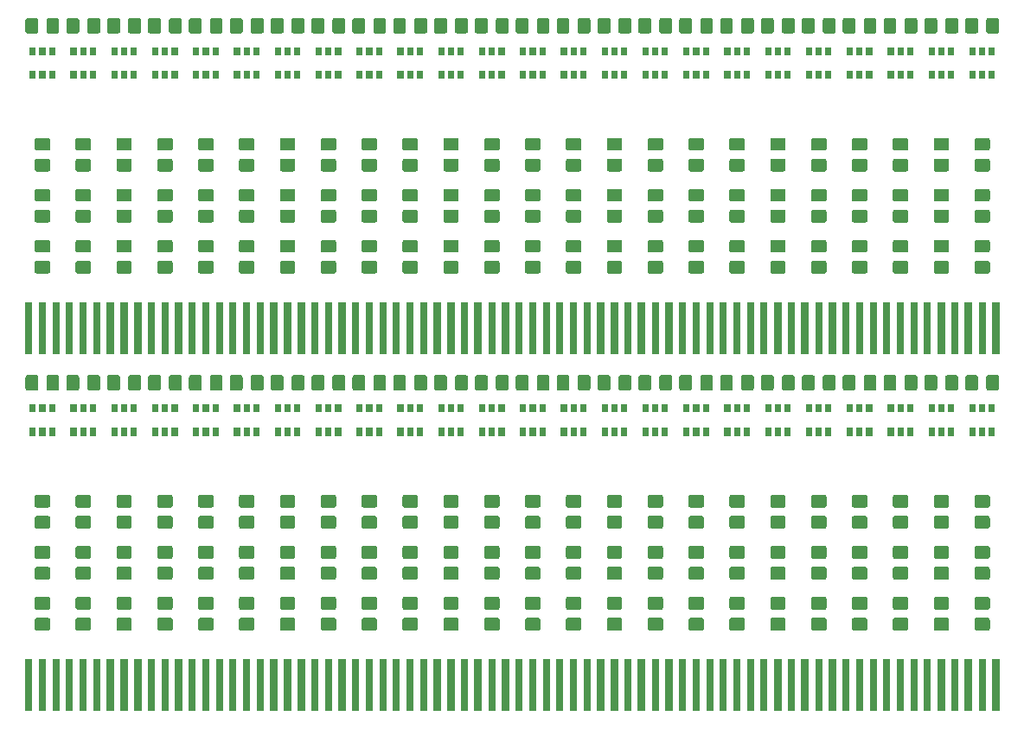
<source format=gbr>
G04 #@! TF.GenerationSoftware,KiCad,Pcbnew,5.1.5+dfsg1-2build2*
G04 #@! TF.CreationDate,2022-01-05T22:10:48-05:00*
G04 #@! TF.ProjectId,,58585858-5858-4585-9858-585858585858,rev?*
G04 #@! TF.SameCoordinates,Original*
G04 #@! TF.FileFunction,Soldermask,Top*
G04 #@! TF.FilePolarity,Negative*
%FSLAX46Y46*%
G04 Gerber Fmt 4.6, Leading zero omitted, Abs format (unit mm)*
G04 Created by KiCad (PCBNEW 5.1.5+dfsg1-2build2) date 2022-01-05 22:10:48*
%MOMM*%
%LPD*%
G04 APERTURE LIST*
%ADD10C,0.100000*%
G04 APERTURE END LIST*
D10*
G36*
X104683300Y-105609800D02*
G01*
X103981300Y-105609800D01*
X103981300Y-100507800D01*
X104683300Y-100507800D01*
X104683300Y-105609800D01*
G37*
G36*
X68683300Y-105609800D02*
G01*
X67981300Y-105609800D01*
X67981300Y-100507800D01*
X68683300Y-100507800D01*
X68683300Y-105609800D01*
G37*
G36*
X72683300Y-105609800D02*
G01*
X71981300Y-105609800D01*
X71981300Y-100507800D01*
X72683300Y-100507800D01*
X72683300Y-105609800D01*
G37*
G36*
X76683300Y-105609800D02*
G01*
X75981300Y-105609800D01*
X75981300Y-100507800D01*
X76683300Y-100507800D01*
X76683300Y-105609800D01*
G37*
G36*
X80683300Y-105609800D02*
G01*
X79981300Y-105609800D01*
X79981300Y-100507800D01*
X80683300Y-100507800D01*
X80683300Y-105609800D01*
G37*
G36*
X84683300Y-105609800D02*
G01*
X83981300Y-105609800D01*
X83981300Y-100507800D01*
X84683300Y-100507800D01*
X84683300Y-105609800D01*
G37*
G36*
X88683300Y-105609800D02*
G01*
X87981300Y-105609800D01*
X87981300Y-100507800D01*
X88683300Y-100507800D01*
X88683300Y-105609800D01*
G37*
G36*
X92683300Y-105609800D02*
G01*
X91981300Y-105609800D01*
X91981300Y-100507800D01*
X92683300Y-100507800D01*
X92683300Y-105609800D01*
G37*
G36*
X96683300Y-105609800D02*
G01*
X95981300Y-105609800D01*
X95981300Y-100507800D01*
X96683300Y-100507800D01*
X96683300Y-105609800D01*
G37*
G36*
X136683300Y-105609800D02*
G01*
X135981300Y-105609800D01*
X135981300Y-100507800D01*
X136683300Y-100507800D01*
X136683300Y-105609800D01*
G37*
G36*
X75318300Y-105609800D02*
G01*
X74616300Y-105609800D01*
X74616300Y-100507800D01*
X75318300Y-100507800D01*
X75318300Y-105609800D01*
G37*
G36*
X108683300Y-105609800D02*
G01*
X107981300Y-105609800D01*
X107981300Y-100507800D01*
X108683300Y-100507800D01*
X108683300Y-105609800D01*
G37*
G36*
X112683300Y-105609800D02*
G01*
X111981300Y-105609800D01*
X111981300Y-100507800D01*
X112683300Y-100507800D01*
X112683300Y-105609800D01*
G37*
G36*
X116683300Y-105609800D02*
G01*
X115981300Y-105609800D01*
X115981300Y-100507800D01*
X116683300Y-100507800D01*
X116683300Y-105609800D01*
G37*
G36*
X120683300Y-105609800D02*
G01*
X119981300Y-105609800D01*
X119981300Y-100507800D01*
X120683300Y-100507800D01*
X120683300Y-105609800D01*
G37*
G36*
X124683300Y-105609800D02*
G01*
X123981300Y-105609800D01*
X123981300Y-100507800D01*
X124683300Y-100507800D01*
X124683300Y-105609800D01*
G37*
G36*
X128683300Y-105609800D02*
G01*
X127981300Y-105609800D01*
X127981300Y-100507800D01*
X128683300Y-100507800D01*
X128683300Y-105609800D01*
G37*
G36*
X132683300Y-105609800D02*
G01*
X131981300Y-105609800D01*
X131981300Y-100507800D01*
X132683300Y-100507800D01*
X132683300Y-105609800D01*
G37*
G36*
X100683300Y-105609800D02*
G01*
X99981300Y-105609800D01*
X99981300Y-100507800D01*
X100683300Y-100507800D01*
X100683300Y-105609800D01*
G37*
G36*
X160683300Y-105609800D02*
G01*
X159981300Y-105609800D01*
X159981300Y-100507800D01*
X160683300Y-100507800D01*
X160683300Y-105609800D01*
G37*
G36*
X147318300Y-105609800D02*
G01*
X146616300Y-105609800D01*
X146616300Y-100507800D01*
X147318300Y-100507800D01*
X147318300Y-105609800D01*
G37*
G36*
X140683300Y-105609800D02*
G01*
X139981300Y-105609800D01*
X139981300Y-100507800D01*
X140683300Y-100507800D01*
X140683300Y-105609800D01*
G37*
G36*
X144683300Y-105609800D02*
G01*
X143981300Y-105609800D01*
X143981300Y-100507800D01*
X144683300Y-100507800D01*
X144683300Y-105609800D01*
G37*
G36*
X148683300Y-105609800D02*
G01*
X147981300Y-105609800D01*
X147981300Y-100507800D01*
X148683300Y-100507800D01*
X148683300Y-105609800D01*
G37*
G36*
X152683300Y-105609800D02*
G01*
X151981300Y-105609800D01*
X151981300Y-100507800D01*
X152683300Y-100507800D01*
X152683300Y-105609800D01*
G37*
G36*
X156683300Y-105609800D02*
G01*
X155981300Y-105609800D01*
X155981300Y-100507800D01*
X156683300Y-100507800D01*
X156683300Y-105609800D01*
G37*
G36*
X67318300Y-105609800D02*
G01*
X66616300Y-105609800D01*
X66616300Y-100507800D01*
X67318300Y-100507800D01*
X67318300Y-105609800D01*
G37*
G36*
X71318300Y-105609800D02*
G01*
X70616300Y-105609800D01*
X70616300Y-100507800D01*
X71318300Y-100507800D01*
X71318300Y-105609800D01*
G37*
G36*
X90023300Y-105609800D02*
G01*
X89321300Y-105609800D01*
X89321300Y-100507800D01*
X90023300Y-100507800D01*
X90023300Y-105609800D01*
G37*
G36*
X79318300Y-105609800D02*
G01*
X78616300Y-105609800D01*
X78616300Y-100507800D01*
X79318300Y-100507800D01*
X79318300Y-105609800D01*
G37*
G36*
X83318300Y-105609800D02*
G01*
X82616300Y-105609800D01*
X82616300Y-100507800D01*
X83318300Y-100507800D01*
X83318300Y-105609800D01*
G37*
G36*
X87318300Y-105609800D02*
G01*
X86616300Y-105609800D01*
X86616300Y-100507800D01*
X87318300Y-100507800D01*
X87318300Y-105609800D01*
G37*
G36*
X91318300Y-105609800D02*
G01*
X90616300Y-105609800D01*
X90616300Y-100507800D01*
X91318300Y-100507800D01*
X91318300Y-105609800D01*
G37*
G36*
X95318300Y-105609800D02*
G01*
X94616300Y-105609800D01*
X94616300Y-100507800D01*
X95318300Y-100507800D01*
X95318300Y-105609800D01*
G37*
G36*
X99318300Y-105609800D02*
G01*
X98616300Y-105609800D01*
X98616300Y-100507800D01*
X99318300Y-100507800D01*
X99318300Y-105609800D01*
G37*
G36*
X103318300Y-105609800D02*
G01*
X102616300Y-105609800D01*
X102616300Y-100507800D01*
X103318300Y-100507800D01*
X103318300Y-105609800D01*
G37*
G36*
X107318300Y-105609800D02*
G01*
X106616300Y-105609800D01*
X106616300Y-100507800D01*
X107318300Y-100507800D01*
X107318300Y-105609800D01*
G37*
G36*
X151318300Y-105609800D02*
G01*
X150616300Y-105609800D01*
X150616300Y-100507800D01*
X151318300Y-100507800D01*
X151318300Y-105609800D01*
G37*
G36*
X115318300Y-105609800D02*
G01*
X114616300Y-105609800D01*
X114616300Y-100507800D01*
X115318300Y-100507800D01*
X115318300Y-105609800D01*
G37*
G36*
X119318300Y-105609800D02*
G01*
X118616300Y-105609800D01*
X118616300Y-100507800D01*
X119318300Y-100507800D01*
X119318300Y-105609800D01*
G37*
G36*
X123318300Y-105609800D02*
G01*
X122616300Y-105609800D01*
X122616300Y-100507800D01*
X123318300Y-100507800D01*
X123318300Y-105609800D01*
G37*
G36*
X127318300Y-105609800D02*
G01*
X126616300Y-105609800D01*
X126616300Y-100507800D01*
X127318300Y-100507800D01*
X127318300Y-105609800D01*
G37*
G36*
X131318300Y-105609800D02*
G01*
X130616300Y-105609800D01*
X130616300Y-100507800D01*
X131318300Y-100507800D01*
X131318300Y-105609800D01*
G37*
G36*
X139318300Y-105609800D02*
G01*
X138616300Y-105609800D01*
X138616300Y-100507800D01*
X139318300Y-100507800D01*
X139318300Y-105609800D01*
G37*
G36*
X143318300Y-105609800D02*
G01*
X142616300Y-105609800D01*
X142616300Y-100507800D01*
X143318300Y-100507800D01*
X143318300Y-105609800D01*
G37*
G36*
X94023300Y-105609800D02*
G01*
X93321300Y-105609800D01*
X93321300Y-100507800D01*
X94023300Y-100507800D01*
X94023300Y-105609800D01*
G37*
G36*
X135318300Y-105609800D02*
G01*
X134616300Y-105609800D01*
X134616300Y-100507800D01*
X135318300Y-100507800D01*
X135318300Y-105609800D01*
G37*
G36*
X155318300Y-105609800D02*
G01*
X154616300Y-105609800D01*
X154616300Y-100507800D01*
X155318300Y-100507800D01*
X155318300Y-105609800D01*
G37*
G36*
X159318300Y-105609800D02*
G01*
X158616300Y-105609800D01*
X158616300Y-100507800D01*
X159318300Y-100507800D01*
X159318300Y-105609800D01*
G37*
G36*
X70023300Y-105609800D02*
G01*
X69321300Y-105609800D01*
X69321300Y-100507800D01*
X70023300Y-100507800D01*
X70023300Y-105609800D01*
G37*
G36*
X74023300Y-105609800D02*
G01*
X73321300Y-105609800D01*
X73321300Y-100507800D01*
X74023300Y-100507800D01*
X74023300Y-105609800D01*
G37*
G36*
X78023300Y-105609800D02*
G01*
X77321300Y-105609800D01*
X77321300Y-100507800D01*
X78023300Y-100507800D01*
X78023300Y-105609800D01*
G37*
G36*
X82023300Y-105609800D02*
G01*
X81321300Y-105609800D01*
X81321300Y-100507800D01*
X82023300Y-100507800D01*
X82023300Y-105609800D01*
G37*
G36*
X86023300Y-105609800D02*
G01*
X85321300Y-105609800D01*
X85321300Y-100507800D01*
X86023300Y-100507800D01*
X86023300Y-105609800D01*
G37*
G36*
X98023300Y-105609800D02*
G01*
X97321300Y-105609800D01*
X97321300Y-100507800D01*
X98023300Y-100507800D01*
X98023300Y-105609800D01*
G37*
G36*
X114023300Y-105609800D02*
G01*
X113321300Y-105609800D01*
X113321300Y-100507800D01*
X114023300Y-100507800D01*
X114023300Y-105609800D01*
G37*
G36*
X102023300Y-105609800D02*
G01*
X101321300Y-105609800D01*
X101321300Y-100507800D01*
X102023300Y-100507800D01*
X102023300Y-105609800D01*
G37*
G36*
X106023300Y-105609800D02*
G01*
X105321300Y-105609800D01*
X105321300Y-100507800D01*
X106023300Y-100507800D01*
X106023300Y-105609800D01*
G37*
G36*
X110023300Y-105609800D02*
G01*
X109321300Y-105609800D01*
X109321300Y-100507800D01*
X110023300Y-100507800D01*
X110023300Y-105609800D01*
G37*
G36*
X130023300Y-105609800D02*
G01*
X129321300Y-105609800D01*
X129321300Y-100507800D01*
X130023300Y-100507800D01*
X130023300Y-105609800D01*
G37*
G36*
X118023300Y-105609800D02*
G01*
X117321300Y-105609800D01*
X117321300Y-100507800D01*
X118023300Y-100507800D01*
X118023300Y-105609800D01*
G37*
G36*
X122023300Y-105609800D02*
G01*
X121321300Y-105609800D01*
X121321300Y-100507800D01*
X122023300Y-100507800D01*
X122023300Y-105609800D01*
G37*
G36*
X126023300Y-105609800D02*
G01*
X125321300Y-105609800D01*
X125321300Y-100507800D01*
X126023300Y-100507800D01*
X126023300Y-105609800D01*
G37*
G36*
X111318300Y-105609800D02*
G01*
X110616300Y-105609800D01*
X110616300Y-100507800D01*
X111318300Y-100507800D01*
X111318300Y-105609800D01*
G37*
G36*
X138023300Y-105609800D02*
G01*
X137321300Y-105609800D01*
X137321300Y-100507800D01*
X138023300Y-100507800D01*
X138023300Y-105609800D01*
G37*
G36*
X162023300Y-105609800D02*
G01*
X161321300Y-105609800D01*
X161321300Y-100507800D01*
X162023300Y-100507800D01*
X162023300Y-105609800D01*
G37*
G36*
X158023300Y-105609800D02*
G01*
X157321300Y-105609800D01*
X157321300Y-100507800D01*
X158023300Y-100507800D01*
X158023300Y-105609800D01*
G37*
G36*
X154023300Y-105609800D02*
G01*
X153321300Y-105609800D01*
X153321300Y-100507800D01*
X154023300Y-100507800D01*
X154023300Y-105609800D01*
G37*
G36*
X150023300Y-105609800D02*
G01*
X149321300Y-105609800D01*
X149321300Y-100507800D01*
X150023300Y-100507800D01*
X150023300Y-105609800D01*
G37*
G36*
X146023300Y-105609800D02*
G01*
X145321300Y-105609800D01*
X145321300Y-100507800D01*
X146023300Y-100507800D01*
X146023300Y-105609800D01*
G37*
G36*
X142023300Y-105609800D02*
G01*
X141321300Y-105609800D01*
X141321300Y-100507800D01*
X142023300Y-100507800D01*
X142023300Y-105609800D01*
G37*
G36*
X134023300Y-105609800D02*
G01*
X133321300Y-105609800D01*
X133321300Y-100507800D01*
X134023300Y-100507800D01*
X134023300Y-105609800D01*
G37*
G36*
X104920974Y-96462265D02*
G01*
X104958667Y-96473699D01*
X104993403Y-96492266D01*
X105023848Y-96517252D01*
X105048834Y-96547697D01*
X105067401Y-96582433D01*
X105078835Y-96620126D01*
X105083300Y-96665461D01*
X105083300Y-97502139D01*
X105078835Y-97547474D01*
X105067401Y-97585167D01*
X105048834Y-97619903D01*
X105023848Y-97650348D01*
X104993403Y-97675334D01*
X104958667Y-97693901D01*
X104920974Y-97705335D01*
X104875639Y-97709800D01*
X103788961Y-97709800D01*
X103743626Y-97705335D01*
X103705933Y-97693901D01*
X103671197Y-97675334D01*
X103640752Y-97650348D01*
X103615766Y-97619903D01*
X103597199Y-97585167D01*
X103585765Y-97547474D01*
X103581300Y-97502139D01*
X103581300Y-96665461D01*
X103585765Y-96620126D01*
X103597199Y-96582433D01*
X103615766Y-96547697D01*
X103640752Y-96517252D01*
X103671197Y-96492266D01*
X103705933Y-96473699D01*
X103743626Y-96462265D01*
X103788961Y-96457800D01*
X104875639Y-96457800D01*
X104920974Y-96462265D01*
G37*
G36*
X152920974Y-96462265D02*
G01*
X152958667Y-96473699D01*
X152993403Y-96492266D01*
X153023848Y-96517252D01*
X153048834Y-96547697D01*
X153067401Y-96582433D01*
X153078835Y-96620126D01*
X153083300Y-96665461D01*
X153083300Y-97502139D01*
X153078835Y-97547474D01*
X153067401Y-97585167D01*
X153048834Y-97619903D01*
X153023848Y-97650348D01*
X152993403Y-97675334D01*
X152958667Y-97693901D01*
X152920974Y-97705335D01*
X152875639Y-97709800D01*
X151788961Y-97709800D01*
X151743626Y-97705335D01*
X151705933Y-97693901D01*
X151671197Y-97675334D01*
X151640752Y-97650348D01*
X151615766Y-97619903D01*
X151597199Y-97585167D01*
X151585765Y-97547474D01*
X151581300Y-97502139D01*
X151581300Y-96665461D01*
X151585765Y-96620126D01*
X151597199Y-96582433D01*
X151615766Y-96547697D01*
X151640752Y-96517252D01*
X151671197Y-96492266D01*
X151705933Y-96473699D01*
X151743626Y-96462265D01*
X151788961Y-96457800D01*
X152875639Y-96457800D01*
X152920974Y-96462265D01*
G37*
G36*
X148920974Y-96462265D02*
G01*
X148958667Y-96473699D01*
X148993403Y-96492266D01*
X149023848Y-96517252D01*
X149048834Y-96547697D01*
X149067401Y-96582433D01*
X149078835Y-96620126D01*
X149083300Y-96665461D01*
X149083300Y-97502139D01*
X149078835Y-97547474D01*
X149067401Y-97585167D01*
X149048834Y-97619903D01*
X149023848Y-97650348D01*
X148993403Y-97675334D01*
X148958667Y-97693901D01*
X148920974Y-97705335D01*
X148875639Y-97709800D01*
X147788961Y-97709800D01*
X147743626Y-97705335D01*
X147705933Y-97693901D01*
X147671197Y-97675334D01*
X147640752Y-97650348D01*
X147615766Y-97619903D01*
X147597199Y-97585167D01*
X147585765Y-97547474D01*
X147581300Y-97502139D01*
X147581300Y-96665461D01*
X147585765Y-96620126D01*
X147597199Y-96582433D01*
X147615766Y-96547697D01*
X147640752Y-96517252D01*
X147671197Y-96492266D01*
X147705933Y-96473699D01*
X147743626Y-96462265D01*
X147788961Y-96457800D01*
X148875639Y-96457800D01*
X148920974Y-96462265D01*
G37*
G36*
X144920974Y-96462265D02*
G01*
X144958667Y-96473699D01*
X144993403Y-96492266D01*
X145023848Y-96517252D01*
X145048834Y-96547697D01*
X145067401Y-96582433D01*
X145078835Y-96620126D01*
X145083300Y-96665461D01*
X145083300Y-97502139D01*
X145078835Y-97547474D01*
X145067401Y-97585167D01*
X145048834Y-97619903D01*
X145023848Y-97650348D01*
X144993403Y-97675334D01*
X144958667Y-97693901D01*
X144920974Y-97705335D01*
X144875639Y-97709800D01*
X143788961Y-97709800D01*
X143743626Y-97705335D01*
X143705933Y-97693901D01*
X143671197Y-97675334D01*
X143640752Y-97650348D01*
X143615766Y-97619903D01*
X143597199Y-97585167D01*
X143585765Y-97547474D01*
X143581300Y-97502139D01*
X143581300Y-96665461D01*
X143585765Y-96620126D01*
X143597199Y-96582433D01*
X143615766Y-96547697D01*
X143640752Y-96517252D01*
X143671197Y-96492266D01*
X143705933Y-96473699D01*
X143743626Y-96462265D01*
X143788961Y-96457800D01*
X144875639Y-96457800D01*
X144920974Y-96462265D01*
G37*
G36*
X140920974Y-96462265D02*
G01*
X140958667Y-96473699D01*
X140993403Y-96492266D01*
X141023848Y-96517252D01*
X141048834Y-96547697D01*
X141067401Y-96582433D01*
X141078835Y-96620126D01*
X141083300Y-96665461D01*
X141083300Y-97502139D01*
X141078835Y-97547474D01*
X141067401Y-97585167D01*
X141048834Y-97619903D01*
X141023848Y-97650348D01*
X140993403Y-97675334D01*
X140958667Y-97693901D01*
X140920974Y-97705335D01*
X140875639Y-97709800D01*
X139788961Y-97709800D01*
X139743626Y-97705335D01*
X139705933Y-97693901D01*
X139671197Y-97675334D01*
X139640752Y-97650348D01*
X139615766Y-97619903D01*
X139597199Y-97585167D01*
X139585765Y-97547474D01*
X139581300Y-97502139D01*
X139581300Y-96665461D01*
X139585765Y-96620126D01*
X139597199Y-96582433D01*
X139615766Y-96547697D01*
X139640752Y-96517252D01*
X139671197Y-96492266D01*
X139705933Y-96473699D01*
X139743626Y-96462265D01*
X139788961Y-96457800D01*
X140875639Y-96457800D01*
X140920974Y-96462265D01*
G37*
G36*
X136920974Y-96462265D02*
G01*
X136958667Y-96473699D01*
X136993403Y-96492266D01*
X137023848Y-96517252D01*
X137048834Y-96547697D01*
X137067401Y-96582433D01*
X137078835Y-96620126D01*
X137083300Y-96665461D01*
X137083300Y-97502139D01*
X137078835Y-97547474D01*
X137067401Y-97585167D01*
X137048834Y-97619903D01*
X137023848Y-97650348D01*
X136993403Y-97675334D01*
X136958667Y-97693901D01*
X136920974Y-97705335D01*
X136875639Y-97709800D01*
X135788961Y-97709800D01*
X135743626Y-97705335D01*
X135705933Y-97693901D01*
X135671197Y-97675334D01*
X135640752Y-97650348D01*
X135615766Y-97619903D01*
X135597199Y-97585167D01*
X135585765Y-97547474D01*
X135581300Y-97502139D01*
X135581300Y-96665461D01*
X135585765Y-96620126D01*
X135597199Y-96582433D01*
X135615766Y-96547697D01*
X135640752Y-96517252D01*
X135671197Y-96492266D01*
X135705933Y-96473699D01*
X135743626Y-96462265D01*
X135788961Y-96457800D01*
X136875639Y-96457800D01*
X136920974Y-96462265D01*
G37*
G36*
X132920974Y-96462265D02*
G01*
X132958667Y-96473699D01*
X132993403Y-96492266D01*
X133023848Y-96517252D01*
X133048834Y-96547697D01*
X133067401Y-96582433D01*
X133078835Y-96620126D01*
X133083300Y-96665461D01*
X133083300Y-97502139D01*
X133078835Y-97547474D01*
X133067401Y-97585167D01*
X133048834Y-97619903D01*
X133023848Y-97650348D01*
X132993403Y-97675334D01*
X132958667Y-97693901D01*
X132920974Y-97705335D01*
X132875639Y-97709800D01*
X131788961Y-97709800D01*
X131743626Y-97705335D01*
X131705933Y-97693901D01*
X131671197Y-97675334D01*
X131640752Y-97650348D01*
X131615766Y-97619903D01*
X131597199Y-97585167D01*
X131585765Y-97547474D01*
X131581300Y-97502139D01*
X131581300Y-96665461D01*
X131585765Y-96620126D01*
X131597199Y-96582433D01*
X131615766Y-96547697D01*
X131640752Y-96517252D01*
X131671197Y-96492266D01*
X131705933Y-96473699D01*
X131743626Y-96462265D01*
X131788961Y-96457800D01*
X132875639Y-96457800D01*
X132920974Y-96462265D01*
G37*
G36*
X128920974Y-96462265D02*
G01*
X128958667Y-96473699D01*
X128993403Y-96492266D01*
X129023848Y-96517252D01*
X129048834Y-96547697D01*
X129067401Y-96582433D01*
X129078835Y-96620126D01*
X129083300Y-96665461D01*
X129083300Y-97502139D01*
X129078835Y-97547474D01*
X129067401Y-97585167D01*
X129048834Y-97619903D01*
X129023848Y-97650348D01*
X128993403Y-97675334D01*
X128958667Y-97693901D01*
X128920974Y-97705335D01*
X128875639Y-97709800D01*
X127788961Y-97709800D01*
X127743626Y-97705335D01*
X127705933Y-97693901D01*
X127671197Y-97675334D01*
X127640752Y-97650348D01*
X127615766Y-97619903D01*
X127597199Y-97585167D01*
X127585765Y-97547474D01*
X127581300Y-97502139D01*
X127581300Y-96665461D01*
X127585765Y-96620126D01*
X127597199Y-96582433D01*
X127615766Y-96547697D01*
X127640752Y-96517252D01*
X127671197Y-96492266D01*
X127705933Y-96473699D01*
X127743626Y-96462265D01*
X127788961Y-96457800D01*
X128875639Y-96457800D01*
X128920974Y-96462265D01*
G37*
G36*
X124920974Y-96462265D02*
G01*
X124958667Y-96473699D01*
X124993403Y-96492266D01*
X125023848Y-96517252D01*
X125048834Y-96547697D01*
X125067401Y-96582433D01*
X125078835Y-96620126D01*
X125083300Y-96665461D01*
X125083300Y-97502139D01*
X125078835Y-97547474D01*
X125067401Y-97585167D01*
X125048834Y-97619903D01*
X125023848Y-97650348D01*
X124993403Y-97675334D01*
X124958667Y-97693901D01*
X124920974Y-97705335D01*
X124875639Y-97709800D01*
X123788961Y-97709800D01*
X123743626Y-97705335D01*
X123705933Y-97693901D01*
X123671197Y-97675334D01*
X123640752Y-97650348D01*
X123615766Y-97619903D01*
X123597199Y-97585167D01*
X123585765Y-97547474D01*
X123581300Y-97502139D01*
X123581300Y-96665461D01*
X123585765Y-96620126D01*
X123597199Y-96582433D01*
X123615766Y-96547697D01*
X123640752Y-96517252D01*
X123671197Y-96492266D01*
X123705933Y-96473699D01*
X123743626Y-96462265D01*
X123788961Y-96457800D01*
X124875639Y-96457800D01*
X124920974Y-96462265D01*
G37*
G36*
X120920974Y-96462265D02*
G01*
X120958667Y-96473699D01*
X120993403Y-96492266D01*
X121023848Y-96517252D01*
X121048834Y-96547697D01*
X121067401Y-96582433D01*
X121078835Y-96620126D01*
X121083300Y-96665461D01*
X121083300Y-97502139D01*
X121078835Y-97547474D01*
X121067401Y-97585167D01*
X121048834Y-97619903D01*
X121023848Y-97650348D01*
X120993403Y-97675334D01*
X120958667Y-97693901D01*
X120920974Y-97705335D01*
X120875639Y-97709800D01*
X119788961Y-97709800D01*
X119743626Y-97705335D01*
X119705933Y-97693901D01*
X119671197Y-97675334D01*
X119640752Y-97650348D01*
X119615766Y-97619903D01*
X119597199Y-97585167D01*
X119585765Y-97547474D01*
X119581300Y-97502139D01*
X119581300Y-96665461D01*
X119585765Y-96620126D01*
X119597199Y-96582433D01*
X119615766Y-96547697D01*
X119640752Y-96517252D01*
X119671197Y-96492266D01*
X119705933Y-96473699D01*
X119743626Y-96462265D01*
X119788961Y-96457800D01*
X120875639Y-96457800D01*
X120920974Y-96462265D01*
G37*
G36*
X116920974Y-96462265D02*
G01*
X116958667Y-96473699D01*
X116993403Y-96492266D01*
X117023848Y-96517252D01*
X117048834Y-96547697D01*
X117067401Y-96582433D01*
X117078835Y-96620126D01*
X117083300Y-96665461D01*
X117083300Y-97502139D01*
X117078835Y-97547474D01*
X117067401Y-97585167D01*
X117048834Y-97619903D01*
X117023848Y-97650348D01*
X116993403Y-97675334D01*
X116958667Y-97693901D01*
X116920974Y-97705335D01*
X116875639Y-97709800D01*
X115788961Y-97709800D01*
X115743626Y-97705335D01*
X115705933Y-97693901D01*
X115671197Y-97675334D01*
X115640752Y-97650348D01*
X115615766Y-97619903D01*
X115597199Y-97585167D01*
X115585765Y-97547474D01*
X115581300Y-97502139D01*
X115581300Y-96665461D01*
X115585765Y-96620126D01*
X115597199Y-96582433D01*
X115615766Y-96547697D01*
X115640752Y-96517252D01*
X115671197Y-96492266D01*
X115705933Y-96473699D01*
X115743626Y-96462265D01*
X115788961Y-96457800D01*
X116875639Y-96457800D01*
X116920974Y-96462265D01*
G37*
G36*
X108920974Y-96462265D02*
G01*
X108958667Y-96473699D01*
X108993403Y-96492266D01*
X109023848Y-96517252D01*
X109048834Y-96547697D01*
X109067401Y-96582433D01*
X109078835Y-96620126D01*
X109083300Y-96665461D01*
X109083300Y-97502139D01*
X109078835Y-97547474D01*
X109067401Y-97585167D01*
X109048834Y-97619903D01*
X109023848Y-97650348D01*
X108993403Y-97675334D01*
X108958667Y-97693901D01*
X108920974Y-97705335D01*
X108875639Y-97709800D01*
X107788961Y-97709800D01*
X107743626Y-97705335D01*
X107705933Y-97693901D01*
X107671197Y-97675334D01*
X107640752Y-97650348D01*
X107615766Y-97619903D01*
X107597199Y-97585167D01*
X107585765Y-97547474D01*
X107581300Y-97502139D01*
X107581300Y-96665461D01*
X107585765Y-96620126D01*
X107597199Y-96582433D01*
X107615766Y-96547697D01*
X107640752Y-96517252D01*
X107671197Y-96492266D01*
X107705933Y-96473699D01*
X107743626Y-96462265D01*
X107788961Y-96457800D01*
X108875639Y-96457800D01*
X108920974Y-96462265D01*
G37*
G36*
X96920974Y-96462265D02*
G01*
X96958667Y-96473699D01*
X96993403Y-96492266D01*
X97023848Y-96517252D01*
X97048834Y-96547697D01*
X97067401Y-96582433D01*
X97078835Y-96620126D01*
X97083300Y-96665461D01*
X97083300Y-97502139D01*
X97078835Y-97547474D01*
X97067401Y-97585167D01*
X97048834Y-97619903D01*
X97023848Y-97650348D01*
X96993403Y-97675334D01*
X96958667Y-97693901D01*
X96920974Y-97705335D01*
X96875639Y-97709800D01*
X95788961Y-97709800D01*
X95743626Y-97705335D01*
X95705933Y-97693901D01*
X95671197Y-97675334D01*
X95640752Y-97650348D01*
X95615766Y-97619903D01*
X95597199Y-97585167D01*
X95585765Y-97547474D01*
X95581300Y-97502139D01*
X95581300Y-96665461D01*
X95585765Y-96620126D01*
X95597199Y-96582433D01*
X95615766Y-96547697D01*
X95640752Y-96517252D01*
X95671197Y-96492266D01*
X95705933Y-96473699D01*
X95743626Y-96462265D01*
X95788961Y-96457800D01*
X96875639Y-96457800D01*
X96920974Y-96462265D01*
G37*
G36*
X100920974Y-96462265D02*
G01*
X100958667Y-96473699D01*
X100993403Y-96492266D01*
X101023848Y-96517252D01*
X101048834Y-96547697D01*
X101067401Y-96582433D01*
X101078835Y-96620126D01*
X101083300Y-96665461D01*
X101083300Y-97502139D01*
X101078835Y-97547474D01*
X101067401Y-97585167D01*
X101048834Y-97619903D01*
X101023848Y-97650348D01*
X100993403Y-97675334D01*
X100958667Y-97693901D01*
X100920974Y-97705335D01*
X100875639Y-97709800D01*
X99788961Y-97709800D01*
X99743626Y-97705335D01*
X99705933Y-97693901D01*
X99671197Y-97675334D01*
X99640752Y-97650348D01*
X99615766Y-97619903D01*
X99597199Y-97585167D01*
X99585765Y-97547474D01*
X99581300Y-97502139D01*
X99581300Y-96665461D01*
X99585765Y-96620126D01*
X99597199Y-96582433D01*
X99615766Y-96547697D01*
X99640752Y-96517252D01*
X99671197Y-96492266D01*
X99705933Y-96473699D01*
X99743626Y-96462265D01*
X99788961Y-96457800D01*
X100875639Y-96457800D01*
X100920974Y-96462265D01*
G37*
G36*
X156920974Y-96462265D02*
G01*
X156958667Y-96473699D01*
X156993403Y-96492266D01*
X157023848Y-96517252D01*
X157048834Y-96547697D01*
X157067401Y-96582433D01*
X157078835Y-96620126D01*
X157083300Y-96665461D01*
X157083300Y-97502139D01*
X157078835Y-97547474D01*
X157067401Y-97585167D01*
X157048834Y-97619903D01*
X157023848Y-97650348D01*
X156993403Y-97675334D01*
X156958667Y-97693901D01*
X156920974Y-97705335D01*
X156875639Y-97709800D01*
X155788961Y-97709800D01*
X155743626Y-97705335D01*
X155705933Y-97693901D01*
X155671197Y-97675334D01*
X155640752Y-97650348D01*
X155615766Y-97619903D01*
X155597199Y-97585167D01*
X155585765Y-97547474D01*
X155581300Y-97502139D01*
X155581300Y-96665461D01*
X155585765Y-96620126D01*
X155597199Y-96582433D01*
X155615766Y-96547697D01*
X155640752Y-96517252D01*
X155671197Y-96492266D01*
X155705933Y-96473699D01*
X155743626Y-96462265D01*
X155788961Y-96457800D01*
X156875639Y-96457800D01*
X156920974Y-96462265D01*
G37*
G36*
X160920974Y-96462265D02*
G01*
X160958667Y-96473699D01*
X160993403Y-96492266D01*
X161023848Y-96517252D01*
X161048834Y-96547697D01*
X161067401Y-96582433D01*
X161078835Y-96620126D01*
X161083300Y-96665461D01*
X161083300Y-97502139D01*
X161078835Y-97547474D01*
X161067401Y-97585167D01*
X161048834Y-97619903D01*
X161023848Y-97650348D01*
X160993403Y-97675334D01*
X160958667Y-97693901D01*
X160920974Y-97705335D01*
X160875639Y-97709800D01*
X159788961Y-97709800D01*
X159743626Y-97705335D01*
X159705933Y-97693901D01*
X159671197Y-97675334D01*
X159640752Y-97650348D01*
X159615766Y-97619903D01*
X159597199Y-97585167D01*
X159585765Y-97547474D01*
X159581300Y-97502139D01*
X159581300Y-96665461D01*
X159585765Y-96620126D01*
X159597199Y-96582433D01*
X159615766Y-96547697D01*
X159640752Y-96517252D01*
X159671197Y-96492266D01*
X159705933Y-96473699D01*
X159743626Y-96462265D01*
X159788961Y-96457800D01*
X160875639Y-96457800D01*
X160920974Y-96462265D01*
G37*
G36*
X112920974Y-96462265D02*
G01*
X112958667Y-96473699D01*
X112993403Y-96492266D01*
X113023848Y-96517252D01*
X113048834Y-96547697D01*
X113067401Y-96582433D01*
X113078835Y-96620126D01*
X113083300Y-96665461D01*
X113083300Y-97502139D01*
X113078835Y-97547474D01*
X113067401Y-97585167D01*
X113048834Y-97619903D01*
X113023848Y-97650348D01*
X112993403Y-97675334D01*
X112958667Y-97693901D01*
X112920974Y-97705335D01*
X112875639Y-97709800D01*
X111788961Y-97709800D01*
X111743626Y-97705335D01*
X111705933Y-97693901D01*
X111671197Y-97675334D01*
X111640752Y-97650348D01*
X111615766Y-97619903D01*
X111597199Y-97585167D01*
X111585765Y-97547474D01*
X111581300Y-97502139D01*
X111581300Y-96665461D01*
X111585765Y-96620126D01*
X111597199Y-96582433D01*
X111615766Y-96547697D01*
X111640752Y-96517252D01*
X111671197Y-96492266D01*
X111705933Y-96473699D01*
X111743626Y-96462265D01*
X111788961Y-96457800D01*
X112875639Y-96457800D01*
X112920974Y-96462265D01*
G37*
G36*
X68920974Y-96462265D02*
G01*
X68958667Y-96473699D01*
X68993403Y-96492266D01*
X69023848Y-96517252D01*
X69048834Y-96547697D01*
X69067401Y-96582433D01*
X69078835Y-96620126D01*
X69083300Y-96665461D01*
X69083300Y-97502139D01*
X69078835Y-97547474D01*
X69067401Y-97585167D01*
X69048834Y-97619903D01*
X69023848Y-97650348D01*
X68993403Y-97675334D01*
X68958667Y-97693901D01*
X68920974Y-97705335D01*
X68875639Y-97709800D01*
X67788961Y-97709800D01*
X67743626Y-97705335D01*
X67705933Y-97693901D01*
X67671197Y-97675334D01*
X67640752Y-97650348D01*
X67615766Y-97619903D01*
X67597199Y-97585167D01*
X67585765Y-97547474D01*
X67581300Y-97502139D01*
X67581300Y-96665461D01*
X67585765Y-96620126D01*
X67597199Y-96582433D01*
X67615766Y-96547697D01*
X67640752Y-96517252D01*
X67671197Y-96492266D01*
X67705933Y-96473699D01*
X67743626Y-96462265D01*
X67788961Y-96457800D01*
X68875639Y-96457800D01*
X68920974Y-96462265D01*
G37*
G36*
X72920974Y-96462265D02*
G01*
X72958667Y-96473699D01*
X72993403Y-96492266D01*
X73023848Y-96517252D01*
X73048834Y-96547697D01*
X73067401Y-96582433D01*
X73078835Y-96620126D01*
X73083300Y-96665461D01*
X73083300Y-97502139D01*
X73078835Y-97547474D01*
X73067401Y-97585167D01*
X73048834Y-97619903D01*
X73023848Y-97650348D01*
X72993403Y-97675334D01*
X72958667Y-97693901D01*
X72920974Y-97705335D01*
X72875639Y-97709800D01*
X71788961Y-97709800D01*
X71743626Y-97705335D01*
X71705933Y-97693901D01*
X71671197Y-97675334D01*
X71640752Y-97650348D01*
X71615766Y-97619903D01*
X71597199Y-97585167D01*
X71585765Y-97547474D01*
X71581300Y-97502139D01*
X71581300Y-96665461D01*
X71585765Y-96620126D01*
X71597199Y-96582433D01*
X71615766Y-96547697D01*
X71640752Y-96517252D01*
X71671197Y-96492266D01*
X71705933Y-96473699D01*
X71743626Y-96462265D01*
X71788961Y-96457800D01*
X72875639Y-96457800D01*
X72920974Y-96462265D01*
G37*
G36*
X80920974Y-96462265D02*
G01*
X80958667Y-96473699D01*
X80993403Y-96492266D01*
X81023848Y-96517252D01*
X81048834Y-96547697D01*
X81067401Y-96582433D01*
X81078835Y-96620126D01*
X81083300Y-96665461D01*
X81083300Y-97502139D01*
X81078835Y-97547474D01*
X81067401Y-97585167D01*
X81048834Y-97619903D01*
X81023848Y-97650348D01*
X80993403Y-97675334D01*
X80958667Y-97693901D01*
X80920974Y-97705335D01*
X80875639Y-97709800D01*
X79788961Y-97709800D01*
X79743626Y-97705335D01*
X79705933Y-97693901D01*
X79671197Y-97675334D01*
X79640752Y-97650348D01*
X79615766Y-97619903D01*
X79597199Y-97585167D01*
X79585765Y-97547474D01*
X79581300Y-97502139D01*
X79581300Y-96665461D01*
X79585765Y-96620126D01*
X79597199Y-96582433D01*
X79615766Y-96547697D01*
X79640752Y-96517252D01*
X79671197Y-96492266D01*
X79705933Y-96473699D01*
X79743626Y-96462265D01*
X79788961Y-96457800D01*
X80875639Y-96457800D01*
X80920974Y-96462265D01*
G37*
G36*
X84920974Y-96462265D02*
G01*
X84958667Y-96473699D01*
X84993403Y-96492266D01*
X85023848Y-96517252D01*
X85048834Y-96547697D01*
X85067401Y-96582433D01*
X85078835Y-96620126D01*
X85083300Y-96665461D01*
X85083300Y-97502139D01*
X85078835Y-97547474D01*
X85067401Y-97585167D01*
X85048834Y-97619903D01*
X85023848Y-97650348D01*
X84993403Y-97675334D01*
X84958667Y-97693901D01*
X84920974Y-97705335D01*
X84875639Y-97709800D01*
X83788961Y-97709800D01*
X83743626Y-97705335D01*
X83705933Y-97693901D01*
X83671197Y-97675334D01*
X83640752Y-97650348D01*
X83615766Y-97619903D01*
X83597199Y-97585167D01*
X83585765Y-97547474D01*
X83581300Y-97502139D01*
X83581300Y-96665461D01*
X83585765Y-96620126D01*
X83597199Y-96582433D01*
X83615766Y-96547697D01*
X83640752Y-96517252D01*
X83671197Y-96492266D01*
X83705933Y-96473699D01*
X83743626Y-96462265D01*
X83788961Y-96457800D01*
X84875639Y-96457800D01*
X84920974Y-96462265D01*
G37*
G36*
X88920974Y-96462265D02*
G01*
X88958667Y-96473699D01*
X88993403Y-96492266D01*
X89023848Y-96517252D01*
X89048834Y-96547697D01*
X89067401Y-96582433D01*
X89078835Y-96620126D01*
X89083300Y-96665461D01*
X89083300Y-97502139D01*
X89078835Y-97547474D01*
X89067401Y-97585167D01*
X89048834Y-97619903D01*
X89023848Y-97650348D01*
X88993403Y-97675334D01*
X88958667Y-97693901D01*
X88920974Y-97705335D01*
X88875639Y-97709800D01*
X87788961Y-97709800D01*
X87743626Y-97705335D01*
X87705933Y-97693901D01*
X87671197Y-97675334D01*
X87640752Y-97650348D01*
X87615766Y-97619903D01*
X87597199Y-97585167D01*
X87585765Y-97547474D01*
X87581300Y-97502139D01*
X87581300Y-96665461D01*
X87585765Y-96620126D01*
X87597199Y-96582433D01*
X87615766Y-96547697D01*
X87640752Y-96517252D01*
X87671197Y-96492266D01*
X87705933Y-96473699D01*
X87743626Y-96462265D01*
X87788961Y-96457800D01*
X88875639Y-96457800D01*
X88920974Y-96462265D01*
G37*
G36*
X92920974Y-96462265D02*
G01*
X92958667Y-96473699D01*
X92993403Y-96492266D01*
X93023848Y-96517252D01*
X93048834Y-96547697D01*
X93067401Y-96582433D01*
X93078835Y-96620126D01*
X93083300Y-96665461D01*
X93083300Y-97502139D01*
X93078835Y-97547474D01*
X93067401Y-97585167D01*
X93048834Y-97619903D01*
X93023848Y-97650348D01*
X92993403Y-97675334D01*
X92958667Y-97693901D01*
X92920974Y-97705335D01*
X92875639Y-97709800D01*
X91788961Y-97709800D01*
X91743626Y-97705335D01*
X91705933Y-97693901D01*
X91671197Y-97675334D01*
X91640752Y-97650348D01*
X91615766Y-97619903D01*
X91597199Y-97585167D01*
X91585765Y-97547474D01*
X91581300Y-97502139D01*
X91581300Y-96665461D01*
X91585765Y-96620126D01*
X91597199Y-96582433D01*
X91615766Y-96547697D01*
X91640752Y-96517252D01*
X91671197Y-96492266D01*
X91705933Y-96473699D01*
X91743626Y-96462265D01*
X91788961Y-96457800D01*
X92875639Y-96457800D01*
X92920974Y-96462265D01*
G37*
G36*
X76920974Y-96462265D02*
G01*
X76958667Y-96473699D01*
X76993403Y-96492266D01*
X77023848Y-96517252D01*
X77048834Y-96547697D01*
X77067401Y-96582433D01*
X77078835Y-96620126D01*
X77083300Y-96665461D01*
X77083300Y-97502139D01*
X77078835Y-97547474D01*
X77067401Y-97585167D01*
X77048834Y-97619903D01*
X77023848Y-97650348D01*
X76993403Y-97675334D01*
X76958667Y-97693901D01*
X76920974Y-97705335D01*
X76875639Y-97709800D01*
X75788961Y-97709800D01*
X75743626Y-97705335D01*
X75705933Y-97693901D01*
X75671197Y-97675334D01*
X75640752Y-97650348D01*
X75615766Y-97619903D01*
X75597199Y-97585167D01*
X75585765Y-97547474D01*
X75581300Y-97502139D01*
X75581300Y-96665461D01*
X75585765Y-96620126D01*
X75597199Y-96582433D01*
X75615766Y-96547697D01*
X75640752Y-96517252D01*
X75671197Y-96492266D01*
X75705933Y-96473699D01*
X75743626Y-96462265D01*
X75788961Y-96457800D01*
X76875639Y-96457800D01*
X76920974Y-96462265D01*
G37*
G36*
X132920974Y-94412265D02*
G01*
X132958667Y-94423699D01*
X132993403Y-94442266D01*
X133023848Y-94467252D01*
X133048834Y-94497697D01*
X133067401Y-94532433D01*
X133078835Y-94570126D01*
X133083300Y-94615461D01*
X133083300Y-95452139D01*
X133078835Y-95497474D01*
X133067401Y-95535167D01*
X133048834Y-95569903D01*
X133023848Y-95600348D01*
X132993403Y-95625334D01*
X132958667Y-95643901D01*
X132920974Y-95655335D01*
X132875639Y-95659800D01*
X131788961Y-95659800D01*
X131743626Y-95655335D01*
X131705933Y-95643901D01*
X131671197Y-95625334D01*
X131640752Y-95600348D01*
X131615766Y-95569903D01*
X131597199Y-95535167D01*
X131585765Y-95497474D01*
X131581300Y-95452139D01*
X131581300Y-94615461D01*
X131585765Y-94570126D01*
X131597199Y-94532433D01*
X131615766Y-94497697D01*
X131640752Y-94467252D01*
X131671197Y-94442266D01*
X131705933Y-94423699D01*
X131743626Y-94412265D01*
X131788961Y-94407800D01*
X132875639Y-94407800D01*
X132920974Y-94412265D01*
G37*
G36*
X80920974Y-94412265D02*
G01*
X80958667Y-94423699D01*
X80993403Y-94442266D01*
X81023848Y-94467252D01*
X81048834Y-94497697D01*
X81067401Y-94532433D01*
X81078835Y-94570126D01*
X81083300Y-94615461D01*
X81083300Y-95452139D01*
X81078835Y-95497474D01*
X81067401Y-95535167D01*
X81048834Y-95569903D01*
X81023848Y-95600348D01*
X80993403Y-95625334D01*
X80958667Y-95643901D01*
X80920974Y-95655335D01*
X80875639Y-95659800D01*
X79788961Y-95659800D01*
X79743626Y-95655335D01*
X79705933Y-95643901D01*
X79671197Y-95625334D01*
X79640752Y-95600348D01*
X79615766Y-95569903D01*
X79597199Y-95535167D01*
X79585765Y-95497474D01*
X79581300Y-95452139D01*
X79581300Y-94615461D01*
X79585765Y-94570126D01*
X79597199Y-94532433D01*
X79615766Y-94497697D01*
X79640752Y-94467252D01*
X79671197Y-94442266D01*
X79705933Y-94423699D01*
X79743626Y-94412265D01*
X79788961Y-94407800D01*
X80875639Y-94407800D01*
X80920974Y-94412265D01*
G37*
G36*
X124920974Y-94412265D02*
G01*
X124958667Y-94423699D01*
X124993403Y-94442266D01*
X125023848Y-94467252D01*
X125048834Y-94497697D01*
X125067401Y-94532433D01*
X125078835Y-94570126D01*
X125083300Y-94615461D01*
X125083300Y-95452139D01*
X125078835Y-95497474D01*
X125067401Y-95535167D01*
X125048834Y-95569903D01*
X125023848Y-95600348D01*
X124993403Y-95625334D01*
X124958667Y-95643901D01*
X124920974Y-95655335D01*
X124875639Y-95659800D01*
X123788961Y-95659800D01*
X123743626Y-95655335D01*
X123705933Y-95643901D01*
X123671197Y-95625334D01*
X123640752Y-95600348D01*
X123615766Y-95569903D01*
X123597199Y-95535167D01*
X123585765Y-95497474D01*
X123581300Y-95452139D01*
X123581300Y-94615461D01*
X123585765Y-94570126D01*
X123597199Y-94532433D01*
X123615766Y-94497697D01*
X123640752Y-94467252D01*
X123671197Y-94442266D01*
X123705933Y-94423699D01*
X123743626Y-94412265D01*
X123788961Y-94407800D01*
X124875639Y-94407800D01*
X124920974Y-94412265D01*
G37*
G36*
X120920974Y-94412265D02*
G01*
X120958667Y-94423699D01*
X120993403Y-94442266D01*
X121023848Y-94467252D01*
X121048834Y-94497697D01*
X121067401Y-94532433D01*
X121078835Y-94570126D01*
X121083300Y-94615461D01*
X121083300Y-95452139D01*
X121078835Y-95497474D01*
X121067401Y-95535167D01*
X121048834Y-95569903D01*
X121023848Y-95600348D01*
X120993403Y-95625334D01*
X120958667Y-95643901D01*
X120920974Y-95655335D01*
X120875639Y-95659800D01*
X119788961Y-95659800D01*
X119743626Y-95655335D01*
X119705933Y-95643901D01*
X119671197Y-95625334D01*
X119640752Y-95600348D01*
X119615766Y-95569903D01*
X119597199Y-95535167D01*
X119585765Y-95497474D01*
X119581300Y-95452139D01*
X119581300Y-94615461D01*
X119585765Y-94570126D01*
X119597199Y-94532433D01*
X119615766Y-94497697D01*
X119640752Y-94467252D01*
X119671197Y-94442266D01*
X119705933Y-94423699D01*
X119743626Y-94412265D01*
X119788961Y-94407800D01*
X120875639Y-94407800D01*
X120920974Y-94412265D01*
G37*
G36*
X84920974Y-94412265D02*
G01*
X84958667Y-94423699D01*
X84993403Y-94442266D01*
X85023848Y-94467252D01*
X85048834Y-94497697D01*
X85067401Y-94532433D01*
X85078835Y-94570126D01*
X85083300Y-94615461D01*
X85083300Y-95452139D01*
X85078835Y-95497474D01*
X85067401Y-95535167D01*
X85048834Y-95569903D01*
X85023848Y-95600348D01*
X84993403Y-95625334D01*
X84958667Y-95643901D01*
X84920974Y-95655335D01*
X84875639Y-95659800D01*
X83788961Y-95659800D01*
X83743626Y-95655335D01*
X83705933Y-95643901D01*
X83671197Y-95625334D01*
X83640752Y-95600348D01*
X83615766Y-95569903D01*
X83597199Y-95535167D01*
X83585765Y-95497474D01*
X83581300Y-95452139D01*
X83581300Y-94615461D01*
X83585765Y-94570126D01*
X83597199Y-94532433D01*
X83615766Y-94497697D01*
X83640752Y-94467252D01*
X83671197Y-94442266D01*
X83705933Y-94423699D01*
X83743626Y-94412265D01*
X83788961Y-94407800D01*
X84875639Y-94407800D01*
X84920974Y-94412265D01*
G37*
G36*
X116920974Y-94412265D02*
G01*
X116958667Y-94423699D01*
X116993403Y-94442266D01*
X117023848Y-94467252D01*
X117048834Y-94497697D01*
X117067401Y-94532433D01*
X117078835Y-94570126D01*
X117083300Y-94615461D01*
X117083300Y-95452139D01*
X117078835Y-95497474D01*
X117067401Y-95535167D01*
X117048834Y-95569903D01*
X117023848Y-95600348D01*
X116993403Y-95625334D01*
X116958667Y-95643901D01*
X116920974Y-95655335D01*
X116875639Y-95659800D01*
X115788961Y-95659800D01*
X115743626Y-95655335D01*
X115705933Y-95643901D01*
X115671197Y-95625334D01*
X115640752Y-95600348D01*
X115615766Y-95569903D01*
X115597199Y-95535167D01*
X115585765Y-95497474D01*
X115581300Y-95452139D01*
X115581300Y-94615461D01*
X115585765Y-94570126D01*
X115597199Y-94532433D01*
X115615766Y-94497697D01*
X115640752Y-94467252D01*
X115671197Y-94442266D01*
X115705933Y-94423699D01*
X115743626Y-94412265D01*
X115788961Y-94407800D01*
X116875639Y-94407800D01*
X116920974Y-94412265D01*
G37*
G36*
X112920974Y-94412265D02*
G01*
X112958667Y-94423699D01*
X112993403Y-94442266D01*
X113023848Y-94467252D01*
X113048834Y-94497697D01*
X113067401Y-94532433D01*
X113078835Y-94570126D01*
X113083300Y-94615461D01*
X113083300Y-95452139D01*
X113078835Y-95497474D01*
X113067401Y-95535167D01*
X113048834Y-95569903D01*
X113023848Y-95600348D01*
X112993403Y-95625334D01*
X112958667Y-95643901D01*
X112920974Y-95655335D01*
X112875639Y-95659800D01*
X111788961Y-95659800D01*
X111743626Y-95655335D01*
X111705933Y-95643901D01*
X111671197Y-95625334D01*
X111640752Y-95600348D01*
X111615766Y-95569903D01*
X111597199Y-95535167D01*
X111585765Y-95497474D01*
X111581300Y-95452139D01*
X111581300Y-94615461D01*
X111585765Y-94570126D01*
X111597199Y-94532433D01*
X111615766Y-94497697D01*
X111640752Y-94467252D01*
X111671197Y-94442266D01*
X111705933Y-94423699D01*
X111743626Y-94412265D01*
X111788961Y-94407800D01*
X112875639Y-94407800D01*
X112920974Y-94412265D01*
G37*
G36*
X88920974Y-94412265D02*
G01*
X88958667Y-94423699D01*
X88993403Y-94442266D01*
X89023848Y-94467252D01*
X89048834Y-94497697D01*
X89067401Y-94532433D01*
X89078835Y-94570126D01*
X89083300Y-94615461D01*
X89083300Y-95452139D01*
X89078835Y-95497474D01*
X89067401Y-95535167D01*
X89048834Y-95569903D01*
X89023848Y-95600348D01*
X88993403Y-95625334D01*
X88958667Y-95643901D01*
X88920974Y-95655335D01*
X88875639Y-95659800D01*
X87788961Y-95659800D01*
X87743626Y-95655335D01*
X87705933Y-95643901D01*
X87671197Y-95625334D01*
X87640752Y-95600348D01*
X87615766Y-95569903D01*
X87597199Y-95535167D01*
X87585765Y-95497474D01*
X87581300Y-95452139D01*
X87581300Y-94615461D01*
X87585765Y-94570126D01*
X87597199Y-94532433D01*
X87615766Y-94497697D01*
X87640752Y-94467252D01*
X87671197Y-94442266D01*
X87705933Y-94423699D01*
X87743626Y-94412265D01*
X87788961Y-94407800D01*
X88875639Y-94407800D01*
X88920974Y-94412265D01*
G37*
G36*
X108920974Y-94412265D02*
G01*
X108958667Y-94423699D01*
X108993403Y-94442266D01*
X109023848Y-94467252D01*
X109048834Y-94497697D01*
X109067401Y-94532433D01*
X109078835Y-94570126D01*
X109083300Y-94615461D01*
X109083300Y-95452139D01*
X109078835Y-95497474D01*
X109067401Y-95535167D01*
X109048834Y-95569903D01*
X109023848Y-95600348D01*
X108993403Y-95625334D01*
X108958667Y-95643901D01*
X108920974Y-95655335D01*
X108875639Y-95659800D01*
X107788961Y-95659800D01*
X107743626Y-95655335D01*
X107705933Y-95643901D01*
X107671197Y-95625334D01*
X107640752Y-95600348D01*
X107615766Y-95569903D01*
X107597199Y-95535167D01*
X107585765Y-95497474D01*
X107581300Y-95452139D01*
X107581300Y-94615461D01*
X107585765Y-94570126D01*
X107597199Y-94532433D01*
X107615766Y-94497697D01*
X107640752Y-94467252D01*
X107671197Y-94442266D01*
X107705933Y-94423699D01*
X107743626Y-94412265D01*
X107788961Y-94407800D01*
X108875639Y-94407800D01*
X108920974Y-94412265D01*
G37*
G36*
X104920974Y-94412265D02*
G01*
X104958667Y-94423699D01*
X104993403Y-94442266D01*
X105023848Y-94467252D01*
X105048834Y-94497697D01*
X105067401Y-94532433D01*
X105078835Y-94570126D01*
X105083300Y-94615461D01*
X105083300Y-95452139D01*
X105078835Y-95497474D01*
X105067401Y-95535167D01*
X105048834Y-95569903D01*
X105023848Y-95600348D01*
X104993403Y-95625334D01*
X104958667Y-95643901D01*
X104920974Y-95655335D01*
X104875639Y-95659800D01*
X103788961Y-95659800D01*
X103743626Y-95655335D01*
X103705933Y-95643901D01*
X103671197Y-95625334D01*
X103640752Y-95600348D01*
X103615766Y-95569903D01*
X103597199Y-95535167D01*
X103585765Y-95497474D01*
X103581300Y-95452139D01*
X103581300Y-94615461D01*
X103585765Y-94570126D01*
X103597199Y-94532433D01*
X103615766Y-94497697D01*
X103640752Y-94467252D01*
X103671197Y-94442266D01*
X103705933Y-94423699D01*
X103743626Y-94412265D01*
X103788961Y-94407800D01*
X104875639Y-94407800D01*
X104920974Y-94412265D01*
G37*
G36*
X96920974Y-94412265D02*
G01*
X96958667Y-94423699D01*
X96993403Y-94442266D01*
X97023848Y-94467252D01*
X97048834Y-94497697D01*
X97067401Y-94532433D01*
X97078835Y-94570126D01*
X97083300Y-94615461D01*
X97083300Y-95452139D01*
X97078835Y-95497474D01*
X97067401Y-95535167D01*
X97048834Y-95569903D01*
X97023848Y-95600348D01*
X96993403Y-95625334D01*
X96958667Y-95643901D01*
X96920974Y-95655335D01*
X96875639Y-95659800D01*
X95788961Y-95659800D01*
X95743626Y-95655335D01*
X95705933Y-95643901D01*
X95671197Y-95625334D01*
X95640752Y-95600348D01*
X95615766Y-95569903D01*
X95597199Y-95535167D01*
X95585765Y-95497474D01*
X95581300Y-95452139D01*
X95581300Y-94615461D01*
X95585765Y-94570126D01*
X95597199Y-94532433D01*
X95615766Y-94497697D01*
X95640752Y-94467252D01*
X95671197Y-94442266D01*
X95705933Y-94423699D01*
X95743626Y-94412265D01*
X95788961Y-94407800D01*
X96875639Y-94407800D01*
X96920974Y-94412265D01*
G37*
G36*
X100920974Y-94412265D02*
G01*
X100958667Y-94423699D01*
X100993403Y-94442266D01*
X101023848Y-94467252D01*
X101048834Y-94497697D01*
X101067401Y-94532433D01*
X101078835Y-94570126D01*
X101083300Y-94615461D01*
X101083300Y-95452139D01*
X101078835Y-95497474D01*
X101067401Y-95535167D01*
X101048834Y-95569903D01*
X101023848Y-95600348D01*
X100993403Y-95625334D01*
X100958667Y-95643901D01*
X100920974Y-95655335D01*
X100875639Y-95659800D01*
X99788961Y-95659800D01*
X99743626Y-95655335D01*
X99705933Y-95643901D01*
X99671197Y-95625334D01*
X99640752Y-95600348D01*
X99615766Y-95569903D01*
X99597199Y-95535167D01*
X99585765Y-95497474D01*
X99581300Y-95452139D01*
X99581300Y-94615461D01*
X99585765Y-94570126D01*
X99597199Y-94532433D01*
X99615766Y-94497697D01*
X99640752Y-94467252D01*
X99671197Y-94442266D01*
X99705933Y-94423699D01*
X99743626Y-94412265D01*
X99788961Y-94407800D01*
X100875639Y-94407800D01*
X100920974Y-94412265D01*
G37*
G36*
X156920974Y-94412265D02*
G01*
X156958667Y-94423699D01*
X156993403Y-94442266D01*
X157023848Y-94467252D01*
X157048834Y-94497697D01*
X157067401Y-94532433D01*
X157078835Y-94570126D01*
X157083300Y-94615461D01*
X157083300Y-95452139D01*
X157078835Y-95497474D01*
X157067401Y-95535167D01*
X157048834Y-95569903D01*
X157023848Y-95600348D01*
X156993403Y-95625334D01*
X156958667Y-95643901D01*
X156920974Y-95655335D01*
X156875639Y-95659800D01*
X155788961Y-95659800D01*
X155743626Y-95655335D01*
X155705933Y-95643901D01*
X155671197Y-95625334D01*
X155640752Y-95600348D01*
X155615766Y-95569903D01*
X155597199Y-95535167D01*
X155585765Y-95497474D01*
X155581300Y-95452139D01*
X155581300Y-94615461D01*
X155585765Y-94570126D01*
X155597199Y-94532433D01*
X155615766Y-94497697D01*
X155640752Y-94467252D01*
X155671197Y-94442266D01*
X155705933Y-94423699D01*
X155743626Y-94412265D01*
X155788961Y-94407800D01*
X156875639Y-94407800D01*
X156920974Y-94412265D01*
G37*
G36*
X76920974Y-94412265D02*
G01*
X76958667Y-94423699D01*
X76993403Y-94442266D01*
X77023848Y-94467252D01*
X77048834Y-94497697D01*
X77067401Y-94532433D01*
X77078835Y-94570126D01*
X77083300Y-94615461D01*
X77083300Y-95452139D01*
X77078835Y-95497474D01*
X77067401Y-95535167D01*
X77048834Y-95569903D01*
X77023848Y-95600348D01*
X76993403Y-95625334D01*
X76958667Y-95643901D01*
X76920974Y-95655335D01*
X76875639Y-95659800D01*
X75788961Y-95659800D01*
X75743626Y-95655335D01*
X75705933Y-95643901D01*
X75671197Y-95625334D01*
X75640752Y-95600348D01*
X75615766Y-95569903D01*
X75597199Y-95535167D01*
X75585765Y-95497474D01*
X75581300Y-95452139D01*
X75581300Y-94615461D01*
X75585765Y-94570126D01*
X75597199Y-94532433D01*
X75615766Y-94497697D01*
X75640752Y-94467252D01*
X75671197Y-94442266D01*
X75705933Y-94423699D01*
X75743626Y-94412265D01*
X75788961Y-94407800D01*
X76875639Y-94407800D01*
X76920974Y-94412265D01*
G37*
G36*
X136920974Y-94412265D02*
G01*
X136958667Y-94423699D01*
X136993403Y-94442266D01*
X137023848Y-94467252D01*
X137048834Y-94497697D01*
X137067401Y-94532433D01*
X137078835Y-94570126D01*
X137083300Y-94615461D01*
X137083300Y-95452139D01*
X137078835Y-95497474D01*
X137067401Y-95535167D01*
X137048834Y-95569903D01*
X137023848Y-95600348D01*
X136993403Y-95625334D01*
X136958667Y-95643901D01*
X136920974Y-95655335D01*
X136875639Y-95659800D01*
X135788961Y-95659800D01*
X135743626Y-95655335D01*
X135705933Y-95643901D01*
X135671197Y-95625334D01*
X135640752Y-95600348D01*
X135615766Y-95569903D01*
X135597199Y-95535167D01*
X135585765Y-95497474D01*
X135581300Y-95452139D01*
X135581300Y-94615461D01*
X135585765Y-94570126D01*
X135597199Y-94532433D01*
X135615766Y-94497697D01*
X135640752Y-94467252D01*
X135671197Y-94442266D01*
X135705933Y-94423699D01*
X135743626Y-94412265D01*
X135788961Y-94407800D01*
X136875639Y-94407800D01*
X136920974Y-94412265D01*
G37*
G36*
X128920974Y-94412265D02*
G01*
X128958667Y-94423699D01*
X128993403Y-94442266D01*
X129023848Y-94467252D01*
X129048834Y-94497697D01*
X129067401Y-94532433D01*
X129078835Y-94570126D01*
X129083300Y-94615461D01*
X129083300Y-95452139D01*
X129078835Y-95497474D01*
X129067401Y-95535167D01*
X129048834Y-95569903D01*
X129023848Y-95600348D01*
X128993403Y-95625334D01*
X128958667Y-95643901D01*
X128920974Y-95655335D01*
X128875639Y-95659800D01*
X127788961Y-95659800D01*
X127743626Y-95655335D01*
X127705933Y-95643901D01*
X127671197Y-95625334D01*
X127640752Y-95600348D01*
X127615766Y-95569903D01*
X127597199Y-95535167D01*
X127585765Y-95497474D01*
X127581300Y-95452139D01*
X127581300Y-94615461D01*
X127585765Y-94570126D01*
X127597199Y-94532433D01*
X127615766Y-94497697D01*
X127640752Y-94467252D01*
X127671197Y-94442266D01*
X127705933Y-94423699D01*
X127743626Y-94412265D01*
X127788961Y-94407800D01*
X128875639Y-94407800D01*
X128920974Y-94412265D01*
G37*
G36*
X140920974Y-94412265D02*
G01*
X140958667Y-94423699D01*
X140993403Y-94442266D01*
X141023848Y-94467252D01*
X141048834Y-94497697D01*
X141067401Y-94532433D01*
X141078835Y-94570126D01*
X141083300Y-94615461D01*
X141083300Y-95452139D01*
X141078835Y-95497474D01*
X141067401Y-95535167D01*
X141048834Y-95569903D01*
X141023848Y-95600348D01*
X140993403Y-95625334D01*
X140958667Y-95643901D01*
X140920974Y-95655335D01*
X140875639Y-95659800D01*
X139788961Y-95659800D01*
X139743626Y-95655335D01*
X139705933Y-95643901D01*
X139671197Y-95625334D01*
X139640752Y-95600348D01*
X139615766Y-95569903D01*
X139597199Y-95535167D01*
X139585765Y-95497474D01*
X139581300Y-95452139D01*
X139581300Y-94615461D01*
X139585765Y-94570126D01*
X139597199Y-94532433D01*
X139615766Y-94497697D01*
X139640752Y-94467252D01*
X139671197Y-94442266D01*
X139705933Y-94423699D01*
X139743626Y-94412265D01*
X139788961Y-94407800D01*
X140875639Y-94407800D01*
X140920974Y-94412265D01*
G37*
G36*
X72920974Y-94412265D02*
G01*
X72958667Y-94423699D01*
X72993403Y-94442266D01*
X73023848Y-94467252D01*
X73048834Y-94497697D01*
X73067401Y-94532433D01*
X73078835Y-94570126D01*
X73083300Y-94615461D01*
X73083300Y-95452139D01*
X73078835Y-95497474D01*
X73067401Y-95535167D01*
X73048834Y-95569903D01*
X73023848Y-95600348D01*
X72993403Y-95625334D01*
X72958667Y-95643901D01*
X72920974Y-95655335D01*
X72875639Y-95659800D01*
X71788961Y-95659800D01*
X71743626Y-95655335D01*
X71705933Y-95643901D01*
X71671197Y-95625334D01*
X71640752Y-95600348D01*
X71615766Y-95569903D01*
X71597199Y-95535167D01*
X71585765Y-95497474D01*
X71581300Y-95452139D01*
X71581300Y-94615461D01*
X71585765Y-94570126D01*
X71597199Y-94532433D01*
X71615766Y-94497697D01*
X71640752Y-94467252D01*
X71671197Y-94442266D01*
X71705933Y-94423699D01*
X71743626Y-94412265D01*
X71788961Y-94407800D01*
X72875639Y-94407800D01*
X72920974Y-94412265D01*
G37*
G36*
X144920974Y-94412265D02*
G01*
X144958667Y-94423699D01*
X144993403Y-94442266D01*
X145023848Y-94467252D01*
X145048834Y-94497697D01*
X145067401Y-94532433D01*
X145078835Y-94570126D01*
X145083300Y-94615461D01*
X145083300Y-95452139D01*
X145078835Y-95497474D01*
X145067401Y-95535167D01*
X145048834Y-95569903D01*
X145023848Y-95600348D01*
X144993403Y-95625334D01*
X144958667Y-95643901D01*
X144920974Y-95655335D01*
X144875639Y-95659800D01*
X143788961Y-95659800D01*
X143743626Y-95655335D01*
X143705933Y-95643901D01*
X143671197Y-95625334D01*
X143640752Y-95600348D01*
X143615766Y-95569903D01*
X143597199Y-95535167D01*
X143585765Y-95497474D01*
X143581300Y-95452139D01*
X143581300Y-94615461D01*
X143585765Y-94570126D01*
X143597199Y-94532433D01*
X143615766Y-94497697D01*
X143640752Y-94467252D01*
X143671197Y-94442266D01*
X143705933Y-94423699D01*
X143743626Y-94412265D01*
X143788961Y-94407800D01*
X144875639Y-94407800D01*
X144920974Y-94412265D01*
G37*
G36*
X148920974Y-94412265D02*
G01*
X148958667Y-94423699D01*
X148993403Y-94442266D01*
X149023848Y-94467252D01*
X149048834Y-94497697D01*
X149067401Y-94532433D01*
X149078835Y-94570126D01*
X149083300Y-94615461D01*
X149083300Y-95452139D01*
X149078835Y-95497474D01*
X149067401Y-95535167D01*
X149048834Y-95569903D01*
X149023848Y-95600348D01*
X148993403Y-95625334D01*
X148958667Y-95643901D01*
X148920974Y-95655335D01*
X148875639Y-95659800D01*
X147788961Y-95659800D01*
X147743626Y-95655335D01*
X147705933Y-95643901D01*
X147671197Y-95625334D01*
X147640752Y-95600348D01*
X147615766Y-95569903D01*
X147597199Y-95535167D01*
X147585765Y-95497474D01*
X147581300Y-95452139D01*
X147581300Y-94615461D01*
X147585765Y-94570126D01*
X147597199Y-94532433D01*
X147615766Y-94497697D01*
X147640752Y-94467252D01*
X147671197Y-94442266D01*
X147705933Y-94423699D01*
X147743626Y-94412265D01*
X147788961Y-94407800D01*
X148875639Y-94407800D01*
X148920974Y-94412265D01*
G37*
G36*
X68920974Y-94412265D02*
G01*
X68958667Y-94423699D01*
X68993403Y-94442266D01*
X69023848Y-94467252D01*
X69048834Y-94497697D01*
X69067401Y-94532433D01*
X69078835Y-94570126D01*
X69083300Y-94615461D01*
X69083300Y-95452139D01*
X69078835Y-95497474D01*
X69067401Y-95535167D01*
X69048834Y-95569903D01*
X69023848Y-95600348D01*
X68993403Y-95625334D01*
X68958667Y-95643901D01*
X68920974Y-95655335D01*
X68875639Y-95659800D01*
X67788961Y-95659800D01*
X67743626Y-95655335D01*
X67705933Y-95643901D01*
X67671197Y-95625334D01*
X67640752Y-95600348D01*
X67615766Y-95569903D01*
X67597199Y-95535167D01*
X67585765Y-95497474D01*
X67581300Y-95452139D01*
X67581300Y-94615461D01*
X67585765Y-94570126D01*
X67597199Y-94532433D01*
X67615766Y-94497697D01*
X67640752Y-94467252D01*
X67671197Y-94442266D01*
X67705933Y-94423699D01*
X67743626Y-94412265D01*
X67788961Y-94407800D01*
X68875639Y-94407800D01*
X68920974Y-94412265D01*
G37*
G36*
X152920974Y-94412265D02*
G01*
X152958667Y-94423699D01*
X152993403Y-94442266D01*
X153023848Y-94467252D01*
X153048834Y-94497697D01*
X153067401Y-94532433D01*
X153078835Y-94570126D01*
X153083300Y-94615461D01*
X153083300Y-95452139D01*
X153078835Y-95497474D01*
X153067401Y-95535167D01*
X153048834Y-95569903D01*
X153023848Y-95600348D01*
X152993403Y-95625334D01*
X152958667Y-95643901D01*
X152920974Y-95655335D01*
X152875639Y-95659800D01*
X151788961Y-95659800D01*
X151743626Y-95655335D01*
X151705933Y-95643901D01*
X151671197Y-95625334D01*
X151640752Y-95600348D01*
X151615766Y-95569903D01*
X151597199Y-95535167D01*
X151585765Y-95497474D01*
X151581300Y-95452139D01*
X151581300Y-94615461D01*
X151585765Y-94570126D01*
X151597199Y-94532433D01*
X151615766Y-94497697D01*
X151640752Y-94467252D01*
X151671197Y-94442266D01*
X151705933Y-94423699D01*
X151743626Y-94412265D01*
X151788961Y-94407800D01*
X152875639Y-94407800D01*
X152920974Y-94412265D01*
G37*
G36*
X92920974Y-94412265D02*
G01*
X92958667Y-94423699D01*
X92993403Y-94442266D01*
X93023848Y-94467252D01*
X93048834Y-94497697D01*
X93067401Y-94532433D01*
X93078835Y-94570126D01*
X93083300Y-94615461D01*
X93083300Y-95452139D01*
X93078835Y-95497474D01*
X93067401Y-95535167D01*
X93048834Y-95569903D01*
X93023848Y-95600348D01*
X92993403Y-95625334D01*
X92958667Y-95643901D01*
X92920974Y-95655335D01*
X92875639Y-95659800D01*
X91788961Y-95659800D01*
X91743626Y-95655335D01*
X91705933Y-95643901D01*
X91671197Y-95625334D01*
X91640752Y-95600348D01*
X91615766Y-95569903D01*
X91597199Y-95535167D01*
X91585765Y-95497474D01*
X91581300Y-95452139D01*
X91581300Y-94615461D01*
X91585765Y-94570126D01*
X91597199Y-94532433D01*
X91615766Y-94497697D01*
X91640752Y-94467252D01*
X91671197Y-94442266D01*
X91705933Y-94423699D01*
X91743626Y-94412265D01*
X91788961Y-94407800D01*
X92875639Y-94407800D01*
X92920974Y-94412265D01*
G37*
G36*
X160920974Y-94412265D02*
G01*
X160958667Y-94423699D01*
X160993403Y-94442266D01*
X161023848Y-94467252D01*
X161048834Y-94497697D01*
X161067401Y-94532433D01*
X161078835Y-94570126D01*
X161083300Y-94615461D01*
X161083300Y-95452139D01*
X161078835Y-95497474D01*
X161067401Y-95535167D01*
X161048834Y-95569903D01*
X161023848Y-95600348D01*
X160993403Y-95625334D01*
X160958667Y-95643901D01*
X160920974Y-95655335D01*
X160875639Y-95659800D01*
X159788961Y-95659800D01*
X159743626Y-95655335D01*
X159705933Y-95643901D01*
X159671197Y-95625334D01*
X159640752Y-95600348D01*
X159615766Y-95569903D01*
X159597199Y-95535167D01*
X159585765Y-95497474D01*
X159581300Y-95452139D01*
X159581300Y-94615461D01*
X159585765Y-94570126D01*
X159597199Y-94532433D01*
X159615766Y-94497697D01*
X159640752Y-94467252D01*
X159671197Y-94442266D01*
X159705933Y-94423699D01*
X159743626Y-94412265D01*
X159788961Y-94407800D01*
X160875639Y-94407800D01*
X160920974Y-94412265D01*
G37*
G36*
X80920974Y-91462265D02*
G01*
X80958667Y-91473699D01*
X80993403Y-91492266D01*
X81023848Y-91517252D01*
X81048834Y-91547697D01*
X81067401Y-91582433D01*
X81078835Y-91620126D01*
X81083300Y-91665461D01*
X81083300Y-92502139D01*
X81078835Y-92547474D01*
X81067401Y-92585167D01*
X81048834Y-92619903D01*
X81023848Y-92650348D01*
X80993403Y-92675334D01*
X80958667Y-92693901D01*
X80920974Y-92705335D01*
X80875639Y-92709800D01*
X79788961Y-92709800D01*
X79743626Y-92705335D01*
X79705933Y-92693901D01*
X79671197Y-92675334D01*
X79640752Y-92650348D01*
X79615766Y-92619903D01*
X79597199Y-92585167D01*
X79585765Y-92547474D01*
X79581300Y-92502139D01*
X79581300Y-91665461D01*
X79585765Y-91620126D01*
X79597199Y-91582433D01*
X79615766Y-91547697D01*
X79640752Y-91517252D01*
X79671197Y-91492266D01*
X79705933Y-91473699D01*
X79743626Y-91462265D01*
X79788961Y-91457800D01*
X80875639Y-91457800D01*
X80920974Y-91462265D01*
G37*
G36*
X116920974Y-91462265D02*
G01*
X116958667Y-91473699D01*
X116993403Y-91492266D01*
X117023848Y-91517252D01*
X117048834Y-91547697D01*
X117067401Y-91582433D01*
X117078835Y-91620126D01*
X117083300Y-91665461D01*
X117083300Y-92502139D01*
X117078835Y-92547474D01*
X117067401Y-92585167D01*
X117048834Y-92619903D01*
X117023848Y-92650348D01*
X116993403Y-92675334D01*
X116958667Y-92693901D01*
X116920974Y-92705335D01*
X116875639Y-92709800D01*
X115788961Y-92709800D01*
X115743626Y-92705335D01*
X115705933Y-92693901D01*
X115671197Y-92675334D01*
X115640752Y-92650348D01*
X115615766Y-92619903D01*
X115597199Y-92585167D01*
X115585765Y-92547474D01*
X115581300Y-92502139D01*
X115581300Y-91665461D01*
X115585765Y-91620126D01*
X115597199Y-91582433D01*
X115615766Y-91547697D01*
X115640752Y-91517252D01*
X115671197Y-91492266D01*
X115705933Y-91473699D01*
X115743626Y-91462265D01*
X115788961Y-91457800D01*
X116875639Y-91457800D01*
X116920974Y-91462265D01*
G37*
G36*
X112920974Y-91462265D02*
G01*
X112958667Y-91473699D01*
X112993403Y-91492266D01*
X113023848Y-91517252D01*
X113048834Y-91547697D01*
X113067401Y-91582433D01*
X113078835Y-91620126D01*
X113083300Y-91665461D01*
X113083300Y-92502139D01*
X113078835Y-92547474D01*
X113067401Y-92585167D01*
X113048834Y-92619903D01*
X113023848Y-92650348D01*
X112993403Y-92675334D01*
X112958667Y-92693901D01*
X112920974Y-92705335D01*
X112875639Y-92709800D01*
X111788961Y-92709800D01*
X111743626Y-92705335D01*
X111705933Y-92693901D01*
X111671197Y-92675334D01*
X111640752Y-92650348D01*
X111615766Y-92619903D01*
X111597199Y-92585167D01*
X111585765Y-92547474D01*
X111581300Y-92502139D01*
X111581300Y-91665461D01*
X111585765Y-91620126D01*
X111597199Y-91582433D01*
X111615766Y-91547697D01*
X111640752Y-91517252D01*
X111671197Y-91492266D01*
X111705933Y-91473699D01*
X111743626Y-91462265D01*
X111788961Y-91457800D01*
X112875639Y-91457800D01*
X112920974Y-91462265D01*
G37*
G36*
X84920974Y-91462265D02*
G01*
X84958667Y-91473699D01*
X84993403Y-91492266D01*
X85023848Y-91517252D01*
X85048834Y-91547697D01*
X85067401Y-91582433D01*
X85078835Y-91620126D01*
X85083300Y-91665461D01*
X85083300Y-92502139D01*
X85078835Y-92547474D01*
X85067401Y-92585167D01*
X85048834Y-92619903D01*
X85023848Y-92650348D01*
X84993403Y-92675334D01*
X84958667Y-92693901D01*
X84920974Y-92705335D01*
X84875639Y-92709800D01*
X83788961Y-92709800D01*
X83743626Y-92705335D01*
X83705933Y-92693901D01*
X83671197Y-92675334D01*
X83640752Y-92650348D01*
X83615766Y-92619903D01*
X83597199Y-92585167D01*
X83585765Y-92547474D01*
X83581300Y-92502139D01*
X83581300Y-91665461D01*
X83585765Y-91620126D01*
X83597199Y-91582433D01*
X83615766Y-91547697D01*
X83640752Y-91517252D01*
X83671197Y-91492266D01*
X83705933Y-91473699D01*
X83743626Y-91462265D01*
X83788961Y-91457800D01*
X84875639Y-91457800D01*
X84920974Y-91462265D01*
G37*
G36*
X108920974Y-91462265D02*
G01*
X108958667Y-91473699D01*
X108993403Y-91492266D01*
X109023848Y-91517252D01*
X109048834Y-91547697D01*
X109067401Y-91582433D01*
X109078835Y-91620126D01*
X109083300Y-91665461D01*
X109083300Y-92502139D01*
X109078835Y-92547474D01*
X109067401Y-92585167D01*
X109048834Y-92619903D01*
X109023848Y-92650348D01*
X108993403Y-92675334D01*
X108958667Y-92693901D01*
X108920974Y-92705335D01*
X108875639Y-92709800D01*
X107788961Y-92709800D01*
X107743626Y-92705335D01*
X107705933Y-92693901D01*
X107671197Y-92675334D01*
X107640752Y-92650348D01*
X107615766Y-92619903D01*
X107597199Y-92585167D01*
X107585765Y-92547474D01*
X107581300Y-92502139D01*
X107581300Y-91665461D01*
X107585765Y-91620126D01*
X107597199Y-91582433D01*
X107615766Y-91547697D01*
X107640752Y-91517252D01*
X107671197Y-91492266D01*
X107705933Y-91473699D01*
X107743626Y-91462265D01*
X107788961Y-91457800D01*
X108875639Y-91457800D01*
X108920974Y-91462265D01*
G37*
G36*
X104920974Y-91462265D02*
G01*
X104958667Y-91473699D01*
X104993403Y-91492266D01*
X105023848Y-91517252D01*
X105048834Y-91547697D01*
X105067401Y-91582433D01*
X105078835Y-91620126D01*
X105083300Y-91665461D01*
X105083300Y-92502139D01*
X105078835Y-92547474D01*
X105067401Y-92585167D01*
X105048834Y-92619903D01*
X105023848Y-92650348D01*
X104993403Y-92675334D01*
X104958667Y-92693901D01*
X104920974Y-92705335D01*
X104875639Y-92709800D01*
X103788961Y-92709800D01*
X103743626Y-92705335D01*
X103705933Y-92693901D01*
X103671197Y-92675334D01*
X103640752Y-92650348D01*
X103615766Y-92619903D01*
X103597199Y-92585167D01*
X103585765Y-92547474D01*
X103581300Y-92502139D01*
X103581300Y-91665461D01*
X103585765Y-91620126D01*
X103597199Y-91582433D01*
X103615766Y-91547697D01*
X103640752Y-91517252D01*
X103671197Y-91492266D01*
X103705933Y-91473699D01*
X103743626Y-91462265D01*
X103788961Y-91457800D01*
X104875639Y-91457800D01*
X104920974Y-91462265D01*
G37*
G36*
X88920974Y-91462265D02*
G01*
X88958667Y-91473699D01*
X88993403Y-91492266D01*
X89023848Y-91517252D01*
X89048834Y-91547697D01*
X89067401Y-91582433D01*
X89078835Y-91620126D01*
X89083300Y-91665461D01*
X89083300Y-92502139D01*
X89078835Y-92547474D01*
X89067401Y-92585167D01*
X89048834Y-92619903D01*
X89023848Y-92650348D01*
X88993403Y-92675334D01*
X88958667Y-92693901D01*
X88920974Y-92705335D01*
X88875639Y-92709800D01*
X87788961Y-92709800D01*
X87743626Y-92705335D01*
X87705933Y-92693901D01*
X87671197Y-92675334D01*
X87640752Y-92650348D01*
X87615766Y-92619903D01*
X87597199Y-92585167D01*
X87585765Y-92547474D01*
X87581300Y-92502139D01*
X87581300Y-91665461D01*
X87585765Y-91620126D01*
X87597199Y-91582433D01*
X87615766Y-91547697D01*
X87640752Y-91517252D01*
X87671197Y-91492266D01*
X87705933Y-91473699D01*
X87743626Y-91462265D01*
X87788961Y-91457800D01*
X88875639Y-91457800D01*
X88920974Y-91462265D01*
G37*
G36*
X100920974Y-91462265D02*
G01*
X100958667Y-91473699D01*
X100993403Y-91492266D01*
X101023848Y-91517252D01*
X101048834Y-91547697D01*
X101067401Y-91582433D01*
X101078835Y-91620126D01*
X101083300Y-91665461D01*
X101083300Y-92502139D01*
X101078835Y-92547474D01*
X101067401Y-92585167D01*
X101048834Y-92619903D01*
X101023848Y-92650348D01*
X100993403Y-92675334D01*
X100958667Y-92693901D01*
X100920974Y-92705335D01*
X100875639Y-92709800D01*
X99788961Y-92709800D01*
X99743626Y-92705335D01*
X99705933Y-92693901D01*
X99671197Y-92675334D01*
X99640752Y-92650348D01*
X99615766Y-92619903D01*
X99597199Y-92585167D01*
X99585765Y-92547474D01*
X99581300Y-92502139D01*
X99581300Y-91665461D01*
X99585765Y-91620126D01*
X99597199Y-91582433D01*
X99615766Y-91547697D01*
X99640752Y-91517252D01*
X99671197Y-91492266D01*
X99705933Y-91473699D01*
X99743626Y-91462265D01*
X99788961Y-91457800D01*
X100875639Y-91457800D01*
X100920974Y-91462265D01*
G37*
G36*
X96920974Y-91462265D02*
G01*
X96958667Y-91473699D01*
X96993403Y-91492266D01*
X97023848Y-91517252D01*
X97048834Y-91547697D01*
X97067401Y-91582433D01*
X97078835Y-91620126D01*
X97083300Y-91665461D01*
X97083300Y-92502139D01*
X97078835Y-92547474D01*
X97067401Y-92585167D01*
X97048834Y-92619903D01*
X97023848Y-92650348D01*
X96993403Y-92675334D01*
X96958667Y-92693901D01*
X96920974Y-92705335D01*
X96875639Y-92709800D01*
X95788961Y-92709800D01*
X95743626Y-92705335D01*
X95705933Y-92693901D01*
X95671197Y-92675334D01*
X95640752Y-92650348D01*
X95615766Y-92619903D01*
X95597199Y-92585167D01*
X95585765Y-92547474D01*
X95581300Y-92502139D01*
X95581300Y-91665461D01*
X95585765Y-91620126D01*
X95597199Y-91582433D01*
X95615766Y-91547697D01*
X95640752Y-91517252D01*
X95671197Y-91492266D01*
X95705933Y-91473699D01*
X95743626Y-91462265D01*
X95788961Y-91457800D01*
X96875639Y-91457800D01*
X96920974Y-91462265D01*
G37*
G36*
X92920974Y-91462265D02*
G01*
X92958667Y-91473699D01*
X92993403Y-91492266D01*
X93023848Y-91517252D01*
X93048834Y-91547697D01*
X93067401Y-91582433D01*
X93078835Y-91620126D01*
X93083300Y-91665461D01*
X93083300Y-92502139D01*
X93078835Y-92547474D01*
X93067401Y-92585167D01*
X93048834Y-92619903D01*
X93023848Y-92650348D01*
X92993403Y-92675334D01*
X92958667Y-92693901D01*
X92920974Y-92705335D01*
X92875639Y-92709800D01*
X91788961Y-92709800D01*
X91743626Y-92705335D01*
X91705933Y-92693901D01*
X91671197Y-92675334D01*
X91640752Y-92650348D01*
X91615766Y-92619903D01*
X91597199Y-92585167D01*
X91585765Y-92547474D01*
X91581300Y-92502139D01*
X91581300Y-91665461D01*
X91585765Y-91620126D01*
X91597199Y-91582433D01*
X91615766Y-91547697D01*
X91640752Y-91517252D01*
X91671197Y-91492266D01*
X91705933Y-91473699D01*
X91743626Y-91462265D01*
X91788961Y-91457800D01*
X92875639Y-91457800D01*
X92920974Y-91462265D01*
G37*
G36*
X160920974Y-91462265D02*
G01*
X160958667Y-91473699D01*
X160993403Y-91492266D01*
X161023848Y-91517252D01*
X161048834Y-91547697D01*
X161067401Y-91582433D01*
X161078835Y-91620126D01*
X161083300Y-91665461D01*
X161083300Y-92502139D01*
X161078835Y-92547474D01*
X161067401Y-92585167D01*
X161048834Y-92619903D01*
X161023848Y-92650348D01*
X160993403Y-92675334D01*
X160958667Y-92693901D01*
X160920974Y-92705335D01*
X160875639Y-92709800D01*
X159788961Y-92709800D01*
X159743626Y-92705335D01*
X159705933Y-92693901D01*
X159671197Y-92675334D01*
X159640752Y-92650348D01*
X159615766Y-92619903D01*
X159597199Y-92585167D01*
X159585765Y-92547474D01*
X159581300Y-92502139D01*
X159581300Y-91665461D01*
X159585765Y-91620126D01*
X159597199Y-91582433D01*
X159615766Y-91547697D01*
X159640752Y-91517252D01*
X159671197Y-91492266D01*
X159705933Y-91473699D01*
X159743626Y-91462265D01*
X159788961Y-91457800D01*
X160875639Y-91457800D01*
X160920974Y-91462265D01*
G37*
G36*
X68920974Y-91462265D02*
G01*
X68958667Y-91473699D01*
X68993403Y-91492266D01*
X69023848Y-91517252D01*
X69048834Y-91547697D01*
X69067401Y-91582433D01*
X69078835Y-91620126D01*
X69083300Y-91665461D01*
X69083300Y-92502139D01*
X69078835Y-92547474D01*
X69067401Y-92585167D01*
X69048834Y-92619903D01*
X69023848Y-92650348D01*
X68993403Y-92675334D01*
X68958667Y-92693901D01*
X68920974Y-92705335D01*
X68875639Y-92709800D01*
X67788961Y-92709800D01*
X67743626Y-92705335D01*
X67705933Y-92693901D01*
X67671197Y-92675334D01*
X67640752Y-92650348D01*
X67615766Y-92619903D01*
X67597199Y-92585167D01*
X67585765Y-92547474D01*
X67581300Y-92502139D01*
X67581300Y-91665461D01*
X67585765Y-91620126D01*
X67597199Y-91582433D01*
X67615766Y-91547697D01*
X67640752Y-91517252D01*
X67671197Y-91492266D01*
X67705933Y-91473699D01*
X67743626Y-91462265D01*
X67788961Y-91457800D01*
X68875639Y-91457800D01*
X68920974Y-91462265D01*
G37*
G36*
X124920974Y-91462265D02*
G01*
X124958667Y-91473699D01*
X124993403Y-91492266D01*
X125023848Y-91517252D01*
X125048834Y-91547697D01*
X125067401Y-91582433D01*
X125078835Y-91620126D01*
X125083300Y-91665461D01*
X125083300Y-92502139D01*
X125078835Y-92547474D01*
X125067401Y-92585167D01*
X125048834Y-92619903D01*
X125023848Y-92650348D01*
X124993403Y-92675334D01*
X124958667Y-92693901D01*
X124920974Y-92705335D01*
X124875639Y-92709800D01*
X123788961Y-92709800D01*
X123743626Y-92705335D01*
X123705933Y-92693901D01*
X123671197Y-92675334D01*
X123640752Y-92650348D01*
X123615766Y-92619903D01*
X123597199Y-92585167D01*
X123585765Y-92547474D01*
X123581300Y-92502139D01*
X123581300Y-91665461D01*
X123585765Y-91620126D01*
X123597199Y-91582433D01*
X123615766Y-91547697D01*
X123640752Y-91517252D01*
X123671197Y-91492266D01*
X123705933Y-91473699D01*
X123743626Y-91462265D01*
X123788961Y-91457800D01*
X124875639Y-91457800D01*
X124920974Y-91462265D01*
G37*
G36*
X120920974Y-91462265D02*
G01*
X120958667Y-91473699D01*
X120993403Y-91492266D01*
X121023848Y-91517252D01*
X121048834Y-91547697D01*
X121067401Y-91582433D01*
X121078835Y-91620126D01*
X121083300Y-91665461D01*
X121083300Y-92502139D01*
X121078835Y-92547474D01*
X121067401Y-92585167D01*
X121048834Y-92619903D01*
X121023848Y-92650348D01*
X120993403Y-92675334D01*
X120958667Y-92693901D01*
X120920974Y-92705335D01*
X120875639Y-92709800D01*
X119788961Y-92709800D01*
X119743626Y-92705335D01*
X119705933Y-92693901D01*
X119671197Y-92675334D01*
X119640752Y-92650348D01*
X119615766Y-92619903D01*
X119597199Y-92585167D01*
X119585765Y-92547474D01*
X119581300Y-92502139D01*
X119581300Y-91665461D01*
X119585765Y-91620126D01*
X119597199Y-91582433D01*
X119615766Y-91547697D01*
X119640752Y-91517252D01*
X119671197Y-91492266D01*
X119705933Y-91473699D01*
X119743626Y-91462265D01*
X119788961Y-91457800D01*
X120875639Y-91457800D01*
X120920974Y-91462265D01*
G37*
G36*
X128920974Y-91462265D02*
G01*
X128958667Y-91473699D01*
X128993403Y-91492266D01*
X129023848Y-91517252D01*
X129048834Y-91547697D01*
X129067401Y-91582433D01*
X129078835Y-91620126D01*
X129083300Y-91665461D01*
X129083300Y-92502139D01*
X129078835Y-92547474D01*
X129067401Y-92585167D01*
X129048834Y-92619903D01*
X129023848Y-92650348D01*
X128993403Y-92675334D01*
X128958667Y-92693901D01*
X128920974Y-92705335D01*
X128875639Y-92709800D01*
X127788961Y-92709800D01*
X127743626Y-92705335D01*
X127705933Y-92693901D01*
X127671197Y-92675334D01*
X127640752Y-92650348D01*
X127615766Y-92619903D01*
X127597199Y-92585167D01*
X127585765Y-92547474D01*
X127581300Y-92502139D01*
X127581300Y-91665461D01*
X127585765Y-91620126D01*
X127597199Y-91582433D01*
X127615766Y-91547697D01*
X127640752Y-91517252D01*
X127671197Y-91492266D01*
X127705933Y-91473699D01*
X127743626Y-91462265D01*
X127788961Y-91457800D01*
X128875639Y-91457800D01*
X128920974Y-91462265D01*
G37*
G36*
X132920974Y-91462265D02*
G01*
X132958667Y-91473699D01*
X132993403Y-91492266D01*
X133023848Y-91517252D01*
X133048834Y-91547697D01*
X133067401Y-91582433D01*
X133078835Y-91620126D01*
X133083300Y-91665461D01*
X133083300Y-92502139D01*
X133078835Y-92547474D01*
X133067401Y-92585167D01*
X133048834Y-92619903D01*
X133023848Y-92650348D01*
X132993403Y-92675334D01*
X132958667Y-92693901D01*
X132920974Y-92705335D01*
X132875639Y-92709800D01*
X131788961Y-92709800D01*
X131743626Y-92705335D01*
X131705933Y-92693901D01*
X131671197Y-92675334D01*
X131640752Y-92650348D01*
X131615766Y-92619903D01*
X131597199Y-92585167D01*
X131585765Y-92547474D01*
X131581300Y-92502139D01*
X131581300Y-91665461D01*
X131585765Y-91620126D01*
X131597199Y-91582433D01*
X131615766Y-91547697D01*
X131640752Y-91517252D01*
X131671197Y-91492266D01*
X131705933Y-91473699D01*
X131743626Y-91462265D01*
X131788961Y-91457800D01*
X132875639Y-91457800D01*
X132920974Y-91462265D01*
G37*
G36*
X72920974Y-91462265D02*
G01*
X72958667Y-91473699D01*
X72993403Y-91492266D01*
X73023848Y-91517252D01*
X73048834Y-91547697D01*
X73067401Y-91582433D01*
X73078835Y-91620126D01*
X73083300Y-91665461D01*
X73083300Y-92502139D01*
X73078835Y-92547474D01*
X73067401Y-92585167D01*
X73048834Y-92619903D01*
X73023848Y-92650348D01*
X72993403Y-92675334D01*
X72958667Y-92693901D01*
X72920974Y-92705335D01*
X72875639Y-92709800D01*
X71788961Y-92709800D01*
X71743626Y-92705335D01*
X71705933Y-92693901D01*
X71671197Y-92675334D01*
X71640752Y-92650348D01*
X71615766Y-92619903D01*
X71597199Y-92585167D01*
X71585765Y-92547474D01*
X71581300Y-92502139D01*
X71581300Y-91665461D01*
X71585765Y-91620126D01*
X71597199Y-91582433D01*
X71615766Y-91547697D01*
X71640752Y-91517252D01*
X71671197Y-91492266D01*
X71705933Y-91473699D01*
X71743626Y-91462265D01*
X71788961Y-91457800D01*
X72875639Y-91457800D01*
X72920974Y-91462265D01*
G37*
G36*
X136920974Y-91462265D02*
G01*
X136958667Y-91473699D01*
X136993403Y-91492266D01*
X137023848Y-91517252D01*
X137048834Y-91547697D01*
X137067401Y-91582433D01*
X137078835Y-91620126D01*
X137083300Y-91665461D01*
X137083300Y-92502139D01*
X137078835Y-92547474D01*
X137067401Y-92585167D01*
X137048834Y-92619903D01*
X137023848Y-92650348D01*
X136993403Y-92675334D01*
X136958667Y-92693901D01*
X136920974Y-92705335D01*
X136875639Y-92709800D01*
X135788961Y-92709800D01*
X135743626Y-92705335D01*
X135705933Y-92693901D01*
X135671197Y-92675334D01*
X135640752Y-92650348D01*
X135615766Y-92619903D01*
X135597199Y-92585167D01*
X135585765Y-92547474D01*
X135581300Y-92502139D01*
X135581300Y-91665461D01*
X135585765Y-91620126D01*
X135597199Y-91582433D01*
X135615766Y-91547697D01*
X135640752Y-91517252D01*
X135671197Y-91492266D01*
X135705933Y-91473699D01*
X135743626Y-91462265D01*
X135788961Y-91457800D01*
X136875639Y-91457800D01*
X136920974Y-91462265D01*
G37*
G36*
X140920974Y-91462265D02*
G01*
X140958667Y-91473699D01*
X140993403Y-91492266D01*
X141023848Y-91517252D01*
X141048834Y-91547697D01*
X141067401Y-91582433D01*
X141078835Y-91620126D01*
X141083300Y-91665461D01*
X141083300Y-92502139D01*
X141078835Y-92547474D01*
X141067401Y-92585167D01*
X141048834Y-92619903D01*
X141023848Y-92650348D01*
X140993403Y-92675334D01*
X140958667Y-92693901D01*
X140920974Y-92705335D01*
X140875639Y-92709800D01*
X139788961Y-92709800D01*
X139743626Y-92705335D01*
X139705933Y-92693901D01*
X139671197Y-92675334D01*
X139640752Y-92650348D01*
X139615766Y-92619903D01*
X139597199Y-92585167D01*
X139585765Y-92547474D01*
X139581300Y-92502139D01*
X139581300Y-91665461D01*
X139585765Y-91620126D01*
X139597199Y-91582433D01*
X139615766Y-91547697D01*
X139640752Y-91517252D01*
X139671197Y-91492266D01*
X139705933Y-91473699D01*
X139743626Y-91462265D01*
X139788961Y-91457800D01*
X140875639Y-91457800D01*
X140920974Y-91462265D01*
G37*
G36*
X144920974Y-91462265D02*
G01*
X144958667Y-91473699D01*
X144993403Y-91492266D01*
X145023848Y-91517252D01*
X145048834Y-91547697D01*
X145067401Y-91582433D01*
X145078835Y-91620126D01*
X145083300Y-91665461D01*
X145083300Y-92502139D01*
X145078835Y-92547474D01*
X145067401Y-92585167D01*
X145048834Y-92619903D01*
X145023848Y-92650348D01*
X144993403Y-92675334D01*
X144958667Y-92693901D01*
X144920974Y-92705335D01*
X144875639Y-92709800D01*
X143788961Y-92709800D01*
X143743626Y-92705335D01*
X143705933Y-92693901D01*
X143671197Y-92675334D01*
X143640752Y-92650348D01*
X143615766Y-92619903D01*
X143597199Y-92585167D01*
X143585765Y-92547474D01*
X143581300Y-92502139D01*
X143581300Y-91665461D01*
X143585765Y-91620126D01*
X143597199Y-91582433D01*
X143615766Y-91547697D01*
X143640752Y-91517252D01*
X143671197Y-91492266D01*
X143705933Y-91473699D01*
X143743626Y-91462265D01*
X143788961Y-91457800D01*
X144875639Y-91457800D01*
X144920974Y-91462265D01*
G37*
G36*
X148920974Y-91462265D02*
G01*
X148958667Y-91473699D01*
X148993403Y-91492266D01*
X149023848Y-91517252D01*
X149048834Y-91547697D01*
X149067401Y-91582433D01*
X149078835Y-91620126D01*
X149083300Y-91665461D01*
X149083300Y-92502139D01*
X149078835Y-92547474D01*
X149067401Y-92585167D01*
X149048834Y-92619903D01*
X149023848Y-92650348D01*
X148993403Y-92675334D01*
X148958667Y-92693901D01*
X148920974Y-92705335D01*
X148875639Y-92709800D01*
X147788961Y-92709800D01*
X147743626Y-92705335D01*
X147705933Y-92693901D01*
X147671197Y-92675334D01*
X147640752Y-92650348D01*
X147615766Y-92619903D01*
X147597199Y-92585167D01*
X147585765Y-92547474D01*
X147581300Y-92502139D01*
X147581300Y-91665461D01*
X147585765Y-91620126D01*
X147597199Y-91582433D01*
X147615766Y-91547697D01*
X147640752Y-91517252D01*
X147671197Y-91492266D01*
X147705933Y-91473699D01*
X147743626Y-91462265D01*
X147788961Y-91457800D01*
X148875639Y-91457800D01*
X148920974Y-91462265D01*
G37*
G36*
X152920974Y-91462265D02*
G01*
X152958667Y-91473699D01*
X152993403Y-91492266D01*
X153023848Y-91517252D01*
X153048834Y-91547697D01*
X153067401Y-91582433D01*
X153078835Y-91620126D01*
X153083300Y-91665461D01*
X153083300Y-92502139D01*
X153078835Y-92547474D01*
X153067401Y-92585167D01*
X153048834Y-92619903D01*
X153023848Y-92650348D01*
X152993403Y-92675334D01*
X152958667Y-92693901D01*
X152920974Y-92705335D01*
X152875639Y-92709800D01*
X151788961Y-92709800D01*
X151743626Y-92705335D01*
X151705933Y-92693901D01*
X151671197Y-92675334D01*
X151640752Y-92650348D01*
X151615766Y-92619903D01*
X151597199Y-92585167D01*
X151585765Y-92547474D01*
X151581300Y-92502139D01*
X151581300Y-91665461D01*
X151585765Y-91620126D01*
X151597199Y-91582433D01*
X151615766Y-91547697D01*
X151640752Y-91517252D01*
X151671197Y-91492266D01*
X151705933Y-91473699D01*
X151743626Y-91462265D01*
X151788961Y-91457800D01*
X152875639Y-91457800D01*
X152920974Y-91462265D01*
G37*
G36*
X156920974Y-91462265D02*
G01*
X156958667Y-91473699D01*
X156993403Y-91492266D01*
X157023848Y-91517252D01*
X157048834Y-91547697D01*
X157067401Y-91582433D01*
X157078835Y-91620126D01*
X157083300Y-91665461D01*
X157083300Y-92502139D01*
X157078835Y-92547474D01*
X157067401Y-92585167D01*
X157048834Y-92619903D01*
X157023848Y-92650348D01*
X156993403Y-92675334D01*
X156958667Y-92693901D01*
X156920974Y-92705335D01*
X156875639Y-92709800D01*
X155788961Y-92709800D01*
X155743626Y-92705335D01*
X155705933Y-92693901D01*
X155671197Y-92675334D01*
X155640752Y-92650348D01*
X155615766Y-92619903D01*
X155597199Y-92585167D01*
X155585765Y-92547474D01*
X155581300Y-92502139D01*
X155581300Y-91665461D01*
X155585765Y-91620126D01*
X155597199Y-91582433D01*
X155615766Y-91547697D01*
X155640752Y-91517252D01*
X155671197Y-91492266D01*
X155705933Y-91473699D01*
X155743626Y-91462265D01*
X155788961Y-91457800D01*
X156875639Y-91457800D01*
X156920974Y-91462265D01*
G37*
G36*
X76920974Y-91462265D02*
G01*
X76958667Y-91473699D01*
X76993403Y-91492266D01*
X77023848Y-91517252D01*
X77048834Y-91547697D01*
X77067401Y-91582433D01*
X77078835Y-91620126D01*
X77083300Y-91665461D01*
X77083300Y-92502139D01*
X77078835Y-92547474D01*
X77067401Y-92585167D01*
X77048834Y-92619903D01*
X77023848Y-92650348D01*
X76993403Y-92675334D01*
X76958667Y-92693901D01*
X76920974Y-92705335D01*
X76875639Y-92709800D01*
X75788961Y-92709800D01*
X75743626Y-92705335D01*
X75705933Y-92693901D01*
X75671197Y-92675334D01*
X75640752Y-92650348D01*
X75615766Y-92619903D01*
X75597199Y-92585167D01*
X75585765Y-92547474D01*
X75581300Y-92502139D01*
X75581300Y-91665461D01*
X75585765Y-91620126D01*
X75597199Y-91582433D01*
X75615766Y-91547697D01*
X75640752Y-91517252D01*
X75671197Y-91492266D01*
X75705933Y-91473699D01*
X75743626Y-91462265D01*
X75788961Y-91457800D01*
X76875639Y-91457800D01*
X76920974Y-91462265D01*
G37*
G36*
X144920974Y-89412265D02*
G01*
X144958667Y-89423699D01*
X144993403Y-89442266D01*
X145023848Y-89467252D01*
X145048834Y-89497697D01*
X145067401Y-89532433D01*
X145078835Y-89570126D01*
X145083300Y-89615461D01*
X145083300Y-90452139D01*
X145078835Y-90497474D01*
X145067401Y-90535167D01*
X145048834Y-90569903D01*
X145023848Y-90600348D01*
X144993403Y-90625334D01*
X144958667Y-90643901D01*
X144920974Y-90655335D01*
X144875639Y-90659800D01*
X143788961Y-90659800D01*
X143743626Y-90655335D01*
X143705933Y-90643901D01*
X143671197Y-90625334D01*
X143640752Y-90600348D01*
X143615766Y-90569903D01*
X143597199Y-90535167D01*
X143585765Y-90497474D01*
X143581300Y-90452139D01*
X143581300Y-89615461D01*
X143585765Y-89570126D01*
X143597199Y-89532433D01*
X143615766Y-89497697D01*
X143640752Y-89467252D01*
X143671197Y-89442266D01*
X143705933Y-89423699D01*
X143743626Y-89412265D01*
X143788961Y-89407800D01*
X144875639Y-89407800D01*
X144920974Y-89412265D01*
G37*
G36*
X140920974Y-89412265D02*
G01*
X140958667Y-89423699D01*
X140993403Y-89442266D01*
X141023848Y-89467252D01*
X141048834Y-89497697D01*
X141067401Y-89532433D01*
X141078835Y-89570126D01*
X141083300Y-89615461D01*
X141083300Y-90452139D01*
X141078835Y-90497474D01*
X141067401Y-90535167D01*
X141048834Y-90569903D01*
X141023848Y-90600348D01*
X140993403Y-90625334D01*
X140958667Y-90643901D01*
X140920974Y-90655335D01*
X140875639Y-90659800D01*
X139788961Y-90659800D01*
X139743626Y-90655335D01*
X139705933Y-90643901D01*
X139671197Y-90625334D01*
X139640752Y-90600348D01*
X139615766Y-90569903D01*
X139597199Y-90535167D01*
X139585765Y-90497474D01*
X139581300Y-90452139D01*
X139581300Y-89615461D01*
X139585765Y-89570126D01*
X139597199Y-89532433D01*
X139615766Y-89497697D01*
X139640752Y-89467252D01*
X139671197Y-89442266D01*
X139705933Y-89423699D01*
X139743626Y-89412265D01*
X139788961Y-89407800D01*
X140875639Y-89407800D01*
X140920974Y-89412265D01*
G37*
G36*
X136920974Y-89412265D02*
G01*
X136958667Y-89423699D01*
X136993403Y-89442266D01*
X137023848Y-89467252D01*
X137048834Y-89497697D01*
X137067401Y-89532433D01*
X137078835Y-89570126D01*
X137083300Y-89615461D01*
X137083300Y-90452139D01*
X137078835Y-90497474D01*
X137067401Y-90535167D01*
X137048834Y-90569903D01*
X137023848Y-90600348D01*
X136993403Y-90625334D01*
X136958667Y-90643901D01*
X136920974Y-90655335D01*
X136875639Y-90659800D01*
X135788961Y-90659800D01*
X135743626Y-90655335D01*
X135705933Y-90643901D01*
X135671197Y-90625334D01*
X135640752Y-90600348D01*
X135615766Y-90569903D01*
X135597199Y-90535167D01*
X135585765Y-90497474D01*
X135581300Y-90452139D01*
X135581300Y-89615461D01*
X135585765Y-89570126D01*
X135597199Y-89532433D01*
X135615766Y-89497697D01*
X135640752Y-89467252D01*
X135671197Y-89442266D01*
X135705933Y-89423699D01*
X135743626Y-89412265D01*
X135788961Y-89407800D01*
X136875639Y-89407800D01*
X136920974Y-89412265D01*
G37*
G36*
X132920974Y-89412265D02*
G01*
X132958667Y-89423699D01*
X132993403Y-89442266D01*
X133023848Y-89467252D01*
X133048834Y-89497697D01*
X133067401Y-89532433D01*
X133078835Y-89570126D01*
X133083300Y-89615461D01*
X133083300Y-90452139D01*
X133078835Y-90497474D01*
X133067401Y-90535167D01*
X133048834Y-90569903D01*
X133023848Y-90600348D01*
X132993403Y-90625334D01*
X132958667Y-90643901D01*
X132920974Y-90655335D01*
X132875639Y-90659800D01*
X131788961Y-90659800D01*
X131743626Y-90655335D01*
X131705933Y-90643901D01*
X131671197Y-90625334D01*
X131640752Y-90600348D01*
X131615766Y-90569903D01*
X131597199Y-90535167D01*
X131585765Y-90497474D01*
X131581300Y-90452139D01*
X131581300Y-89615461D01*
X131585765Y-89570126D01*
X131597199Y-89532433D01*
X131615766Y-89497697D01*
X131640752Y-89467252D01*
X131671197Y-89442266D01*
X131705933Y-89423699D01*
X131743626Y-89412265D01*
X131788961Y-89407800D01*
X132875639Y-89407800D01*
X132920974Y-89412265D01*
G37*
G36*
X128920974Y-89412265D02*
G01*
X128958667Y-89423699D01*
X128993403Y-89442266D01*
X129023848Y-89467252D01*
X129048834Y-89497697D01*
X129067401Y-89532433D01*
X129078835Y-89570126D01*
X129083300Y-89615461D01*
X129083300Y-90452139D01*
X129078835Y-90497474D01*
X129067401Y-90535167D01*
X129048834Y-90569903D01*
X129023848Y-90600348D01*
X128993403Y-90625334D01*
X128958667Y-90643901D01*
X128920974Y-90655335D01*
X128875639Y-90659800D01*
X127788961Y-90659800D01*
X127743626Y-90655335D01*
X127705933Y-90643901D01*
X127671197Y-90625334D01*
X127640752Y-90600348D01*
X127615766Y-90569903D01*
X127597199Y-90535167D01*
X127585765Y-90497474D01*
X127581300Y-90452139D01*
X127581300Y-89615461D01*
X127585765Y-89570126D01*
X127597199Y-89532433D01*
X127615766Y-89497697D01*
X127640752Y-89467252D01*
X127671197Y-89442266D01*
X127705933Y-89423699D01*
X127743626Y-89412265D01*
X127788961Y-89407800D01*
X128875639Y-89407800D01*
X128920974Y-89412265D01*
G37*
G36*
X124920974Y-89412265D02*
G01*
X124958667Y-89423699D01*
X124993403Y-89442266D01*
X125023848Y-89467252D01*
X125048834Y-89497697D01*
X125067401Y-89532433D01*
X125078835Y-89570126D01*
X125083300Y-89615461D01*
X125083300Y-90452139D01*
X125078835Y-90497474D01*
X125067401Y-90535167D01*
X125048834Y-90569903D01*
X125023848Y-90600348D01*
X124993403Y-90625334D01*
X124958667Y-90643901D01*
X124920974Y-90655335D01*
X124875639Y-90659800D01*
X123788961Y-90659800D01*
X123743626Y-90655335D01*
X123705933Y-90643901D01*
X123671197Y-90625334D01*
X123640752Y-90600348D01*
X123615766Y-90569903D01*
X123597199Y-90535167D01*
X123585765Y-90497474D01*
X123581300Y-90452139D01*
X123581300Y-89615461D01*
X123585765Y-89570126D01*
X123597199Y-89532433D01*
X123615766Y-89497697D01*
X123640752Y-89467252D01*
X123671197Y-89442266D01*
X123705933Y-89423699D01*
X123743626Y-89412265D01*
X123788961Y-89407800D01*
X124875639Y-89407800D01*
X124920974Y-89412265D01*
G37*
G36*
X120920974Y-89412265D02*
G01*
X120958667Y-89423699D01*
X120993403Y-89442266D01*
X121023848Y-89467252D01*
X121048834Y-89497697D01*
X121067401Y-89532433D01*
X121078835Y-89570126D01*
X121083300Y-89615461D01*
X121083300Y-90452139D01*
X121078835Y-90497474D01*
X121067401Y-90535167D01*
X121048834Y-90569903D01*
X121023848Y-90600348D01*
X120993403Y-90625334D01*
X120958667Y-90643901D01*
X120920974Y-90655335D01*
X120875639Y-90659800D01*
X119788961Y-90659800D01*
X119743626Y-90655335D01*
X119705933Y-90643901D01*
X119671197Y-90625334D01*
X119640752Y-90600348D01*
X119615766Y-90569903D01*
X119597199Y-90535167D01*
X119585765Y-90497474D01*
X119581300Y-90452139D01*
X119581300Y-89615461D01*
X119585765Y-89570126D01*
X119597199Y-89532433D01*
X119615766Y-89497697D01*
X119640752Y-89467252D01*
X119671197Y-89442266D01*
X119705933Y-89423699D01*
X119743626Y-89412265D01*
X119788961Y-89407800D01*
X120875639Y-89407800D01*
X120920974Y-89412265D01*
G37*
G36*
X116920974Y-89412265D02*
G01*
X116958667Y-89423699D01*
X116993403Y-89442266D01*
X117023848Y-89467252D01*
X117048834Y-89497697D01*
X117067401Y-89532433D01*
X117078835Y-89570126D01*
X117083300Y-89615461D01*
X117083300Y-90452139D01*
X117078835Y-90497474D01*
X117067401Y-90535167D01*
X117048834Y-90569903D01*
X117023848Y-90600348D01*
X116993403Y-90625334D01*
X116958667Y-90643901D01*
X116920974Y-90655335D01*
X116875639Y-90659800D01*
X115788961Y-90659800D01*
X115743626Y-90655335D01*
X115705933Y-90643901D01*
X115671197Y-90625334D01*
X115640752Y-90600348D01*
X115615766Y-90569903D01*
X115597199Y-90535167D01*
X115585765Y-90497474D01*
X115581300Y-90452139D01*
X115581300Y-89615461D01*
X115585765Y-89570126D01*
X115597199Y-89532433D01*
X115615766Y-89497697D01*
X115640752Y-89467252D01*
X115671197Y-89442266D01*
X115705933Y-89423699D01*
X115743626Y-89412265D01*
X115788961Y-89407800D01*
X116875639Y-89407800D01*
X116920974Y-89412265D01*
G37*
G36*
X100920974Y-89412265D02*
G01*
X100958667Y-89423699D01*
X100993403Y-89442266D01*
X101023848Y-89467252D01*
X101048834Y-89497697D01*
X101067401Y-89532433D01*
X101078835Y-89570126D01*
X101083300Y-89615461D01*
X101083300Y-90452139D01*
X101078835Y-90497474D01*
X101067401Y-90535167D01*
X101048834Y-90569903D01*
X101023848Y-90600348D01*
X100993403Y-90625334D01*
X100958667Y-90643901D01*
X100920974Y-90655335D01*
X100875639Y-90659800D01*
X99788961Y-90659800D01*
X99743626Y-90655335D01*
X99705933Y-90643901D01*
X99671197Y-90625334D01*
X99640752Y-90600348D01*
X99615766Y-90569903D01*
X99597199Y-90535167D01*
X99585765Y-90497474D01*
X99581300Y-90452139D01*
X99581300Y-89615461D01*
X99585765Y-89570126D01*
X99597199Y-89532433D01*
X99615766Y-89497697D01*
X99640752Y-89467252D01*
X99671197Y-89442266D01*
X99705933Y-89423699D01*
X99743626Y-89412265D01*
X99788961Y-89407800D01*
X100875639Y-89407800D01*
X100920974Y-89412265D01*
G37*
G36*
X104920974Y-89412265D02*
G01*
X104958667Y-89423699D01*
X104993403Y-89442266D01*
X105023848Y-89467252D01*
X105048834Y-89497697D01*
X105067401Y-89532433D01*
X105078835Y-89570126D01*
X105083300Y-89615461D01*
X105083300Y-90452139D01*
X105078835Y-90497474D01*
X105067401Y-90535167D01*
X105048834Y-90569903D01*
X105023848Y-90600348D01*
X104993403Y-90625334D01*
X104958667Y-90643901D01*
X104920974Y-90655335D01*
X104875639Y-90659800D01*
X103788961Y-90659800D01*
X103743626Y-90655335D01*
X103705933Y-90643901D01*
X103671197Y-90625334D01*
X103640752Y-90600348D01*
X103615766Y-90569903D01*
X103597199Y-90535167D01*
X103585765Y-90497474D01*
X103581300Y-90452139D01*
X103581300Y-89615461D01*
X103585765Y-89570126D01*
X103597199Y-89532433D01*
X103615766Y-89497697D01*
X103640752Y-89467252D01*
X103671197Y-89442266D01*
X103705933Y-89423699D01*
X103743626Y-89412265D01*
X103788961Y-89407800D01*
X104875639Y-89407800D01*
X104920974Y-89412265D01*
G37*
G36*
X96920974Y-89412265D02*
G01*
X96958667Y-89423699D01*
X96993403Y-89442266D01*
X97023848Y-89467252D01*
X97048834Y-89497697D01*
X97067401Y-89532433D01*
X97078835Y-89570126D01*
X97083300Y-89615461D01*
X97083300Y-90452139D01*
X97078835Y-90497474D01*
X97067401Y-90535167D01*
X97048834Y-90569903D01*
X97023848Y-90600348D01*
X96993403Y-90625334D01*
X96958667Y-90643901D01*
X96920974Y-90655335D01*
X96875639Y-90659800D01*
X95788961Y-90659800D01*
X95743626Y-90655335D01*
X95705933Y-90643901D01*
X95671197Y-90625334D01*
X95640752Y-90600348D01*
X95615766Y-90569903D01*
X95597199Y-90535167D01*
X95585765Y-90497474D01*
X95581300Y-90452139D01*
X95581300Y-89615461D01*
X95585765Y-89570126D01*
X95597199Y-89532433D01*
X95615766Y-89497697D01*
X95640752Y-89467252D01*
X95671197Y-89442266D01*
X95705933Y-89423699D01*
X95743626Y-89412265D01*
X95788961Y-89407800D01*
X96875639Y-89407800D01*
X96920974Y-89412265D01*
G37*
G36*
X148920974Y-89412265D02*
G01*
X148958667Y-89423699D01*
X148993403Y-89442266D01*
X149023848Y-89467252D01*
X149048834Y-89497697D01*
X149067401Y-89532433D01*
X149078835Y-89570126D01*
X149083300Y-89615461D01*
X149083300Y-90452139D01*
X149078835Y-90497474D01*
X149067401Y-90535167D01*
X149048834Y-90569903D01*
X149023848Y-90600348D01*
X148993403Y-90625334D01*
X148958667Y-90643901D01*
X148920974Y-90655335D01*
X148875639Y-90659800D01*
X147788961Y-90659800D01*
X147743626Y-90655335D01*
X147705933Y-90643901D01*
X147671197Y-90625334D01*
X147640752Y-90600348D01*
X147615766Y-90569903D01*
X147597199Y-90535167D01*
X147585765Y-90497474D01*
X147581300Y-90452139D01*
X147581300Y-89615461D01*
X147585765Y-89570126D01*
X147597199Y-89532433D01*
X147615766Y-89497697D01*
X147640752Y-89467252D01*
X147671197Y-89442266D01*
X147705933Y-89423699D01*
X147743626Y-89412265D01*
X147788961Y-89407800D01*
X148875639Y-89407800D01*
X148920974Y-89412265D01*
G37*
G36*
X152920974Y-89412265D02*
G01*
X152958667Y-89423699D01*
X152993403Y-89442266D01*
X153023848Y-89467252D01*
X153048834Y-89497697D01*
X153067401Y-89532433D01*
X153078835Y-89570126D01*
X153083300Y-89615461D01*
X153083300Y-90452139D01*
X153078835Y-90497474D01*
X153067401Y-90535167D01*
X153048834Y-90569903D01*
X153023848Y-90600348D01*
X152993403Y-90625334D01*
X152958667Y-90643901D01*
X152920974Y-90655335D01*
X152875639Y-90659800D01*
X151788961Y-90659800D01*
X151743626Y-90655335D01*
X151705933Y-90643901D01*
X151671197Y-90625334D01*
X151640752Y-90600348D01*
X151615766Y-90569903D01*
X151597199Y-90535167D01*
X151585765Y-90497474D01*
X151581300Y-90452139D01*
X151581300Y-89615461D01*
X151585765Y-89570126D01*
X151597199Y-89532433D01*
X151615766Y-89497697D01*
X151640752Y-89467252D01*
X151671197Y-89442266D01*
X151705933Y-89423699D01*
X151743626Y-89412265D01*
X151788961Y-89407800D01*
X152875639Y-89407800D01*
X152920974Y-89412265D01*
G37*
G36*
X68920974Y-89412265D02*
G01*
X68958667Y-89423699D01*
X68993403Y-89442266D01*
X69023848Y-89467252D01*
X69048834Y-89497697D01*
X69067401Y-89532433D01*
X69078835Y-89570126D01*
X69083300Y-89615461D01*
X69083300Y-90452139D01*
X69078835Y-90497474D01*
X69067401Y-90535167D01*
X69048834Y-90569903D01*
X69023848Y-90600348D01*
X68993403Y-90625334D01*
X68958667Y-90643901D01*
X68920974Y-90655335D01*
X68875639Y-90659800D01*
X67788961Y-90659800D01*
X67743626Y-90655335D01*
X67705933Y-90643901D01*
X67671197Y-90625334D01*
X67640752Y-90600348D01*
X67615766Y-90569903D01*
X67597199Y-90535167D01*
X67585765Y-90497474D01*
X67581300Y-90452139D01*
X67581300Y-89615461D01*
X67585765Y-89570126D01*
X67597199Y-89532433D01*
X67615766Y-89497697D01*
X67640752Y-89467252D01*
X67671197Y-89442266D01*
X67705933Y-89423699D01*
X67743626Y-89412265D01*
X67788961Y-89407800D01*
X68875639Y-89407800D01*
X68920974Y-89412265D01*
G37*
G36*
X112920974Y-89412265D02*
G01*
X112958667Y-89423699D01*
X112993403Y-89442266D01*
X113023848Y-89467252D01*
X113048834Y-89497697D01*
X113067401Y-89532433D01*
X113078835Y-89570126D01*
X113083300Y-89615461D01*
X113083300Y-90452139D01*
X113078835Y-90497474D01*
X113067401Y-90535167D01*
X113048834Y-90569903D01*
X113023848Y-90600348D01*
X112993403Y-90625334D01*
X112958667Y-90643901D01*
X112920974Y-90655335D01*
X112875639Y-90659800D01*
X111788961Y-90659800D01*
X111743626Y-90655335D01*
X111705933Y-90643901D01*
X111671197Y-90625334D01*
X111640752Y-90600348D01*
X111615766Y-90569903D01*
X111597199Y-90535167D01*
X111585765Y-90497474D01*
X111581300Y-90452139D01*
X111581300Y-89615461D01*
X111585765Y-89570126D01*
X111597199Y-89532433D01*
X111615766Y-89497697D01*
X111640752Y-89467252D01*
X111671197Y-89442266D01*
X111705933Y-89423699D01*
X111743626Y-89412265D01*
X111788961Y-89407800D01*
X112875639Y-89407800D01*
X112920974Y-89412265D01*
G37*
G36*
X92920974Y-89412265D02*
G01*
X92958667Y-89423699D01*
X92993403Y-89442266D01*
X93023848Y-89467252D01*
X93048834Y-89497697D01*
X93067401Y-89532433D01*
X93078835Y-89570126D01*
X93083300Y-89615461D01*
X93083300Y-90452139D01*
X93078835Y-90497474D01*
X93067401Y-90535167D01*
X93048834Y-90569903D01*
X93023848Y-90600348D01*
X92993403Y-90625334D01*
X92958667Y-90643901D01*
X92920974Y-90655335D01*
X92875639Y-90659800D01*
X91788961Y-90659800D01*
X91743626Y-90655335D01*
X91705933Y-90643901D01*
X91671197Y-90625334D01*
X91640752Y-90600348D01*
X91615766Y-90569903D01*
X91597199Y-90535167D01*
X91585765Y-90497474D01*
X91581300Y-90452139D01*
X91581300Y-89615461D01*
X91585765Y-89570126D01*
X91597199Y-89532433D01*
X91615766Y-89497697D01*
X91640752Y-89467252D01*
X91671197Y-89442266D01*
X91705933Y-89423699D01*
X91743626Y-89412265D01*
X91788961Y-89407800D01*
X92875639Y-89407800D01*
X92920974Y-89412265D01*
G37*
G36*
X160920974Y-89412265D02*
G01*
X160958667Y-89423699D01*
X160993403Y-89442266D01*
X161023848Y-89467252D01*
X161048834Y-89497697D01*
X161067401Y-89532433D01*
X161078835Y-89570126D01*
X161083300Y-89615461D01*
X161083300Y-90452139D01*
X161078835Y-90497474D01*
X161067401Y-90535167D01*
X161048834Y-90569903D01*
X161023848Y-90600348D01*
X160993403Y-90625334D01*
X160958667Y-90643901D01*
X160920974Y-90655335D01*
X160875639Y-90659800D01*
X159788961Y-90659800D01*
X159743626Y-90655335D01*
X159705933Y-90643901D01*
X159671197Y-90625334D01*
X159640752Y-90600348D01*
X159615766Y-90569903D01*
X159597199Y-90535167D01*
X159585765Y-90497474D01*
X159581300Y-90452139D01*
X159581300Y-89615461D01*
X159585765Y-89570126D01*
X159597199Y-89532433D01*
X159615766Y-89497697D01*
X159640752Y-89467252D01*
X159671197Y-89442266D01*
X159705933Y-89423699D01*
X159743626Y-89412265D01*
X159788961Y-89407800D01*
X160875639Y-89407800D01*
X160920974Y-89412265D01*
G37*
G36*
X88920974Y-89412265D02*
G01*
X88958667Y-89423699D01*
X88993403Y-89442266D01*
X89023848Y-89467252D01*
X89048834Y-89497697D01*
X89067401Y-89532433D01*
X89078835Y-89570126D01*
X89083300Y-89615461D01*
X89083300Y-90452139D01*
X89078835Y-90497474D01*
X89067401Y-90535167D01*
X89048834Y-90569903D01*
X89023848Y-90600348D01*
X88993403Y-90625334D01*
X88958667Y-90643901D01*
X88920974Y-90655335D01*
X88875639Y-90659800D01*
X87788961Y-90659800D01*
X87743626Y-90655335D01*
X87705933Y-90643901D01*
X87671197Y-90625334D01*
X87640752Y-90600348D01*
X87615766Y-90569903D01*
X87597199Y-90535167D01*
X87585765Y-90497474D01*
X87581300Y-90452139D01*
X87581300Y-89615461D01*
X87585765Y-89570126D01*
X87597199Y-89532433D01*
X87615766Y-89497697D01*
X87640752Y-89467252D01*
X87671197Y-89442266D01*
X87705933Y-89423699D01*
X87743626Y-89412265D01*
X87788961Y-89407800D01*
X88875639Y-89407800D01*
X88920974Y-89412265D01*
G37*
G36*
X156920974Y-89412265D02*
G01*
X156958667Y-89423699D01*
X156993403Y-89442266D01*
X157023848Y-89467252D01*
X157048834Y-89497697D01*
X157067401Y-89532433D01*
X157078835Y-89570126D01*
X157083300Y-89615461D01*
X157083300Y-90452139D01*
X157078835Y-90497474D01*
X157067401Y-90535167D01*
X157048834Y-90569903D01*
X157023848Y-90600348D01*
X156993403Y-90625334D01*
X156958667Y-90643901D01*
X156920974Y-90655335D01*
X156875639Y-90659800D01*
X155788961Y-90659800D01*
X155743626Y-90655335D01*
X155705933Y-90643901D01*
X155671197Y-90625334D01*
X155640752Y-90600348D01*
X155615766Y-90569903D01*
X155597199Y-90535167D01*
X155585765Y-90497474D01*
X155581300Y-90452139D01*
X155581300Y-89615461D01*
X155585765Y-89570126D01*
X155597199Y-89532433D01*
X155615766Y-89497697D01*
X155640752Y-89467252D01*
X155671197Y-89442266D01*
X155705933Y-89423699D01*
X155743626Y-89412265D01*
X155788961Y-89407800D01*
X156875639Y-89407800D01*
X156920974Y-89412265D01*
G37*
G36*
X80920974Y-89412265D02*
G01*
X80958667Y-89423699D01*
X80993403Y-89442266D01*
X81023848Y-89467252D01*
X81048834Y-89497697D01*
X81067401Y-89532433D01*
X81078835Y-89570126D01*
X81083300Y-89615461D01*
X81083300Y-90452139D01*
X81078835Y-90497474D01*
X81067401Y-90535167D01*
X81048834Y-90569903D01*
X81023848Y-90600348D01*
X80993403Y-90625334D01*
X80958667Y-90643901D01*
X80920974Y-90655335D01*
X80875639Y-90659800D01*
X79788961Y-90659800D01*
X79743626Y-90655335D01*
X79705933Y-90643901D01*
X79671197Y-90625334D01*
X79640752Y-90600348D01*
X79615766Y-90569903D01*
X79597199Y-90535167D01*
X79585765Y-90497474D01*
X79581300Y-90452139D01*
X79581300Y-89615461D01*
X79585765Y-89570126D01*
X79597199Y-89532433D01*
X79615766Y-89497697D01*
X79640752Y-89467252D01*
X79671197Y-89442266D01*
X79705933Y-89423699D01*
X79743626Y-89412265D01*
X79788961Y-89407800D01*
X80875639Y-89407800D01*
X80920974Y-89412265D01*
G37*
G36*
X72920974Y-89412265D02*
G01*
X72958667Y-89423699D01*
X72993403Y-89442266D01*
X73023848Y-89467252D01*
X73048834Y-89497697D01*
X73067401Y-89532433D01*
X73078835Y-89570126D01*
X73083300Y-89615461D01*
X73083300Y-90452139D01*
X73078835Y-90497474D01*
X73067401Y-90535167D01*
X73048834Y-90569903D01*
X73023848Y-90600348D01*
X72993403Y-90625334D01*
X72958667Y-90643901D01*
X72920974Y-90655335D01*
X72875639Y-90659800D01*
X71788961Y-90659800D01*
X71743626Y-90655335D01*
X71705933Y-90643901D01*
X71671197Y-90625334D01*
X71640752Y-90600348D01*
X71615766Y-90569903D01*
X71597199Y-90535167D01*
X71585765Y-90497474D01*
X71581300Y-90452139D01*
X71581300Y-89615461D01*
X71585765Y-89570126D01*
X71597199Y-89532433D01*
X71615766Y-89497697D01*
X71640752Y-89467252D01*
X71671197Y-89442266D01*
X71705933Y-89423699D01*
X71743626Y-89412265D01*
X71788961Y-89407800D01*
X72875639Y-89407800D01*
X72920974Y-89412265D01*
G37*
G36*
X76920974Y-89412265D02*
G01*
X76958667Y-89423699D01*
X76993403Y-89442266D01*
X77023848Y-89467252D01*
X77048834Y-89497697D01*
X77067401Y-89532433D01*
X77078835Y-89570126D01*
X77083300Y-89615461D01*
X77083300Y-90452139D01*
X77078835Y-90497474D01*
X77067401Y-90535167D01*
X77048834Y-90569903D01*
X77023848Y-90600348D01*
X76993403Y-90625334D01*
X76958667Y-90643901D01*
X76920974Y-90655335D01*
X76875639Y-90659800D01*
X75788961Y-90659800D01*
X75743626Y-90655335D01*
X75705933Y-90643901D01*
X75671197Y-90625334D01*
X75640752Y-90600348D01*
X75615766Y-90569903D01*
X75597199Y-90535167D01*
X75585765Y-90497474D01*
X75581300Y-90452139D01*
X75581300Y-89615461D01*
X75585765Y-89570126D01*
X75597199Y-89532433D01*
X75615766Y-89497697D01*
X75640752Y-89467252D01*
X75671197Y-89442266D01*
X75705933Y-89423699D01*
X75743626Y-89412265D01*
X75788961Y-89407800D01*
X76875639Y-89407800D01*
X76920974Y-89412265D01*
G37*
G36*
X108920974Y-89412265D02*
G01*
X108958667Y-89423699D01*
X108993403Y-89442266D01*
X109023848Y-89467252D01*
X109048834Y-89497697D01*
X109067401Y-89532433D01*
X109078835Y-89570126D01*
X109083300Y-89615461D01*
X109083300Y-90452139D01*
X109078835Y-90497474D01*
X109067401Y-90535167D01*
X109048834Y-90569903D01*
X109023848Y-90600348D01*
X108993403Y-90625334D01*
X108958667Y-90643901D01*
X108920974Y-90655335D01*
X108875639Y-90659800D01*
X107788961Y-90659800D01*
X107743626Y-90655335D01*
X107705933Y-90643901D01*
X107671197Y-90625334D01*
X107640752Y-90600348D01*
X107615766Y-90569903D01*
X107597199Y-90535167D01*
X107585765Y-90497474D01*
X107581300Y-90452139D01*
X107581300Y-89615461D01*
X107585765Y-89570126D01*
X107597199Y-89532433D01*
X107615766Y-89497697D01*
X107640752Y-89467252D01*
X107671197Y-89442266D01*
X107705933Y-89423699D01*
X107743626Y-89412265D01*
X107788961Y-89407800D01*
X108875639Y-89407800D01*
X108920974Y-89412265D01*
G37*
G36*
X84920974Y-89412265D02*
G01*
X84958667Y-89423699D01*
X84993403Y-89442266D01*
X85023848Y-89467252D01*
X85048834Y-89497697D01*
X85067401Y-89532433D01*
X85078835Y-89570126D01*
X85083300Y-89615461D01*
X85083300Y-90452139D01*
X85078835Y-90497474D01*
X85067401Y-90535167D01*
X85048834Y-90569903D01*
X85023848Y-90600348D01*
X84993403Y-90625334D01*
X84958667Y-90643901D01*
X84920974Y-90655335D01*
X84875639Y-90659800D01*
X83788961Y-90659800D01*
X83743626Y-90655335D01*
X83705933Y-90643901D01*
X83671197Y-90625334D01*
X83640752Y-90600348D01*
X83615766Y-90569903D01*
X83597199Y-90535167D01*
X83585765Y-90497474D01*
X83581300Y-90452139D01*
X83581300Y-89615461D01*
X83585765Y-89570126D01*
X83597199Y-89532433D01*
X83615766Y-89497697D01*
X83640752Y-89467252D01*
X83671197Y-89442266D01*
X83705933Y-89423699D01*
X83743626Y-89412265D01*
X83788961Y-89407800D01*
X84875639Y-89407800D01*
X84920974Y-89412265D01*
G37*
G36*
X136920974Y-86462265D02*
G01*
X136958667Y-86473699D01*
X136993403Y-86492266D01*
X137023848Y-86517252D01*
X137048834Y-86547697D01*
X137067401Y-86582433D01*
X137078835Y-86620126D01*
X137083300Y-86665461D01*
X137083300Y-87502139D01*
X137078835Y-87547474D01*
X137067401Y-87585167D01*
X137048834Y-87619903D01*
X137023848Y-87650348D01*
X136993403Y-87675334D01*
X136958667Y-87693901D01*
X136920974Y-87705335D01*
X136875639Y-87709800D01*
X135788961Y-87709800D01*
X135743626Y-87705335D01*
X135705933Y-87693901D01*
X135671197Y-87675334D01*
X135640752Y-87650348D01*
X135615766Y-87619903D01*
X135597199Y-87585167D01*
X135585765Y-87547474D01*
X135581300Y-87502139D01*
X135581300Y-86665461D01*
X135585765Y-86620126D01*
X135597199Y-86582433D01*
X135615766Y-86547697D01*
X135640752Y-86517252D01*
X135671197Y-86492266D01*
X135705933Y-86473699D01*
X135743626Y-86462265D01*
X135788961Y-86457800D01*
X136875639Y-86457800D01*
X136920974Y-86462265D01*
G37*
G36*
X84920974Y-86462265D02*
G01*
X84958667Y-86473699D01*
X84993403Y-86492266D01*
X85023848Y-86517252D01*
X85048834Y-86547697D01*
X85067401Y-86582433D01*
X85078835Y-86620126D01*
X85083300Y-86665461D01*
X85083300Y-87502139D01*
X85078835Y-87547474D01*
X85067401Y-87585167D01*
X85048834Y-87619903D01*
X85023848Y-87650348D01*
X84993403Y-87675334D01*
X84958667Y-87693901D01*
X84920974Y-87705335D01*
X84875639Y-87709800D01*
X83788961Y-87709800D01*
X83743626Y-87705335D01*
X83705933Y-87693901D01*
X83671197Y-87675334D01*
X83640752Y-87650348D01*
X83615766Y-87619903D01*
X83597199Y-87585167D01*
X83585765Y-87547474D01*
X83581300Y-87502139D01*
X83581300Y-86665461D01*
X83585765Y-86620126D01*
X83597199Y-86582433D01*
X83615766Y-86547697D01*
X83640752Y-86517252D01*
X83671197Y-86492266D01*
X83705933Y-86473699D01*
X83743626Y-86462265D01*
X83788961Y-86457800D01*
X84875639Y-86457800D01*
X84920974Y-86462265D01*
G37*
G36*
X132920974Y-86462265D02*
G01*
X132958667Y-86473699D01*
X132993403Y-86492266D01*
X133023848Y-86517252D01*
X133048834Y-86547697D01*
X133067401Y-86582433D01*
X133078835Y-86620126D01*
X133083300Y-86665461D01*
X133083300Y-87502139D01*
X133078835Y-87547474D01*
X133067401Y-87585167D01*
X133048834Y-87619903D01*
X133023848Y-87650348D01*
X132993403Y-87675334D01*
X132958667Y-87693901D01*
X132920974Y-87705335D01*
X132875639Y-87709800D01*
X131788961Y-87709800D01*
X131743626Y-87705335D01*
X131705933Y-87693901D01*
X131671197Y-87675334D01*
X131640752Y-87650348D01*
X131615766Y-87619903D01*
X131597199Y-87585167D01*
X131585765Y-87547474D01*
X131581300Y-87502139D01*
X131581300Y-86665461D01*
X131585765Y-86620126D01*
X131597199Y-86582433D01*
X131615766Y-86547697D01*
X131640752Y-86517252D01*
X131671197Y-86492266D01*
X131705933Y-86473699D01*
X131743626Y-86462265D01*
X131788961Y-86457800D01*
X132875639Y-86457800D01*
X132920974Y-86462265D01*
G37*
G36*
X88920974Y-86462265D02*
G01*
X88958667Y-86473699D01*
X88993403Y-86492266D01*
X89023848Y-86517252D01*
X89048834Y-86547697D01*
X89067401Y-86582433D01*
X89078835Y-86620126D01*
X89083300Y-86665461D01*
X89083300Y-87502139D01*
X89078835Y-87547474D01*
X89067401Y-87585167D01*
X89048834Y-87619903D01*
X89023848Y-87650348D01*
X88993403Y-87675334D01*
X88958667Y-87693901D01*
X88920974Y-87705335D01*
X88875639Y-87709800D01*
X87788961Y-87709800D01*
X87743626Y-87705335D01*
X87705933Y-87693901D01*
X87671197Y-87675334D01*
X87640752Y-87650348D01*
X87615766Y-87619903D01*
X87597199Y-87585167D01*
X87585765Y-87547474D01*
X87581300Y-87502139D01*
X87581300Y-86665461D01*
X87585765Y-86620126D01*
X87597199Y-86582433D01*
X87615766Y-86547697D01*
X87640752Y-86517252D01*
X87671197Y-86492266D01*
X87705933Y-86473699D01*
X87743626Y-86462265D01*
X87788961Y-86457800D01*
X88875639Y-86457800D01*
X88920974Y-86462265D01*
G37*
G36*
X128920974Y-86462265D02*
G01*
X128958667Y-86473699D01*
X128993403Y-86492266D01*
X129023848Y-86517252D01*
X129048834Y-86547697D01*
X129067401Y-86582433D01*
X129078835Y-86620126D01*
X129083300Y-86665461D01*
X129083300Y-87502139D01*
X129078835Y-87547474D01*
X129067401Y-87585167D01*
X129048834Y-87619903D01*
X129023848Y-87650348D01*
X128993403Y-87675334D01*
X128958667Y-87693901D01*
X128920974Y-87705335D01*
X128875639Y-87709800D01*
X127788961Y-87709800D01*
X127743626Y-87705335D01*
X127705933Y-87693901D01*
X127671197Y-87675334D01*
X127640752Y-87650348D01*
X127615766Y-87619903D01*
X127597199Y-87585167D01*
X127585765Y-87547474D01*
X127581300Y-87502139D01*
X127581300Y-86665461D01*
X127585765Y-86620126D01*
X127597199Y-86582433D01*
X127615766Y-86547697D01*
X127640752Y-86517252D01*
X127671197Y-86492266D01*
X127705933Y-86473699D01*
X127743626Y-86462265D01*
X127788961Y-86457800D01*
X128875639Y-86457800D01*
X128920974Y-86462265D01*
G37*
G36*
X92920974Y-86462265D02*
G01*
X92958667Y-86473699D01*
X92993403Y-86492266D01*
X93023848Y-86517252D01*
X93048834Y-86547697D01*
X93067401Y-86582433D01*
X93078835Y-86620126D01*
X93083300Y-86665461D01*
X93083300Y-87502139D01*
X93078835Y-87547474D01*
X93067401Y-87585167D01*
X93048834Y-87619903D01*
X93023848Y-87650348D01*
X92993403Y-87675334D01*
X92958667Y-87693901D01*
X92920974Y-87705335D01*
X92875639Y-87709800D01*
X91788961Y-87709800D01*
X91743626Y-87705335D01*
X91705933Y-87693901D01*
X91671197Y-87675334D01*
X91640752Y-87650348D01*
X91615766Y-87619903D01*
X91597199Y-87585167D01*
X91585765Y-87547474D01*
X91581300Y-87502139D01*
X91581300Y-86665461D01*
X91585765Y-86620126D01*
X91597199Y-86582433D01*
X91615766Y-86547697D01*
X91640752Y-86517252D01*
X91671197Y-86492266D01*
X91705933Y-86473699D01*
X91743626Y-86462265D01*
X91788961Y-86457800D01*
X92875639Y-86457800D01*
X92920974Y-86462265D01*
G37*
G36*
X124920974Y-86462265D02*
G01*
X124958667Y-86473699D01*
X124993403Y-86492266D01*
X125023848Y-86517252D01*
X125048834Y-86547697D01*
X125067401Y-86582433D01*
X125078835Y-86620126D01*
X125083300Y-86665461D01*
X125083300Y-87502139D01*
X125078835Y-87547474D01*
X125067401Y-87585167D01*
X125048834Y-87619903D01*
X125023848Y-87650348D01*
X124993403Y-87675334D01*
X124958667Y-87693901D01*
X124920974Y-87705335D01*
X124875639Y-87709800D01*
X123788961Y-87709800D01*
X123743626Y-87705335D01*
X123705933Y-87693901D01*
X123671197Y-87675334D01*
X123640752Y-87650348D01*
X123615766Y-87619903D01*
X123597199Y-87585167D01*
X123585765Y-87547474D01*
X123581300Y-87502139D01*
X123581300Y-86665461D01*
X123585765Y-86620126D01*
X123597199Y-86582433D01*
X123615766Y-86547697D01*
X123640752Y-86517252D01*
X123671197Y-86492266D01*
X123705933Y-86473699D01*
X123743626Y-86462265D01*
X123788961Y-86457800D01*
X124875639Y-86457800D01*
X124920974Y-86462265D01*
G37*
G36*
X96920974Y-86462265D02*
G01*
X96958667Y-86473699D01*
X96993403Y-86492266D01*
X97023848Y-86517252D01*
X97048834Y-86547697D01*
X97067401Y-86582433D01*
X97078835Y-86620126D01*
X97083300Y-86665461D01*
X97083300Y-87502139D01*
X97078835Y-87547474D01*
X97067401Y-87585167D01*
X97048834Y-87619903D01*
X97023848Y-87650348D01*
X96993403Y-87675334D01*
X96958667Y-87693901D01*
X96920974Y-87705335D01*
X96875639Y-87709800D01*
X95788961Y-87709800D01*
X95743626Y-87705335D01*
X95705933Y-87693901D01*
X95671197Y-87675334D01*
X95640752Y-87650348D01*
X95615766Y-87619903D01*
X95597199Y-87585167D01*
X95585765Y-87547474D01*
X95581300Y-87502139D01*
X95581300Y-86665461D01*
X95585765Y-86620126D01*
X95597199Y-86582433D01*
X95615766Y-86547697D01*
X95640752Y-86517252D01*
X95671197Y-86492266D01*
X95705933Y-86473699D01*
X95743626Y-86462265D01*
X95788961Y-86457800D01*
X96875639Y-86457800D01*
X96920974Y-86462265D01*
G37*
G36*
X104920974Y-86462265D02*
G01*
X104958667Y-86473699D01*
X104993403Y-86492266D01*
X105023848Y-86517252D01*
X105048834Y-86547697D01*
X105067401Y-86582433D01*
X105078835Y-86620126D01*
X105083300Y-86665461D01*
X105083300Y-87502139D01*
X105078835Y-87547474D01*
X105067401Y-87585167D01*
X105048834Y-87619903D01*
X105023848Y-87650348D01*
X104993403Y-87675334D01*
X104958667Y-87693901D01*
X104920974Y-87705335D01*
X104875639Y-87709800D01*
X103788961Y-87709800D01*
X103743626Y-87705335D01*
X103705933Y-87693901D01*
X103671197Y-87675334D01*
X103640752Y-87650348D01*
X103615766Y-87619903D01*
X103597199Y-87585167D01*
X103585765Y-87547474D01*
X103581300Y-87502139D01*
X103581300Y-86665461D01*
X103585765Y-86620126D01*
X103597199Y-86582433D01*
X103615766Y-86547697D01*
X103640752Y-86517252D01*
X103671197Y-86492266D01*
X103705933Y-86473699D01*
X103743626Y-86462265D01*
X103788961Y-86457800D01*
X104875639Y-86457800D01*
X104920974Y-86462265D01*
G37*
G36*
X108920974Y-86462265D02*
G01*
X108958667Y-86473699D01*
X108993403Y-86492266D01*
X109023848Y-86517252D01*
X109048834Y-86547697D01*
X109067401Y-86582433D01*
X109078835Y-86620126D01*
X109083300Y-86665461D01*
X109083300Y-87502139D01*
X109078835Y-87547474D01*
X109067401Y-87585167D01*
X109048834Y-87619903D01*
X109023848Y-87650348D01*
X108993403Y-87675334D01*
X108958667Y-87693901D01*
X108920974Y-87705335D01*
X108875639Y-87709800D01*
X107788961Y-87709800D01*
X107743626Y-87705335D01*
X107705933Y-87693901D01*
X107671197Y-87675334D01*
X107640752Y-87650348D01*
X107615766Y-87619903D01*
X107597199Y-87585167D01*
X107585765Y-87547474D01*
X107581300Y-87502139D01*
X107581300Y-86665461D01*
X107585765Y-86620126D01*
X107597199Y-86582433D01*
X107615766Y-86547697D01*
X107640752Y-86517252D01*
X107671197Y-86492266D01*
X107705933Y-86473699D01*
X107743626Y-86462265D01*
X107788961Y-86457800D01*
X108875639Y-86457800D01*
X108920974Y-86462265D01*
G37*
G36*
X112920974Y-86462265D02*
G01*
X112958667Y-86473699D01*
X112993403Y-86492266D01*
X113023848Y-86517252D01*
X113048834Y-86547697D01*
X113067401Y-86582433D01*
X113078835Y-86620126D01*
X113083300Y-86665461D01*
X113083300Y-87502139D01*
X113078835Y-87547474D01*
X113067401Y-87585167D01*
X113048834Y-87619903D01*
X113023848Y-87650348D01*
X112993403Y-87675334D01*
X112958667Y-87693901D01*
X112920974Y-87705335D01*
X112875639Y-87709800D01*
X111788961Y-87709800D01*
X111743626Y-87705335D01*
X111705933Y-87693901D01*
X111671197Y-87675334D01*
X111640752Y-87650348D01*
X111615766Y-87619903D01*
X111597199Y-87585167D01*
X111585765Y-87547474D01*
X111581300Y-87502139D01*
X111581300Y-86665461D01*
X111585765Y-86620126D01*
X111597199Y-86582433D01*
X111615766Y-86547697D01*
X111640752Y-86517252D01*
X111671197Y-86492266D01*
X111705933Y-86473699D01*
X111743626Y-86462265D01*
X111788961Y-86457800D01*
X112875639Y-86457800D01*
X112920974Y-86462265D01*
G37*
G36*
X120920974Y-86462265D02*
G01*
X120958667Y-86473699D01*
X120993403Y-86492266D01*
X121023848Y-86517252D01*
X121048834Y-86547697D01*
X121067401Y-86582433D01*
X121078835Y-86620126D01*
X121083300Y-86665461D01*
X121083300Y-87502139D01*
X121078835Y-87547474D01*
X121067401Y-87585167D01*
X121048834Y-87619903D01*
X121023848Y-87650348D01*
X120993403Y-87675334D01*
X120958667Y-87693901D01*
X120920974Y-87705335D01*
X120875639Y-87709800D01*
X119788961Y-87709800D01*
X119743626Y-87705335D01*
X119705933Y-87693901D01*
X119671197Y-87675334D01*
X119640752Y-87650348D01*
X119615766Y-87619903D01*
X119597199Y-87585167D01*
X119585765Y-87547474D01*
X119581300Y-87502139D01*
X119581300Y-86665461D01*
X119585765Y-86620126D01*
X119597199Y-86582433D01*
X119615766Y-86547697D01*
X119640752Y-86517252D01*
X119671197Y-86492266D01*
X119705933Y-86473699D01*
X119743626Y-86462265D01*
X119788961Y-86457800D01*
X120875639Y-86457800D01*
X120920974Y-86462265D01*
G37*
G36*
X76920974Y-86462265D02*
G01*
X76958667Y-86473699D01*
X76993403Y-86492266D01*
X77023848Y-86517252D01*
X77048834Y-86547697D01*
X77067401Y-86582433D01*
X77078835Y-86620126D01*
X77083300Y-86665461D01*
X77083300Y-87502139D01*
X77078835Y-87547474D01*
X77067401Y-87585167D01*
X77048834Y-87619903D01*
X77023848Y-87650348D01*
X76993403Y-87675334D01*
X76958667Y-87693901D01*
X76920974Y-87705335D01*
X76875639Y-87709800D01*
X75788961Y-87709800D01*
X75743626Y-87705335D01*
X75705933Y-87693901D01*
X75671197Y-87675334D01*
X75640752Y-87650348D01*
X75615766Y-87619903D01*
X75597199Y-87585167D01*
X75585765Y-87547474D01*
X75581300Y-87502139D01*
X75581300Y-86665461D01*
X75585765Y-86620126D01*
X75597199Y-86582433D01*
X75615766Y-86547697D01*
X75640752Y-86517252D01*
X75671197Y-86492266D01*
X75705933Y-86473699D01*
X75743626Y-86462265D01*
X75788961Y-86457800D01*
X76875639Y-86457800D01*
X76920974Y-86462265D01*
G37*
G36*
X140920974Y-86462265D02*
G01*
X140958667Y-86473699D01*
X140993403Y-86492266D01*
X141023848Y-86517252D01*
X141048834Y-86547697D01*
X141067401Y-86582433D01*
X141078835Y-86620126D01*
X141083300Y-86665461D01*
X141083300Y-87502139D01*
X141078835Y-87547474D01*
X141067401Y-87585167D01*
X141048834Y-87619903D01*
X141023848Y-87650348D01*
X140993403Y-87675334D01*
X140958667Y-87693901D01*
X140920974Y-87705335D01*
X140875639Y-87709800D01*
X139788961Y-87709800D01*
X139743626Y-87705335D01*
X139705933Y-87693901D01*
X139671197Y-87675334D01*
X139640752Y-87650348D01*
X139615766Y-87619903D01*
X139597199Y-87585167D01*
X139585765Y-87547474D01*
X139581300Y-87502139D01*
X139581300Y-86665461D01*
X139585765Y-86620126D01*
X139597199Y-86582433D01*
X139615766Y-86547697D01*
X139640752Y-86517252D01*
X139671197Y-86492266D01*
X139705933Y-86473699D01*
X139743626Y-86462265D01*
X139788961Y-86457800D01*
X140875639Y-86457800D01*
X140920974Y-86462265D01*
G37*
G36*
X160920974Y-86462265D02*
G01*
X160958667Y-86473699D01*
X160993403Y-86492266D01*
X161023848Y-86517252D01*
X161048834Y-86547697D01*
X161067401Y-86582433D01*
X161078835Y-86620126D01*
X161083300Y-86665461D01*
X161083300Y-87502139D01*
X161078835Y-87547474D01*
X161067401Y-87585167D01*
X161048834Y-87619903D01*
X161023848Y-87650348D01*
X160993403Y-87675334D01*
X160958667Y-87693901D01*
X160920974Y-87705335D01*
X160875639Y-87709800D01*
X159788961Y-87709800D01*
X159743626Y-87705335D01*
X159705933Y-87693901D01*
X159671197Y-87675334D01*
X159640752Y-87650348D01*
X159615766Y-87619903D01*
X159597199Y-87585167D01*
X159585765Y-87547474D01*
X159581300Y-87502139D01*
X159581300Y-86665461D01*
X159585765Y-86620126D01*
X159597199Y-86582433D01*
X159615766Y-86547697D01*
X159640752Y-86517252D01*
X159671197Y-86492266D01*
X159705933Y-86473699D01*
X159743626Y-86462265D01*
X159788961Y-86457800D01*
X160875639Y-86457800D01*
X160920974Y-86462265D01*
G37*
G36*
X100920974Y-86462265D02*
G01*
X100958667Y-86473699D01*
X100993403Y-86492266D01*
X101023848Y-86517252D01*
X101048834Y-86547697D01*
X101067401Y-86582433D01*
X101078835Y-86620126D01*
X101083300Y-86665461D01*
X101083300Y-87502139D01*
X101078835Y-87547474D01*
X101067401Y-87585167D01*
X101048834Y-87619903D01*
X101023848Y-87650348D01*
X100993403Y-87675334D01*
X100958667Y-87693901D01*
X100920974Y-87705335D01*
X100875639Y-87709800D01*
X99788961Y-87709800D01*
X99743626Y-87705335D01*
X99705933Y-87693901D01*
X99671197Y-87675334D01*
X99640752Y-87650348D01*
X99615766Y-87619903D01*
X99597199Y-87585167D01*
X99585765Y-87547474D01*
X99581300Y-87502139D01*
X99581300Y-86665461D01*
X99585765Y-86620126D01*
X99597199Y-86582433D01*
X99615766Y-86547697D01*
X99640752Y-86517252D01*
X99671197Y-86492266D01*
X99705933Y-86473699D01*
X99743626Y-86462265D01*
X99788961Y-86457800D01*
X100875639Y-86457800D01*
X100920974Y-86462265D01*
G37*
G36*
X116920974Y-86462265D02*
G01*
X116958667Y-86473699D01*
X116993403Y-86492266D01*
X117023848Y-86517252D01*
X117048834Y-86547697D01*
X117067401Y-86582433D01*
X117078835Y-86620126D01*
X117083300Y-86665461D01*
X117083300Y-87502139D01*
X117078835Y-87547474D01*
X117067401Y-87585167D01*
X117048834Y-87619903D01*
X117023848Y-87650348D01*
X116993403Y-87675334D01*
X116958667Y-87693901D01*
X116920974Y-87705335D01*
X116875639Y-87709800D01*
X115788961Y-87709800D01*
X115743626Y-87705335D01*
X115705933Y-87693901D01*
X115671197Y-87675334D01*
X115640752Y-87650348D01*
X115615766Y-87619903D01*
X115597199Y-87585167D01*
X115585765Y-87547474D01*
X115581300Y-87502139D01*
X115581300Y-86665461D01*
X115585765Y-86620126D01*
X115597199Y-86582433D01*
X115615766Y-86547697D01*
X115640752Y-86517252D01*
X115671197Y-86492266D01*
X115705933Y-86473699D01*
X115743626Y-86462265D01*
X115788961Y-86457800D01*
X116875639Y-86457800D01*
X116920974Y-86462265D01*
G37*
G36*
X80920974Y-86462265D02*
G01*
X80958667Y-86473699D01*
X80993403Y-86492266D01*
X81023848Y-86517252D01*
X81048834Y-86547697D01*
X81067401Y-86582433D01*
X81078835Y-86620126D01*
X81083300Y-86665461D01*
X81083300Y-87502139D01*
X81078835Y-87547474D01*
X81067401Y-87585167D01*
X81048834Y-87619903D01*
X81023848Y-87650348D01*
X80993403Y-87675334D01*
X80958667Y-87693901D01*
X80920974Y-87705335D01*
X80875639Y-87709800D01*
X79788961Y-87709800D01*
X79743626Y-87705335D01*
X79705933Y-87693901D01*
X79671197Y-87675334D01*
X79640752Y-87650348D01*
X79615766Y-87619903D01*
X79597199Y-87585167D01*
X79585765Y-87547474D01*
X79581300Y-87502139D01*
X79581300Y-86665461D01*
X79585765Y-86620126D01*
X79597199Y-86582433D01*
X79615766Y-86547697D01*
X79640752Y-86517252D01*
X79671197Y-86492266D01*
X79705933Y-86473699D01*
X79743626Y-86462265D01*
X79788961Y-86457800D01*
X80875639Y-86457800D01*
X80920974Y-86462265D01*
G37*
G36*
X156920974Y-86462265D02*
G01*
X156958667Y-86473699D01*
X156993403Y-86492266D01*
X157023848Y-86517252D01*
X157048834Y-86547697D01*
X157067401Y-86582433D01*
X157078835Y-86620126D01*
X157083300Y-86665461D01*
X157083300Y-87502139D01*
X157078835Y-87547474D01*
X157067401Y-87585167D01*
X157048834Y-87619903D01*
X157023848Y-87650348D01*
X156993403Y-87675334D01*
X156958667Y-87693901D01*
X156920974Y-87705335D01*
X156875639Y-87709800D01*
X155788961Y-87709800D01*
X155743626Y-87705335D01*
X155705933Y-87693901D01*
X155671197Y-87675334D01*
X155640752Y-87650348D01*
X155615766Y-87619903D01*
X155597199Y-87585167D01*
X155585765Y-87547474D01*
X155581300Y-87502139D01*
X155581300Y-86665461D01*
X155585765Y-86620126D01*
X155597199Y-86582433D01*
X155615766Y-86547697D01*
X155640752Y-86517252D01*
X155671197Y-86492266D01*
X155705933Y-86473699D01*
X155743626Y-86462265D01*
X155788961Y-86457800D01*
X156875639Y-86457800D01*
X156920974Y-86462265D01*
G37*
G36*
X152920974Y-86462265D02*
G01*
X152958667Y-86473699D01*
X152993403Y-86492266D01*
X153023848Y-86517252D01*
X153048834Y-86547697D01*
X153067401Y-86582433D01*
X153078835Y-86620126D01*
X153083300Y-86665461D01*
X153083300Y-87502139D01*
X153078835Y-87547474D01*
X153067401Y-87585167D01*
X153048834Y-87619903D01*
X153023848Y-87650348D01*
X152993403Y-87675334D01*
X152958667Y-87693901D01*
X152920974Y-87705335D01*
X152875639Y-87709800D01*
X151788961Y-87709800D01*
X151743626Y-87705335D01*
X151705933Y-87693901D01*
X151671197Y-87675334D01*
X151640752Y-87650348D01*
X151615766Y-87619903D01*
X151597199Y-87585167D01*
X151585765Y-87547474D01*
X151581300Y-87502139D01*
X151581300Y-86665461D01*
X151585765Y-86620126D01*
X151597199Y-86582433D01*
X151615766Y-86547697D01*
X151640752Y-86517252D01*
X151671197Y-86492266D01*
X151705933Y-86473699D01*
X151743626Y-86462265D01*
X151788961Y-86457800D01*
X152875639Y-86457800D01*
X152920974Y-86462265D01*
G37*
G36*
X68920974Y-86462265D02*
G01*
X68958667Y-86473699D01*
X68993403Y-86492266D01*
X69023848Y-86517252D01*
X69048834Y-86547697D01*
X69067401Y-86582433D01*
X69078835Y-86620126D01*
X69083300Y-86665461D01*
X69083300Y-87502139D01*
X69078835Y-87547474D01*
X69067401Y-87585167D01*
X69048834Y-87619903D01*
X69023848Y-87650348D01*
X68993403Y-87675334D01*
X68958667Y-87693901D01*
X68920974Y-87705335D01*
X68875639Y-87709800D01*
X67788961Y-87709800D01*
X67743626Y-87705335D01*
X67705933Y-87693901D01*
X67671197Y-87675334D01*
X67640752Y-87650348D01*
X67615766Y-87619903D01*
X67597199Y-87585167D01*
X67585765Y-87547474D01*
X67581300Y-87502139D01*
X67581300Y-86665461D01*
X67585765Y-86620126D01*
X67597199Y-86582433D01*
X67615766Y-86547697D01*
X67640752Y-86517252D01*
X67671197Y-86492266D01*
X67705933Y-86473699D01*
X67743626Y-86462265D01*
X67788961Y-86457800D01*
X68875639Y-86457800D01*
X68920974Y-86462265D01*
G37*
G36*
X148920974Y-86462265D02*
G01*
X148958667Y-86473699D01*
X148993403Y-86492266D01*
X149023848Y-86517252D01*
X149048834Y-86547697D01*
X149067401Y-86582433D01*
X149078835Y-86620126D01*
X149083300Y-86665461D01*
X149083300Y-87502139D01*
X149078835Y-87547474D01*
X149067401Y-87585167D01*
X149048834Y-87619903D01*
X149023848Y-87650348D01*
X148993403Y-87675334D01*
X148958667Y-87693901D01*
X148920974Y-87705335D01*
X148875639Y-87709800D01*
X147788961Y-87709800D01*
X147743626Y-87705335D01*
X147705933Y-87693901D01*
X147671197Y-87675334D01*
X147640752Y-87650348D01*
X147615766Y-87619903D01*
X147597199Y-87585167D01*
X147585765Y-87547474D01*
X147581300Y-87502139D01*
X147581300Y-86665461D01*
X147585765Y-86620126D01*
X147597199Y-86582433D01*
X147615766Y-86547697D01*
X147640752Y-86517252D01*
X147671197Y-86492266D01*
X147705933Y-86473699D01*
X147743626Y-86462265D01*
X147788961Y-86457800D01*
X148875639Y-86457800D01*
X148920974Y-86462265D01*
G37*
G36*
X72920974Y-86462265D02*
G01*
X72958667Y-86473699D01*
X72993403Y-86492266D01*
X73023848Y-86517252D01*
X73048834Y-86547697D01*
X73067401Y-86582433D01*
X73078835Y-86620126D01*
X73083300Y-86665461D01*
X73083300Y-87502139D01*
X73078835Y-87547474D01*
X73067401Y-87585167D01*
X73048834Y-87619903D01*
X73023848Y-87650348D01*
X72993403Y-87675334D01*
X72958667Y-87693901D01*
X72920974Y-87705335D01*
X72875639Y-87709800D01*
X71788961Y-87709800D01*
X71743626Y-87705335D01*
X71705933Y-87693901D01*
X71671197Y-87675334D01*
X71640752Y-87650348D01*
X71615766Y-87619903D01*
X71597199Y-87585167D01*
X71585765Y-87547474D01*
X71581300Y-87502139D01*
X71581300Y-86665461D01*
X71585765Y-86620126D01*
X71597199Y-86582433D01*
X71615766Y-86547697D01*
X71640752Y-86517252D01*
X71671197Y-86492266D01*
X71705933Y-86473699D01*
X71743626Y-86462265D01*
X71788961Y-86457800D01*
X72875639Y-86457800D01*
X72920974Y-86462265D01*
G37*
G36*
X144920974Y-86462265D02*
G01*
X144958667Y-86473699D01*
X144993403Y-86492266D01*
X145023848Y-86517252D01*
X145048834Y-86547697D01*
X145067401Y-86582433D01*
X145078835Y-86620126D01*
X145083300Y-86665461D01*
X145083300Y-87502139D01*
X145078835Y-87547474D01*
X145067401Y-87585167D01*
X145048834Y-87619903D01*
X145023848Y-87650348D01*
X144993403Y-87675334D01*
X144958667Y-87693901D01*
X144920974Y-87705335D01*
X144875639Y-87709800D01*
X143788961Y-87709800D01*
X143743626Y-87705335D01*
X143705933Y-87693901D01*
X143671197Y-87675334D01*
X143640752Y-87650348D01*
X143615766Y-87619903D01*
X143597199Y-87585167D01*
X143585765Y-87547474D01*
X143581300Y-87502139D01*
X143581300Y-86665461D01*
X143585765Y-86620126D01*
X143597199Y-86582433D01*
X143615766Y-86547697D01*
X143640752Y-86517252D01*
X143671197Y-86492266D01*
X143705933Y-86473699D01*
X143743626Y-86462265D01*
X143788961Y-86457800D01*
X144875639Y-86457800D01*
X144920974Y-86462265D01*
G37*
G36*
X160920974Y-84412265D02*
G01*
X160958667Y-84423699D01*
X160993403Y-84442266D01*
X161023848Y-84467252D01*
X161048834Y-84497697D01*
X161067401Y-84532433D01*
X161078835Y-84570126D01*
X161083300Y-84615461D01*
X161083300Y-85452139D01*
X161078835Y-85497474D01*
X161067401Y-85535167D01*
X161048834Y-85569903D01*
X161023848Y-85600348D01*
X160993403Y-85625334D01*
X160958667Y-85643901D01*
X160920974Y-85655335D01*
X160875639Y-85659800D01*
X159788961Y-85659800D01*
X159743626Y-85655335D01*
X159705933Y-85643901D01*
X159671197Y-85625334D01*
X159640752Y-85600348D01*
X159615766Y-85569903D01*
X159597199Y-85535167D01*
X159585765Y-85497474D01*
X159581300Y-85452139D01*
X159581300Y-84615461D01*
X159585765Y-84570126D01*
X159597199Y-84532433D01*
X159615766Y-84497697D01*
X159640752Y-84467252D01*
X159671197Y-84442266D01*
X159705933Y-84423699D01*
X159743626Y-84412265D01*
X159788961Y-84407800D01*
X160875639Y-84407800D01*
X160920974Y-84412265D01*
G37*
G36*
X112920974Y-84412265D02*
G01*
X112958667Y-84423699D01*
X112993403Y-84442266D01*
X113023848Y-84467252D01*
X113048834Y-84497697D01*
X113067401Y-84532433D01*
X113078835Y-84570126D01*
X113083300Y-84615461D01*
X113083300Y-85452139D01*
X113078835Y-85497474D01*
X113067401Y-85535167D01*
X113048834Y-85569903D01*
X113023848Y-85600348D01*
X112993403Y-85625334D01*
X112958667Y-85643901D01*
X112920974Y-85655335D01*
X112875639Y-85659800D01*
X111788961Y-85659800D01*
X111743626Y-85655335D01*
X111705933Y-85643901D01*
X111671197Y-85625334D01*
X111640752Y-85600348D01*
X111615766Y-85569903D01*
X111597199Y-85535167D01*
X111585765Y-85497474D01*
X111581300Y-85452139D01*
X111581300Y-84615461D01*
X111585765Y-84570126D01*
X111597199Y-84532433D01*
X111615766Y-84497697D01*
X111640752Y-84467252D01*
X111671197Y-84442266D01*
X111705933Y-84423699D01*
X111743626Y-84412265D01*
X111788961Y-84407800D01*
X112875639Y-84407800D01*
X112920974Y-84412265D01*
G37*
G36*
X120920974Y-84412265D02*
G01*
X120958667Y-84423699D01*
X120993403Y-84442266D01*
X121023848Y-84467252D01*
X121048834Y-84497697D01*
X121067401Y-84532433D01*
X121078835Y-84570126D01*
X121083300Y-84615461D01*
X121083300Y-85452139D01*
X121078835Y-85497474D01*
X121067401Y-85535167D01*
X121048834Y-85569903D01*
X121023848Y-85600348D01*
X120993403Y-85625334D01*
X120958667Y-85643901D01*
X120920974Y-85655335D01*
X120875639Y-85659800D01*
X119788961Y-85659800D01*
X119743626Y-85655335D01*
X119705933Y-85643901D01*
X119671197Y-85625334D01*
X119640752Y-85600348D01*
X119615766Y-85569903D01*
X119597199Y-85535167D01*
X119585765Y-85497474D01*
X119581300Y-85452139D01*
X119581300Y-84615461D01*
X119585765Y-84570126D01*
X119597199Y-84532433D01*
X119615766Y-84497697D01*
X119640752Y-84467252D01*
X119671197Y-84442266D01*
X119705933Y-84423699D01*
X119743626Y-84412265D01*
X119788961Y-84407800D01*
X120875639Y-84407800D01*
X120920974Y-84412265D01*
G37*
G36*
X124920974Y-84412265D02*
G01*
X124958667Y-84423699D01*
X124993403Y-84442266D01*
X125023848Y-84467252D01*
X125048834Y-84497697D01*
X125067401Y-84532433D01*
X125078835Y-84570126D01*
X125083300Y-84615461D01*
X125083300Y-85452139D01*
X125078835Y-85497474D01*
X125067401Y-85535167D01*
X125048834Y-85569903D01*
X125023848Y-85600348D01*
X124993403Y-85625334D01*
X124958667Y-85643901D01*
X124920974Y-85655335D01*
X124875639Y-85659800D01*
X123788961Y-85659800D01*
X123743626Y-85655335D01*
X123705933Y-85643901D01*
X123671197Y-85625334D01*
X123640752Y-85600348D01*
X123615766Y-85569903D01*
X123597199Y-85535167D01*
X123585765Y-85497474D01*
X123581300Y-85452139D01*
X123581300Y-84615461D01*
X123585765Y-84570126D01*
X123597199Y-84532433D01*
X123615766Y-84497697D01*
X123640752Y-84467252D01*
X123671197Y-84442266D01*
X123705933Y-84423699D01*
X123743626Y-84412265D01*
X123788961Y-84407800D01*
X124875639Y-84407800D01*
X124920974Y-84412265D01*
G37*
G36*
X128920974Y-84412265D02*
G01*
X128958667Y-84423699D01*
X128993403Y-84442266D01*
X129023848Y-84467252D01*
X129048834Y-84497697D01*
X129067401Y-84532433D01*
X129078835Y-84570126D01*
X129083300Y-84615461D01*
X129083300Y-85452139D01*
X129078835Y-85497474D01*
X129067401Y-85535167D01*
X129048834Y-85569903D01*
X129023848Y-85600348D01*
X128993403Y-85625334D01*
X128958667Y-85643901D01*
X128920974Y-85655335D01*
X128875639Y-85659800D01*
X127788961Y-85659800D01*
X127743626Y-85655335D01*
X127705933Y-85643901D01*
X127671197Y-85625334D01*
X127640752Y-85600348D01*
X127615766Y-85569903D01*
X127597199Y-85535167D01*
X127585765Y-85497474D01*
X127581300Y-85452139D01*
X127581300Y-84615461D01*
X127585765Y-84570126D01*
X127597199Y-84532433D01*
X127615766Y-84497697D01*
X127640752Y-84467252D01*
X127671197Y-84442266D01*
X127705933Y-84423699D01*
X127743626Y-84412265D01*
X127788961Y-84407800D01*
X128875639Y-84407800D01*
X128920974Y-84412265D01*
G37*
G36*
X132920974Y-84412265D02*
G01*
X132958667Y-84423699D01*
X132993403Y-84442266D01*
X133023848Y-84467252D01*
X133048834Y-84497697D01*
X133067401Y-84532433D01*
X133078835Y-84570126D01*
X133083300Y-84615461D01*
X133083300Y-85452139D01*
X133078835Y-85497474D01*
X133067401Y-85535167D01*
X133048834Y-85569903D01*
X133023848Y-85600348D01*
X132993403Y-85625334D01*
X132958667Y-85643901D01*
X132920974Y-85655335D01*
X132875639Y-85659800D01*
X131788961Y-85659800D01*
X131743626Y-85655335D01*
X131705933Y-85643901D01*
X131671197Y-85625334D01*
X131640752Y-85600348D01*
X131615766Y-85569903D01*
X131597199Y-85535167D01*
X131585765Y-85497474D01*
X131581300Y-85452139D01*
X131581300Y-84615461D01*
X131585765Y-84570126D01*
X131597199Y-84532433D01*
X131615766Y-84497697D01*
X131640752Y-84467252D01*
X131671197Y-84442266D01*
X131705933Y-84423699D01*
X131743626Y-84412265D01*
X131788961Y-84407800D01*
X132875639Y-84407800D01*
X132920974Y-84412265D01*
G37*
G36*
X136920974Y-84412265D02*
G01*
X136958667Y-84423699D01*
X136993403Y-84442266D01*
X137023848Y-84467252D01*
X137048834Y-84497697D01*
X137067401Y-84532433D01*
X137078835Y-84570126D01*
X137083300Y-84615461D01*
X137083300Y-85452139D01*
X137078835Y-85497474D01*
X137067401Y-85535167D01*
X137048834Y-85569903D01*
X137023848Y-85600348D01*
X136993403Y-85625334D01*
X136958667Y-85643901D01*
X136920974Y-85655335D01*
X136875639Y-85659800D01*
X135788961Y-85659800D01*
X135743626Y-85655335D01*
X135705933Y-85643901D01*
X135671197Y-85625334D01*
X135640752Y-85600348D01*
X135615766Y-85569903D01*
X135597199Y-85535167D01*
X135585765Y-85497474D01*
X135581300Y-85452139D01*
X135581300Y-84615461D01*
X135585765Y-84570126D01*
X135597199Y-84532433D01*
X135615766Y-84497697D01*
X135640752Y-84467252D01*
X135671197Y-84442266D01*
X135705933Y-84423699D01*
X135743626Y-84412265D01*
X135788961Y-84407800D01*
X136875639Y-84407800D01*
X136920974Y-84412265D01*
G37*
G36*
X140920974Y-84412265D02*
G01*
X140958667Y-84423699D01*
X140993403Y-84442266D01*
X141023848Y-84467252D01*
X141048834Y-84497697D01*
X141067401Y-84532433D01*
X141078835Y-84570126D01*
X141083300Y-84615461D01*
X141083300Y-85452139D01*
X141078835Y-85497474D01*
X141067401Y-85535167D01*
X141048834Y-85569903D01*
X141023848Y-85600348D01*
X140993403Y-85625334D01*
X140958667Y-85643901D01*
X140920974Y-85655335D01*
X140875639Y-85659800D01*
X139788961Y-85659800D01*
X139743626Y-85655335D01*
X139705933Y-85643901D01*
X139671197Y-85625334D01*
X139640752Y-85600348D01*
X139615766Y-85569903D01*
X139597199Y-85535167D01*
X139585765Y-85497474D01*
X139581300Y-85452139D01*
X139581300Y-84615461D01*
X139585765Y-84570126D01*
X139597199Y-84532433D01*
X139615766Y-84497697D01*
X139640752Y-84467252D01*
X139671197Y-84442266D01*
X139705933Y-84423699D01*
X139743626Y-84412265D01*
X139788961Y-84407800D01*
X140875639Y-84407800D01*
X140920974Y-84412265D01*
G37*
G36*
X144920974Y-84412265D02*
G01*
X144958667Y-84423699D01*
X144993403Y-84442266D01*
X145023848Y-84467252D01*
X145048834Y-84497697D01*
X145067401Y-84532433D01*
X145078835Y-84570126D01*
X145083300Y-84615461D01*
X145083300Y-85452139D01*
X145078835Y-85497474D01*
X145067401Y-85535167D01*
X145048834Y-85569903D01*
X145023848Y-85600348D01*
X144993403Y-85625334D01*
X144958667Y-85643901D01*
X144920974Y-85655335D01*
X144875639Y-85659800D01*
X143788961Y-85659800D01*
X143743626Y-85655335D01*
X143705933Y-85643901D01*
X143671197Y-85625334D01*
X143640752Y-85600348D01*
X143615766Y-85569903D01*
X143597199Y-85535167D01*
X143585765Y-85497474D01*
X143581300Y-85452139D01*
X143581300Y-84615461D01*
X143585765Y-84570126D01*
X143597199Y-84532433D01*
X143615766Y-84497697D01*
X143640752Y-84467252D01*
X143671197Y-84442266D01*
X143705933Y-84423699D01*
X143743626Y-84412265D01*
X143788961Y-84407800D01*
X144875639Y-84407800D01*
X144920974Y-84412265D01*
G37*
G36*
X148920974Y-84412265D02*
G01*
X148958667Y-84423699D01*
X148993403Y-84442266D01*
X149023848Y-84467252D01*
X149048834Y-84497697D01*
X149067401Y-84532433D01*
X149078835Y-84570126D01*
X149083300Y-84615461D01*
X149083300Y-85452139D01*
X149078835Y-85497474D01*
X149067401Y-85535167D01*
X149048834Y-85569903D01*
X149023848Y-85600348D01*
X148993403Y-85625334D01*
X148958667Y-85643901D01*
X148920974Y-85655335D01*
X148875639Y-85659800D01*
X147788961Y-85659800D01*
X147743626Y-85655335D01*
X147705933Y-85643901D01*
X147671197Y-85625334D01*
X147640752Y-85600348D01*
X147615766Y-85569903D01*
X147597199Y-85535167D01*
X147585765Y-85497474D01*
X147581300Y-85452139D01*
X147581300Y-84615461D01*
X147585765Y-84570126D01*
X147597199Y-84532433D01*
X147615766Y-84497697D01*
X147640752Y-84467252D01*
X147671197Y-84442266D01*
X147705933Y-84423699D01*
X147743626Y-84412265D01*
X147788961Y-84407800D01*
X148875639Y-84407800D01*
X148920974Y-84412265D01*
G37*
G36*
X152920974Y-84412265D02*
G01*
X152958667Y-84423699D01*
X152993403Y-84442266D01*
X153023848Y-84467252D01*
X153048834Y-84497697D01*
X153067401Y-84532433D01*
X153078835Y-84570126D01*
X153083300Y-84615461D01*
X153083300Y-85452139D01*
X153078835Y-85497474D01*
X153067401Y-85535167D01*
X153048834Y-85569903D01*
X153023848Y-85600348D01*
X152993403Y-85625334D01*
X152958667Y-85643901D01*
X152920974Y-85655335D01*
X152875639Y-85659800D01*
X151788961Y-85659800D01*
X151743626Y-85655335D01*
X151705933Y-85643901D01*
X151671197Y-85625334D01*
X151640752Y-85600348D01*
X151615766Y-85569903D01*
X151597199Y-85535167D01*
X151585765Y-85497474D01*
X151581300Y-85452139D01*
X151581300Y-84615461D01*
X151585765Y-84570126D01*
X151597199Y-84532433D01*
X151615766Y-84497697D01*
X151640752Y-84467252D01*
X151671197Y-84442266D01*
X151705933Y-84423699D01*
X151743626Y-84412265D01*
X151788961Y-84407800D01*
X152875639Y-84407800D01*
X152920974Y-84412265D01*
G37*
G36*
X116920974Y-84412265D02*
G01*
X116958667Y-84423699D01*
X116993403Y-84442266D01*
X117023848Y-84467252D01*
X117048834Y-84497697D01*
X117067401Y-84532433D01*
X117078835Y-84570126D01*
X117083300Y-84615461D01*
X117083300Y-85452139D01*
X117078835Y-85497474D01*
X117067401Y-85535167D01*
X117048834Y-85569903D01*
X117023848Y-85600348D01*
X116993403Y-85625334D01*
X116958667Y-85643901D01*
X116920974Y-85655335D01*
X116875639Y-85659800D01*
X115788961Y-85659800D01*
X115743626Y-85655335D01*
X115705933Y-85643901D01*
X115671197Y-85625334D01*
X115640752Y-85600348D01*
X115615766Y-85569903D01*
X115597199Y-85535167D01*
X115585765Y-85497474D01*
X115581300Y-85452139D01*
X115581300Y-84615461D01*
X115585765Y-84570126D01*
X115597199Y-84532433D01*
X115615766Y-84497697D01*
X115640752Y-84467252D01*
X115671197Y-84442266D01*
X115705933Y-84423699D01*
X115743626Y-84412265D01*
X115788961Y-84407800D01*
X116875639Y-84407800D01*
X116920974Y-84412265D01*
G37*
G36*
X76920974Y-84412265D02*
G01*
X76958667Y-84423699D01*
X76993403Y-84442266D01*
X77023848Y-84467252D01*
X77048834Y-84497697D01*
X77067401Y-84532433D01*
X77078835Y-84570126D01*
X77083300Y-84615461D01*
X77083300Y-85452139D01*
X77078835Y-85497474D01*
X77067401Y-85535167D01*
X77048834Y-85569903D01*
X77023848Y-85600348D01*
X76993403Y-85625334D01*
X76958667Y-85643901D01*
X76920974Y-85655335D01*
X76875639Y-85659800D01*
X75788961Y-85659800D01*
X75743626Y-85655335D01*
X75705933Y-85643901D01*
X75671197Y-85625334D01*
X75640752Y-85600348D01*
X75615766Y-85569903D01*
X75597199Y-85535167D01*
X75585765Y-85497474D01*
X75581300Y-85452139D01*
X75581300Y-84615461D01*
X75585765Y-84570126D01*
X75597199Y-84532433D01*
X75615766Y-84497697D01*
X75640752Y-84467252D01*
X75671197Y-84442266D01*
X75705933Y-84423699D01*
X75743626Y-84412265D01*
X75788961Y-84407800D01*
X76875639Y-84407800D01*
X76920974Y-84412265D01*
G37*
G36*
X72920974Y-84412265D02*
G01*
X72958667Y-84423699D01*
X72993403Y-84442266D01*
X73023848Y-84467252D01*
X73048834Y-84497697D01*
X73067401Y-84532433D01*
X73078835Y-84570126D01*
X73083300Y-84615461D01*
X73083300Y-85452139D01*
X73078835Y-85497474D01*
X73067401Y-85535167D01*
X73048834Y-85569903D01*
X73023848Y-85600348D01*
X72993403Y-85625334D01*
X72958667Y-85643901D01*
X72920974Y-85655335D01*
X72875639Y-85659800D01*
X71788961Y-85659800D01*
X71743626Y-85655335D01*
X71705933Y-85643901D01*
X71671197Y-85625334D01*
X71640752Y-85600348D01*
X71615766Y-85569903D01*
X71597199Y-85535167D01*
X71585765Y-85497474D01*
X71581300Y-85452139D01*
X71581300Y-84615461D01*
X71585765Y-84570126D01*
X71597199Y-84532433D01*
X71615766Y-84497697D01*
X71640752Y-84467252D01*
X71671197Y-84442266D01*
X71705933Y-84423699D01*
X71743626Y-84412265D01*
X71788961Y-84407800D01*
X72875639Y-84407800D01*
X72920974Y-84412265D01*
G37*
G36*
X68920974Y-84412265D02*
G01*
X68958667Y-84423699D01*
X68993403Y-84442266D01*
X69023848Y-84467252D01*
X69048834Y-84497697D01*
X69067401Y-84532433D01*
X69078835Y-84570126D01*
X69083300Y-84615461D01*
X69083300Y-85452139D01*
X69078835Y-85497474D01*
X69067401Y-85535167D01*
X69048834Y-85569903D01*
X69023848Y-85600348D01*
X68993403Y-85625334D01*
X68958667Y-85643901D01*
X68920974Y-85655335D01*
X68875639Y-85659800D01*
X67788961Y-85659800D01*
X67743626Y-85655335D01*
X67705933Y-85643901D01*
X67671197Y-85625334D01*
X67640752Y-85600348D01*
X67615766Y-85569903D01*
X67597199Y-85535167D01*
X67585765Y-85497474D01*
X67581300Y-85452139D01*
X67581300Y-84615461D01*
X67585765Y-84570126D01*
X67597199Y-84532433D01*
X67615766Y-84497697D01*
X67640752Y-84467252D01*
X67671197Y-84442266D01*
X67705933Y-84423699D01*
X67743626Y-84412265D01*
X67788961Y-84407800D01*
X68875639Y-84407800D01*
X68920974Y-84412265D01*
G37*
G36*
X80920974Y-84412265D02*
G01*
X80958667Y-84423699D01*
X80993403Y-84442266D01*
X81023848Y-84467252D01*
X81048834Y-84497697D01*
X81067401Y-84532433D01*
X81078835Y-84570126D01*
X81083300Y-84615461D01*
X81083300Y-85452139D01*
X81078835Y-85497474D01*
X81067401Y-85535167D01*
X81048834Y-85569903D01*
X81023848Y-85600348D01*
X80993403Y-85625334D01*
X80958667Y-85643901D01*
X80920974Y-85655335D01*
X80875639Y-85659800D01*
X79788961Y-85659800D01*
X79743626Y-85655335D01*
X79705933Y-85643901D01*
X79671197Y-85625334D01*
X79640752Y-85600348D01*
X79615766Y-85569903D01*
X79597199Y-85535167D01*
X79585765Y-85497474D01*
X79581300Y-85452139D01*
X79581300Y-84615461D01*
X79585765Y-84570126D01*
X79597199Y-84532433D01*
X79615766Y-84497697D01*
X79640752Y-84467252D01*
X79671197Y-84442266D01*
X79705933Y-84423699D01*
X79743626Y-84412265D01*
X79788961Y-84407800D01*
X80875639Y-84407800D01*
X80920974Y-84412265D01*
G37*
G36*
X84920974Y-84412265D02*
G01*
X84958667Y-84423699D01*
X84993403Y-84442266D01*
X85023848Y-84467252D01*
X85048834Y-84497697D01*
X85067401Y-84532433D01*
X85078835Y-84570126D01*
X85083300Y-84615461D01*
X85083300Y-85452139D01*
X85078835Y-85497474D01*
X85067401Y-85535167D01*
X85048834Y-85569903D01*
X85023848Y-85600348D01*
X84993403Y-85625334D01*
X84958667Y-85643901D01*
X84920974Y-85655335D01*
X84875639Y-85659800D01*
X83788961Y-85659800D01*
X83743626Y-85655335D01*
X83705933Y-85643901D01*
X83671197Y-85625334D01*
X83640752Y-85600348D01*
X83615766Y-85569903D01*
X83597199Y-85535167D01*
X83585765Y-85497474D01*
X83581300Y-85452139D01*
X83581300Y-84615461D01*
X83585765Y-84570126D01*
X83597199Y-84532433D01*
X83615766Y-84497697D01*
X83640752Y-84467252D01*
X83671197Y-84442266D01*
X83705933Y-84423699D01*
X83743626Y-84412265D01*
X83788961Y-84407800D01*
X84875639Y-84407800D01*
X84920974Y-84412265D01*
G37*
G36*
X88920974Y-84412265D02*
G01*
X88958667Y-84423699D01*
X88993403Y-84442266D01*
X89023848Y-84467252D01*
X89048834Y-84497697D01*
X89067401Y-84532433D01*
X89078835Y-84570126D01*
X89083300Y-84615461D01*
X89083300Y-85452139D01*
X89078835Y-85497474D01*
X89067401Y-85535167D01*
X89048834Y-85569903D01*
X89023848Y-85600348D01*
X88993403Y-85625334D01*
X88958667Y-85643901D01*
X88920974Y-85655335D01*
X88875639Y-85659800D01*
X87788961Y-85659800D01*
X87743626Y-85655335D01*
X87705933Y-85643901D01*
X87671197Y-85625334D01*
X87640752Y-85600348D01*
X87615766Y-85569903D01*
X87597199Y-85535167D01*
X87585765Y-85497474D01*
X87581300Y-85452139D01*
X87581300Y-84615461D01*
X87585765Y-84570126D01*
X87597199Y-84532433D01*
X87615766Y-84497697D01*
X87640752Y-84467252D01*
X87671197Y-84442266D01*
X87705933Y-84423699D01*
X87743626Y-84412265D01*
X87788961Y-84407800D01*
X88875639Y-84407800D01*
X88920974Y-84412265D01*
G37*
G36*
X92920974Y-84412265D02*
G01*
X92958667Y-84423699D01*
X92993403Y-84442266D01*
X93023848Y-84467252D01*
X93048834Y-84497697D01*
X93067401Y-84532433D01*
X93078835Y-84570126D01*
X93083300Y-84615461D01*
X93083300Y-85452139D01*
X93078835Y-85497474D01*
X93067401Y-85535167D01*
X93048834Y-85569903D01*
X93023848Y-85600348D01*
X92993403Y-85625334D01*
X92958667Y-85643901D01*
X92920974Y-85655335D01*
X92875639Y-85659800D01*
X91788961Y-85659800D01*
X91743626Y-85655335D01*
X91705933Y-85643901D01*
X91671197Y-85625334D01*
X91640752Y-85600348D01*
X91615766Y-85569903D01*
X91597199Y-85535167D01*
X91585765Y-85497474D01*
X91581300Y-85452139D01*
X91581300Y-84615461D01*
X91585765Y-84570126D01*
X91597199Y-84532433D01*
X91615766Y-84497697D01*
X91640752Y-84467252D01*
X91671197Y-84442266D01*
X91705933Y-84423699D01*
X91743626Y-84412265D01*
X91788961Y-84407800D01*
X92875639Y-84407800D01*
X92920974Y-84412265D01*
G37*
G36*
X96920974Y-84412265D02*
G01*
X96958667Y-84423699D01*
X96993403Y-84442266D01*
X97023848Y-84467252D01*
X97048834Y-84497697D01*
X97067401Y-84532433D01*
X97078835Y-84570126D01*
X97083300Y-84615461D01*
X97083300Y-85452139D01*
X97078835Y-85497474D01*
X97067401Y-85535167D01*
X97048834Y-85569903D01*
X97023848Y-85600348D01*
X96993403Y-85625334D01*
X96958667Y-85643901D01*
X96920974Y-85655335D01*
X96875639Y-85659800D01*
X95788961Y-85659800D01*
X95743626Y-85655335D01*
X95705933Y-85643901D01*
X95671197Y-85625334D01*
X95640752Y-85600348D01*
X95615766Y-85569903D01*
X95597199Y-85535167D01*
X95585765Y-85497474D01*
X95581300Y-85452139D01*
X95581300Y-84615461D01*
X95585765Y-84570126D01*
X95597199Y-84532433D01*
X95615766Y-84497697D01*
X95640752Y-84467252D01*
X95671197Y-84442266D01*
X95705933Y-84423699D01*
X95743626Y-84412265D01*
X95788961Y-84407800D01*
X96875639Y-84407800D01*
X96920974Y-84412265D01*
G37*
G36*
X100920974Y-84412265D02*
G01*
X100958667Y-84423699D01*
X100993403Y-84442266D01*
X101023848Y-84467252D01*
X101048834Y-84497697D01*
X101067401Y-84532433D01*
X101078835Y-84570126D01*
X101083300Y-84615461D01*
X101083300Y-85452139D01*
X101078835Y-85497474D01*
X101067401Y-85535167D01*
X101048834Y-85569903D01*
X101023848Y-85600348D01*
X100993403Y-85625334D01*
X100958667Y-85643901D01*
X100920974Y-85655335D01*
X100875639Y-85659800D01*
X99788961Y-85659800D01*
X99743626Y-85655335D01*
X99705933Y-85643901D01*
X99671197Y-85625334D01*
X99640752Y-85600348D01*
X99615766Y-85569903D01*
X99597199Y-85535167D01*
X99585765Y-85497474D01*
X99581300Y-85452139D01*
X99581300Y-84615461D01*
X99585765Y-84570126D01*
X99597199Y-84532433D01*
X99615766Y-84497697D01*
X99640752Y-84467252D01*
X99671197Y-84442266D01*
X99705933Y-84423699D01*
X99743626Y-84412265D01*
X99788961Y-84407800D01*
X100875639Y-84407800D01*
X100920974Y-84412265D01*
G37*
G36*
X104920974Y-84412265D02*
G01*
X104958667Y-84423699D01*
X104993403Y-84442266D01*
X105023848Y-84467252D01*
X105048834Y-84497697D01*
X105067401Y-84532433D01*
X105078835Y-84570126D01*
X105083300Y-84615461D01*
X105083300Y-85452139D01*
X105078835Y-85497474D01*
X105067401Y-85535167D01*
X105048834Y-85569903D01*
X105023848Y-85600348D01*
X104993403Y-85625334D01*
X104958667Y-85643901D01*
X104920974Y-85655335D01*
X104875639Y-85659800D01*
X103788961Y-85659800D01*
X103743626Y-85655335D01*
X103705933Y-85643901D01*
X103671197Y-85625334D01*
X103640752Y-85600348D01*
X103615766Y-85569903D01*
X103597199Y-85535167D01*
X103585765Y-85497474D01*
X103581300Y-85452139D01*
X103581300Y-84615461D01*
X103585765Y-84570126D01*
X103597199Y-84532433D01*
X103615766Y-84497697D01*
X103640752Y-84467252D01*
X103671197Y-84442266D01*
X103705933Y-84423699D01*
X103743626Y-84412265D01*
X103788961Y-84407800D01*
X104875639Y-84407800D01*
X104920974Y-84412265D01*
G37*
G36*
X108920974Y-84412265D02*
G01*
X108958667Y-84423699D01*
X108993403Y-84442266D01*
X109023848Y-84467252D01*
X109048834Y-84497697D01*
X109067401Y-84532433D01*
X109078835Y-84570126D01*
X109083300Y-84615461D01*
X109083300Y-85452139D01*
X109078835Y-85497474D01*
X109067401Y-85535167D01*
X109048834Y-85569903D01*
X109023848Y-85600348D01*
X108993403Y-85625334D01*
X108958667Y-85643901D01*
X108920974Y-85655335D01*
X108875639Y-85659800D01*
X107788961Y-85659800D01*
X107743626Y-85655335D01*
X107705933Y-85643901D01*
X107671197Y-85625334D01*
X107640752Y-85600348D01*
X107615766Y-85569903D01*
X107597199Y-85535167D01*
X107585765Y-85497474D01*
X107581300Y-85452139D01*
X107581300Y-84615461D01*
X107585765Y-84570126D01*
X107597199Y-84532433D01*
X107615766Y-84497697D01*
X107640752Y-84467252D01*
X107671197Y-84442266D01*
X107705933Y-84423699D01*
X107743626Y-84412265D01*
X107788961Y-84407800D01*
X108875639Y-84407800D01*
X108920974Y-84412265D01*
G37*
G36*
X156920974Y-84412265D02*
G01*
X156958667Y-84423699D01*
X156993403Y-84442266D01*
X157023848Y-84467252D01*
X157048834Y-84497697D01*
X157067401Y-84532433D01*
X157078835Y-84570126D01*
X157083300Y-84615461D01*
X157083300Y-85452139D01*
X157078835Y-85497474D01*
X157067401Y-85535167D01*
X157048834Y-85569903D01*
X157023848Y-85600348D01*
X156993403Y-85625334D01*
X156958667Y-85643901D01*
X156920974Y-85655335D01*
X156875639Y-85659800D01*
X155788961Y-85659800D01*
X155743626Y-85655335D01*
X155705933Y-85643901D01*
X155671197Y-85625334D01*
X155640752Y-85600348D01*
X155615766Y-85569903D01*
X155597199Y-85535167D01*
X155585765Y-85497474D01*
X155581300Y-85452139D01*
X155581300Y-84615461D01*
X155585765Y-84570126D01*
X155597199Y-84532433D01*
X155615766Y-84497697D01*
X155640752Y-84467252D01*
X155671197Y-84442266D01*
X155705933Y-84423699D01*
X155743626Y-84412265D01*
X155788961Y-84407800D01*
X156875639Y-84407800D01*
X156920974Y-84412265D01*
G37*
G36*
X69582300Y-78648800D02*
G01*
X68970300Y-78648800D01*
X68970300Y-77846800D01*
X69582300Y-77846800D01*
X69582300Y-78648800D01*
G37*
G36*
X119682300Y-78648800D02*
G01*
X119070300Y-78648800D01*
X119070300Y-77846800D01*
X119682300Y-77846800D01*
X119682300Y-78648800D01*
G37*
G36*
X68632300Y-78648800D02*
G01*
X68020300Y-78648800D01*
X68020300Y-77846800D01*
X68632300Y-77846800D01*
X68632300Y-78648800D01*
G37*
G36*
X67682300Y-78648800D02*
G01*
X67070300Y-78648800D01*
X67070300Y-77846800D01*
X67682300Y-77846800D01*
X67682300Y-78648800D01*
G37*
G36*
X132632300Y-78648800D02*
G01*
X132020300Y-78648800D01*
X132020300Y-77846800D01*
X132632300Y-77846800D01*
X132632300Y-78648800D01*
G37*
G36*
X133582300Y-78648800D02*
G01*
X132970300Y-78648800D01*
X132970300Y-77846800D01*
X133582300Y-77846800D01*
X133582300Y-78648800D01*
G37*
G36*
X135682300Y-78648800D02*
G01*
X135070300Y-78648800D01*
X135070300Y-77846800D01*
X135682300Y-77846800D01*
X135682300Y-78648800D01*
G37*
G36*
X136632300Y-78648800D02*
G01*
X136020300Y-78648800D01*
X136020300Y-77846800D01*
X136632300Y-77846800D01*
X136632300Y-78648800D01*
G37*
G36*
X137582300Y-78648800D02*
G01*
X136970300Y-78648800D01*
X136970300Y-77846800D01*
X137582300Y-77846800D01*
X137582300Y-78648800D01*
G37*
G36*
X76632300Y-78648800D02*
G01*
X76020300Y-78648800D01*
X76020300Y-77846800D01*
X76632300Y-77846800D01*
X76632300Y-78648800D01*
G37*
G36*
X129582300Y-78648800D02*
G01*
X128970300Y-78648800D01*
X128970300Y-77846800D01*
X129582300Y-77846800D01*
X129582300Y-78648800D01*
G37*
G36*
X128632300Y-78648800D02*
G01*
X128020300Y-78648800D01*
X128020300Y-77846800D01*
X128632300Y-77846800D01*
X128632300Y-78648800D01*
G37*
G36*
X127682300Y-78648800D02*
G01*
X127070300Y-78648800D01*
X127070300Y-77846800D01*
X127682300Y-77846800D01*
X127682300Y-78648800D01*
G37*
G36*
X125582300Y-78648800D02*
G01*
X124970300Y-78648800D01*
X124970300Y-77846800D01*
X125582300Y-77846800D01*
X125582300Y-78648800D01*
G37*
G36*
X124632300Y-78648800D02*
G01*
X124020300Y-78648800D01*
X124020300Y-77846800D01*
X124632300Y-77846800D01*
X124632300Y-78648800D01*
G37*
G36*
X123682300Y-78648800D02*
G01*
X123070300Y-78648800D01*
X123070300Y-77846800D01*
X123682300Y-77846800D01*
X123682300Y-78648800D01*
G37*
G36*
X121582300Y-78648800D02*
G01*
X120970300Y-78648800D01*
X120970300Y-77846800D01*
X121582300Y-77846800D01*
X121582300Y-78648800D01*
G37*
G36*
X120632300Y-78648800D02*
G01*
X120020300Y-78648800D01*
X120020300Y-77846800D01*
X120632300Y-77846800D01*
X120632300Y-78648800D01*
G37*
G36*
X83682300Y-78648800D02*
G01*
X83070300Y-78648800D01*
X83070300Y-77846800D01*
X83682300Y-77846800D01*
X83682300Y-78648800D01*
G37*
G36*
X148632300Y-78648800D02*
G01*
X148020300Y-78648800D01*
X148020300Y-77846800D01*
X148632300Y-77846800D01*
X148632300Y-78648800D01*
G37*
G36*
X92632300Y-78648800D02*
G01*
X92020300Y-78648800D01*
X92020300Y-77846800D01*
X92632300Y-77846800D01*
X92632300Y-78648800D01*
G37*
G36*
X91682300Y-78648800D02*
G01*
X91070300Y-78648800D01*
X91070300Y-77846800D01*
X91682300Y-77846800D01*
X91682300Y-78648800D01*
G37*
G36*
X89582300Y-78648800D02*
G01*
X88970300Y-78648800D01*
X88970300Y-77846800D01*
X89582300Y-77846800D01*
X89582300Y-78648800D01*
G37*
G36*
X88632300Y-78648800D02*
G01*
X88020300Y-78648800D01*
X88020300Y-77846800D01*
X88632300Y-77846800D01*
X88632300Y-78648800D01*
G37*
G36*
X87682300Y-78648800D02*
G01*
X87070300Y-78648800D01*
X87070300Y-77846800D01*
X87682300Y-77846800D01*
X87682300Y-78648800D01*
G37*
G36*
X85582300Y-78648800D02*
G01*
X84970300Y-78648800D01*
X84970300Y-77846800D01*
X85582300Y-77846800D01*
X85582300Y-78648800D01*
G37*
G36*
X84632300Y-78648800D02*
G01*
X84020300Y-78648800D01*
X84020300Y-77846800D01*
X84632300Y-77846800D01*
X84632300Y-78648800D01*
G37*
G36*
X71682300Y-78648800D02*
G01*
X71070300Y-78648800D01*
X71070300Y-77846800D01*
X71682300Y-77846800D01*
X71682300Y-78648800D01*
G37*
G36*
X81582300Y-78648800D02*
G01*
X80970300Y-78648800D01*
X80970300Y-77846800D01*
X81582300Y-77846800D01*
X81582300Y-78648800D01*
G37*
G36*
X80632300Y-78648800D02*
G01*
X80020300Y-78648800D01*
X80020300Y-77846800D01*
X80632300Y-77846800D01*
X80632300Y-78648800D01*
G37*
G36*
X79682300Y-78648800D02*
G01*
X79070300Y-78648800D01*
X79070300Y-77846800D01*
X79682300Y-77846800D01*
X79682300Y-78648800D01*
G37*
G36*
X77582300Y-78648800D02*
G01*
X76970300Y-78648800D01*
X76970300Y-77846800D01*
X77582300Y-77846800D01*
X77582300Y-78648800D01*
G37*
G36*
X131682300Y-78648800D02*
G01*
X131070300Y-78648800D01*
X131070300Y-77846800D01*
X131682300Y-77846800D01*
X131682300Y-78648800D01*
G37*
G36*
X75682300Y-78648800D02*
G01*
X75070300Y-78648800D01*
X75070300Y-77846800D01*
X75682300Y-77846800D01*
X75682300Y-78648800D01*
G37*
G36*
X73582300Y-78648800D02*
G01*
X72970300Y-78648800D01*
X72970300Y-77846800D01*
X73582300Y-77846800D01*
X73582300Y-78648800D01*
G37*
G36*
X72632300Y-78648800D02*
G01*
X72020300Y-78648800D01*
X72020300Y-77846800D01*
X72632300Y-77846800D01*
X72632300Y-78648800D01*
G37*
G36*
X151682300Y-78648800D02*
G01*
X151070300Y-78648800D01*
X151070300Y-77846800D01*
X151682300Y-77846800D01*
X151682300Y-78648800D01*
G37*
G36*
X139682300Y-78648800D02*
G01*
X139070300Y-78648800D01*
X139070300Y-77846800D01*
X139682300Y-77846800D01*
X139682300Y-78648800D01*
G37*
G36*
X161582300Y-78648800D02*
G01*
X160970300Y-78648800D01*
X160970300Y-77846800D01*
X161582300Y-77846800D01*
X161582300Y-78648800D01*
G37*
G36*
X160632300Y-78648800D02*
G01*
X160020300Y-78648800D01*
X160020300Y-77846800D01*
X160632300Y-77846800D01*
X160632300Y-78648800D01*
G37*
G36*
X159682300Y-78648800D02*
G01*
X159070300Y-78648800D01*
X159070300Y-77846800D01*
X159682300Y-77846800D01*
X159682300Y-78648800D01*
G37*
G36*
X157582300Y-78648800D02*
G01*
X156970300Y-78648800D01*
X156970300Y-77846800D01*
X157582300Y-77846800D01*
X157582300Y-78648800D01*
G37*
G36*
X156632300Y-78648800D02*
G01*
X156020300Y-78648800D01*
X156020300Y-77846800D01*
X156632300Y-77846800D01*
X156632300Y-78648800D01*
G37*
G36*
X155682300Y-78648800D02*
G01*
X155070300Y-78648800D01*
X155070300Y-77846800D01*
X155682300Y-77846800D01*
X155682300Y-78648800D01*
G37*
G36*
X153582300Y-78648800D02*
G01*
X152970300Y-78648800D01*
X152970300Y-77846800D01*
X153582300Y-77846800D01*
X153582300Y-78648800D01*
G37*
G36*
X152632300Y-78648800D02*
G01*
X152020300Y-78648800D01*
X152020300Y-77846800D01*
X152632300Y-77846800D01*
X152632300Y-78648800D01*
G37*
G36*
X116632300Y-78648800D02*
G01*
X116020300Y-78648800D01*
X116020300Y-77846800D01*
X116632300Y-77846800D01*
X116632300Y-78648800D01*
G37*
G36*
X149582300Y-78648800D02*
G01*
X148970300Y-78648800D01*
X148970300Y-77846800D01*
X149582300Y-77846800D01*
X149582300Y-78648800D01*
G37*
G36*
X140632300Y-78648800D02*
G01*
X140020300Y-78648800D01*
X140020300Y-77846800D01*
X140632300Y-77846800D01*
X140632300Y-78648800D01*
G37*
G36*
X147682300Y-78648800D02*
G01*
X147070300Y-78648800D01*
X147070300Y-77846800D01*
X147682300Y-77846800D01*
X147682300Y-78648800D01*
G37*
G36*
X145582300Y-78648800D02*
G01*
X144970300Y-78648800D01*
X144970300Y-77846800D01*
X145582300Y-77846800D01*
X145582300Y-78648800D01*
G37*
G36*
X144632300Y-78648800D02*
G01*
X144020300Y-78648800D01*
X144020300Y-77846800D01*
X144632300Y-77846800D01*
X144632300Y-78648800D01*
G37*
G36*
X143682300Y-78648800D02*
G01*
X143070300Y-78648800D01*
X143070300Y-77846800D01*
X143682300Y-77846800D01*
X143682300Y-78648800D01*
G37*
G36*
X141582300Y-78648800D02*
G01*
X140970300Y-78648800D01*
X140970300Y-77846800D01*
X141582300Y-77846800D01*
X141582300Y-78648800D01*
G37*
G36*
X117582300Y-78648800D02*
G01*
X116970300Y-78648800D01*
X116970300Y-77846800D01*
X117582300Y-77846800D01*
X117582300Y-78648800D01*
G37*
G36*
X95682300Y-78648800D02*
G01*
X95070300Y-78648800D01*
X95070300Y-77846800D01*
X95682300Y-77846800D01*
X95682300Y-78648800D01*
G37*
G36*
X112632300Y-78648800D02*
G01*
X112020300Y-78648800D01*
X112020300Y-77846800D01*
X112632300Y-77846800D01*
X112632300Y-78648800D01*
G37*
G36*
X115682300Y-78648800D02*
G01*
X115070300Y-78648800D01*
X115070300Y-77846800D01*
X115682300Y-77846800D01*
X115682300Y-78648800D01*
G37*
G36*
X113582300Y-78648800D02*
G01*
X112970300Y-78648800D01*
X112970300Y-77846800D01*
X113582300Y-77846800D01*
X113582300Y-78648800D01*
G37*
G36*
X93582300Y-78648800D02*
G01*
X92970300Y-78648800D01*
X92970300Y-77846800D01*
X93582300Y-77846800D01*
X93582300Y-78648800D01*
G37*
G36*
X111682300Y-78648800D02*
G01*
X111070300Y-78648800D01*
X111070300Y-77846800D01*
X111682300Y-77846800D01*
X111682300Y-78648800D01*
G37*
G36*
X109582300Y-78648800D02*
G01*
X108970300Y-78648800D01*
X108970300Y-77846800D01*
X109582300Y-77846800D01*
X109582300Y-78648800D01*
G37*
G36*
X108632300Y-78648800D02*
G01*
X108020300Y-78648800D01*
X108020300Y-77846800D01*
X108632300Y-77846800D01*
X108632300Y-78648800D01*
G37*
G36*
X107682300Y-78648800D02*
G01*
X107070300Y-78648800D01*
X107070300Y-77846800D01*
X107682300Y-77846800D01*
X107682300Y-78648800D01*
G37*
G36*
X104632300Y-78648800D02*
G01*
X104020300Y-78648800D01*
X104020300Y-77846800D01*
X104632300Y-77846800D01*
X104632300Y-78648800D01*
G37*
G36*
X103682300Y-78648800D02*
G01*
X103070300Y-78648800D01*
X103070300Y-77846800D01*
X103682300Y-77846800D01*
X103682300Y-78648800D01*
G37*
G36*
X101582300Y-78648800D02*
G01*
X100970300Y-78648800D01*
X100970300Y-77846800D01*
X101582300Y-77846800D01*
X101582300Y-78648800D01*
G37*
G36*
X100632300Y-78648800D02*
G01*
X100020300Y-78648800D01*
X100020300Y-77846800D01*
X100632300Y-77846800D01*
X100632300Y-78648800D01*
G37*
G36*
X99682300Y-78648800D02*
G01*
X99070300Y-78648800D01*
X99070300Y-77846800D01*
X99682300Y-77846800D01*
X99682300Y-78648800D01*
G37*
G36*
X97582300Y-78648800D02*
G01*
X96970300Y-78648800D01*
X96970300Y-77846800D01*
X97582300Y-77846800D01*
X97582300Y-78648800D01*
G37*
G36*
X96632300Y-78648800D02*
G01*
X96020300Y-78648800D01*
X96020300Y-77846800D01*
X96632300Y-77846800D01*
X96632300Y-78648800D01*
G37*
G36*
X105582300Y-78648800D02*
G01*
X104970300Y-78648800D01*
X104970300Y-77846800D01*
X105582300Y-77846800D01*
X105582300Y-78648800D01*
G37*
G36*
X84632300Y-76328800D02*
G01*
X84020300Y-76328800D01*
X84020300Y-75526800D01*
X84632300Y-75526800D01*
X84632300Y-76328800D01*
G37*
G36*
X83682300Y-76328800D02*
G01*
X83070300Y-76328800D01*
X83070300Y-75526800D01*
X83682300Y-75526800D01*
X83682300Y-76328800D01*
G37*
G36*
X92632300Y-76328800D02*
G01*
X92020300Y-76328800D01*
X92020300Y-75526800D01*
X92632300Y-75526800D01*
X92632300Y-76328800D01*
G37*
G36*
X148632300Y-76328800D02*
G01*
X148020300Y-76328800D01*
X148020300Y-75526800D01*
X148632300Y-75526800D01*
X148632300Y-76328800D01*
G37*
G36*
X147682300Y-76328800D02*
G01*
X147070300Y-76328800D01*
X147070300Y-75526800D01*
X147682300Y-75526800D01*
X147682300Y-76328800D01*
G37*
G36*
X81582300Y-76328800D02*
G01*
X80970300Y-76328800D01*
X80970300Y-75526800D01*
X81582300Y-75526800D01*
X81582300Y-76328800D01*
G37*
G36*
X137582300Y-76328800D02*
G01*
X136970300Y-76328800D01*
X136970300Y-75526800D01*
X137582300Y-75526800D01*
X137582300Y-76328800D01*
G37*
G36*
X139682300Y-76328800D02*
G01*
X139070300Y-76328800D01*
X139070300Y-75526800D01*
X139682300Y-75526800D01*
X139682300Y-76328800D01*
G37*
G36*
X140632300Y-76328800D02*
G01*
X140020300Y-76328800D01*
X140020300Y-75526800D01*
X140632300Y-75526800D01*
X140632300Y-76328800D01*
G37*
G36*
X85582300Y-76328800D02*
G01*
X84970300Y-76328800D01*
X84970300Y-75526800D01*
X85582300Y-75526800D01*
X85582300Y-76328800D01*
G37*
G36*
X149582300Y-76328800D02*
G01*
X148970300Y-76328800D01*
X148970300Y-75526800D01*
X149582300Y-75526800D01*
X149582300Y-76328800D01*
G37*
G36*
X96632300Y-76328800D02*
G01*
X96020300Y-76328800D01*
X96020300Y-75526800D01*
X96632300Y-75526800D01*
X96632300Y-76328800D01*
G37*
G36*
X88632300Y-76328800D02*
G01*
X88020300Y-76328800D01*
X88020300Y-75526800D01*
X88632300Y-75526800D01*
X88632300Y-76328800D01*
G37*
G36*
X89582300Y-76328800D02*
G01*
X88970300Y-76328800D01*
X88970300Y-75526800D01*
X89582300Y-75526800D01*
X89582300Y-76328800D01*
G37*
G36*
X151682300Y-76328800D02*
G01*
X151070300Y-76328800D01*
X151070300Y-75526800D01*
X151682300Y-75526800D01*
X151682300Y-76328800D01*
G37*
G36*
X152632300Y-76328800D02*
G01*
X152020300Y-76328800D01*
X152020300Y-75526800D01*
X152632300Y-75526800D01*
X152632300Y-76328800D01*
G37*
G36*
X91682300Y-76328800D02*
G01*
X91070300Y-76328800D01*
X91070300Y-75526800D01*
X91682300Y-75526800D01*
X91682300Y-76328800D01*
G37*
G36*
X161582300Y-76328800D02*
G01*
X160970300Y-76328800D01*
X160970300Y-75526800D01*
X161582300Y-75526800D01*
X161582300Y-76328800D01*
G37*
G36*
X69582300Y-76328800D02*
G01*
X68970300Y-76328800D01*
X68970300Y-75526800D01*
X69582300Y-75526800D01*
X69582300Y-76328800D01*
G37*
G36*
X75682300Y-76328800D02*
G01*
X75070300Y-76328800D01*
X75070300Y-75526800D01*
X75682300Y-75526800D01*
X75682300Y-76328800D01*
G37*
G36*
X76632300Y-76328800D02*
G01*
X76020300Y-76328800D01*
X76020300Y-75526800D01*
X76632300Y-75526800D01*
X76632300Y-76328800D01*
G37*
G36*
X77582300Y-76328800D02*
G01*
X76970300Y-76328800D01*
X76970300Y-75526800D01*
X77582300Y-75526800D01*
X77582300Y-76328800D01*
G37*
G36*
X79682300Y-76328800D02*
G01*
X79070300Y-76328800D01*
X79070300Y-75526800D01*
X79682300Y-75526800D01*
X79682300Y-76328800D01*
G37*
G36*
X80632300Y-76328800D02*
G01*
X80020300Y-76328800D01*
X80020300Y-75526800D01*
X80632300Y-75526800D01*
X80632300Y-76328800D01*
G37*
G36*
X73582300Y-76328800D02*
G01*
X72970300Y-76328800D01*
X72970300Y-75526800D01*
X73582300Y-75526800D01*
X73582300Y-76328800D01*
G37*
G36*
X72632300Y-76328800D02*
G01*
X72020300Y-76328800D01*
X72020300Y-75526800D01*
X72632300Y-75526800D01*
X72632300Y-76328800D01*
G37*
G36*
X71682300Y-76328800D02*
G01*
X71070300Y-76328800D01*
X71070300Y-75526800D01*
X71682300Y-75526800D01*
X71682300Y-76328800D01*
G37*
G36*
X141582300Y-76328800D02*
G01*
X140970300Y-76328800D01*
X140970300Y-75526800D01*
X141582300Y-75526800D01*
X141582300Y-76328800D01*
G37*
G36*
X67682300Y-76328800D02*
G01*
X67070300Y-76328800D01*
X67070300Y-75526800D01*
X67682300Y-75526800D01*
X67682300Y-76328800D01*
G37*
G36*
X68632300Y-76328800D02*
G01*
X68020300Y-76328800D01*
X68020300Y-75526800D01*
X68632300Y-75526800D01*
X68632300Y-76328800D01*
G37*
G36*
X160632300Y-76328800D02*
G01*
X160020300Y-76328800D01*
X160020300Y-75526800D01*
X160632300Y-75526800D01*
X160632300Y-76328800D01*
G37*
G36*
X159682300Y-76328800D02*
G01*
X159070300Y-76328800D01*
X159070300Y-75526800D01*
X159682300Y-75526800D01*
X159682300Y-76328800D01*
G37*
G36*
X136632300Y-76328800D02*
G01*
X136020300Y-76328800D01*
X136020300Y-75526800D01*
X136632300Y-75526800D01*
X136632300Y-76328800D01*
G37*
G36*
X145582300Y-76328800D02*
G01*
X144970300Y-76328800D01*
X144970300Y-75526800D01*
X145582300Y-75526800D01*
X145582300Y-76328800D01*
G37*
G36*
X144632300Y-76328800D02*
G01*
X144020300Y-76328800D01*
X144020300Y-75526800D01*
X144632300Y-75526800D01*
X144632300Y-76328800D01*
G37*
G36*
X143682300Y-76328800D02*
G01*
X143070300Y-76328800D01*
X143070300Y-75526800D01*
X143682300Y-75526800D01*
X143682300Y-76328800D01*
G37*
G36*
X119682300Y-76328800D02*
G01*
X119070300Y-76328800D01*
X119070300Y-75526800D01*
X119682300Y-75526800D01*
X119682300Y-76328800D01*
G37*
G36*
X129582300Y-76328800D02*
G01*
X128970300Y-76328800D01*
X128970300Y-75526800D01*
X129582300Y-75526800D01*
X129582300Y-76328800D01*
G37*
G36*
X128632300Y-76328800D02*
G01*
X128020300Y-76328800D01*
X128020300Y-75526800D01*
X128632300Y-75526800D01*
X128632300Y-76328800D01*
G37*
G36*
X127682300Y-76328800D02*
G01*
X127070300Y-76328800D01*
X127070300Y-75526800D01*
X127682300Y-75526800D01*
X127682300Y-76328800D01*
G37*
G36*
X125582300Y-76328800D02*
G01*
X124970300Y-76328800D01*
X124970300Y-75526800D01*
X125582300Y-75526800D01*
X125582300Y-76328800D01*
G37*
G36*
X124632300Y-76328800D02*
G01*
X124020300Y-76328800D01*
X124020300Y-75526800D01*
X124632300Y-75526800D01*
X124632300Y-76328800D01*
G37*
G36*
X123682300Y-76328800D02*
G01*
X123070300Y-76328800D01*
X123070300Y-75526800D01*
X123682300Y-75526800D01*
X123682300Y-76328800D01*
G37*
G36*
X108632300Y-76328800D02*
G01*
X108020300Y-76328800D01*
X108020300Y-75526800D01*
X108632300Y-75526800D01*
X108632300Y-76328800D01*
G37*
G36*
X120632300Y-76328800D02*
G01*
X120020300Y-76328800D01*
X120020300Y-75526800D01*
X120632300Y-75526800D01*
X120632300Y-76328800D01*
G37*
G36*
X115682300Y-76328800D02*
G01*
X115070300Y-76328800D01*
X115070300Y-75526800D01*
X115682300Y-75526800D01*
X115682300Y-76328800D01*
G37*
G36*
X117582300Y-76328800D02*
G01*
X116970300Y-76328800D01*
X116970300Y-75526800D01*
X117582300Y-75526800D01*
X117582300Y-76328800D01*
G37*
G36*
X116632300Y-76328800D02*
G01*
X116020300Y-76328800D01*
X116020300Y-75526800D01*
X116632300Y-75526800D01*
X116632300Y-76328800D01*
G37*
G36*
X113582300Y-76328800D02*
G01*
X112970300Y-76328800D01*
X112970300Y-75526800D01*
X113582300Y-75526800D01*
X113582300Y-76328800D01*
G37*
G36*
X112632300Y-76328800D02*
G01*
X112020300Y-76328800D01*
X112020300Y-75526800D01*
X112632300Y-75526800D01*
X112632300Y-76328800D01*
G37*
G36*
X111682300Y-76328800D02*
G01*
X111070300Y-76328800D01*
X111070300Y-75526800D01*
X111682300Y-75526800D01*
X111682300Y-76328800D01*
G37*
G36*
X109582300Y-76328800D02*
G01*
X108970300Y-76328800D01*
X108970300Y-75526800D01*
X109582300Y-75526800D01*
X109582300Y-76328800D01*
G37*
G36*
X121582300Y-76328800D02*
G01*
X120970300Y-76328800D01*
X120970300Y-75526800D01*
X121582300Y-75526800D01*
X121582300Y-76328800D01*
G37*
G36*
X93582300Y-76328800D02*
G01*
X92970300Y-76328800D01*
X92970300Y-75526800D01*
X93582300Y-75526800D01*
X93582300Y-76328800D01*
G37*
G36*
X132632300Y-76328800D02*
G01*
X132020300Y-76328800D01*
X132020300Y-75526800D01*
X132632300Y-75526800D01*
X132632300Y-76328800D01*
G37*
G36*
X153582300Y-76328800D02*
G01*
X152970300Y-76328800D01*
X152970300Y-75526800D01*
X153582300Y-75526800D01*
X153582300Y-76328800D01*
G37*
G36*
X95682300Y-76328800D02*
G01*
X95070300Y-76328800D01*
X95070300Y-75526800D01*
X95682300Y-75526800D01*
X95682300Y-76328800D01*
G37*
G36*
X87682300Y-76328800D02*
G01*
X87070300Y-76328800D01*
X87070300Y-75526800D01*
X87682300Y-75526800D01*
X87682300Y-76328800D01*
G37*
G36*
X107682300Y-76328800D02*
G01*
X107070300Y-76328800D01*
X107070300Y-75526800D01*
X107682300Y-75526800D01*
X107682300Y-76328800D01*
G37*
G36*
X105582300Y-76328800D02*
G01*
X104970300Y-76328800D01*
X104970300Y-75526800D01*
X105582300Y-75526800D01*
X105582300Y-76328800D01*
G37*
G36*
X103682300Y-76328800D02*
G01*
X103070300Y-76328800D01*
X103070300Y-75526800D01*
X103682300Y-75526800D01*
X103682300Y-76328800D01*
G37*
G36*
X97582300Y-76328800D02*
G01*
X96970300Y-76328800D01*
X96970300Y-75526800D01*
X97582300Y-75526800D01*
X97582300Y-76328800D01*
G37*
G36*
X104632300Y-76328800D02*
G01*
X104020300Y-76328800D01*
X104020300Y-75526800D01*
X104632300Y-75526800D01*
X104632300Y-76328800D01*
G37*
G36*
X156632300Y-76328800D02*
G01*
X156020300Y-76328800D01*
X156020300Y-75526800D01*
X156632300Y-75526800D01*
X156632300Y-76328800D01*
G37*
G36*
X131682300Y-76328800D02*
G01*
X131070300Y-76328800D01*
X131070300Y-75526800D01*
X131682300Y-75526800D01*
X131682300Y-76328800D01*
G37*
G36*
X133582300Y-76328800D02*
G01*
X132970300Y-76328800D01*
X132970300Y-75526800D01*
X133582300Y-75526800D01*
X133582300Y-76328800D01*
G37*
G36*
X135682300Y-76328800D02*
G01*
X135070300Y-76328800D01*
X135070300Y-75526800D01*
X135682300Y-75526800D01*
X135682300Y-76328800D01*
G37*
G36*
X99682300Y-76328800D02*
G01*
X99070300Y-76328800D01*
X99070300Y-75526800D01*
X99682300Y-75526800D01*
X99682300Y-76328800D01*
G37*
G36*
X101582300Y-76328800D02*
G01*
X100970300Y-76328800D01*
X100970300Y-75526800D01*
X101582300Y-75526800D01*
X101582300Y-76328800D01*
G37*
G36*
X155682300Y-76328800D02*
G01*
X155070300Y-76328800D01*
X155070300Y-75526800D01*
X155682300Y-75526800D01*
X155682300Y-76328800D01*
G37*
G36*
X100632300Y-76328800D02*
G01*
X100020300Y-76328800D01*
X100020300Y-75526800D01*
X100632300Y-75526800D01*
X100632300Y-76328800D01*
G37*
G36*
X157582300Y-76328800D02*
G01*
X156970300Y-76328800D01*
X156970300Y-75526800D01*
X157582300Y-75526800D01*
X157582300Y-76328800D01*
G37*
G36*
X89814974Y-72671265D02*
G01*
X89852667Y-72682699D01*
X89887403Y-72701266D01*
X89917848Y-72726252D01*
X89942834Y-72756697D01*
X89961401Y-72791433D01*
X89972835Y-72829126D01*
X89977300Y-72874461D01*
X89977300Y-73961139D01*
X89972835Y-74006474D01*
X89961401Y-74044167D01*
X89942834Y-74078903D01*
X89917848Y-74109348D01*
X89887403Y-74134334D01*
X89852667Y-74152901D01*
X89814974Y-74164335D01*
X89769639Y-74168800D01*
X88932961Y-74168800D01*
X88887626Y-74164335D01*
X88849933Y-74152901D01*
X88815197Y-74134334D01*
X88784752Y-74109348D01*
X88759766Y-74078903D01*
X88741199Y-74044167D01*
X88729765Y-74006474D01*
X88725300Y-73961139D01*
X88725300Y-72874461D01*
X88729765Y-72829126D01*
X88741199Y-72791433D01*
X88759766Y-72756697D01*
X88784752Y-72726252D01*
X88815197Y-72701266D01*
X88849933Y-72682699D01*
X88887626Y-72671265D01*
X88932961Y-72666800D01*
X89769639Y-72666800D01*
X89814974Y-72671265D01*
G37*
G36*
X141814974Y-72671265D02*
G01*
X141852667Y-72682699D01*
X141887403Y-72701266D01*
X141917848Y-72726252D01*
X141942834Y-72756697D01*
X141961401Y-72791433D01*
X141972835Y-72829126D01*
X141977300Y-72874461D01*
X141977300Y-73961139D01*
X141972835Y-74006474D01*
X141961401Y-74044167D01*
X141942834Y-74078903D01*
X141917848Y-74109348D01*
X141887403Y-74134334D01*
X141852667Y-74152901D01*
X141814974Y-74164335D01*
X141769639Y-74168800D01*
X140932961Y-74168800D01*
X140887626Y-74164335D01*
X140849933Y-74152901D01*
X140815197Y-74134334D01*
X140784752Y-74109348D01*
X140759766Y-74078903D01*
X140741199Y-74044167D01*
X140729765Y-74006474D01*
X140725300Y-73961139D01*
X140725300Y-72874461D01*
X140729765Y-72829126D01*
X140741199Y-72791433D01*
X140759766Y-72756697D01*
X140784752Y-72726252D01*
X140815197Y-72701266D01*
X140849933Y-72682699D01*
X140887626Y-72671265D01*
X140932961Y-72666800D01*
X141769639Y-72666800D01*
X141814974Y-72671265D01*
G37*
G36*
X139764974Y-72671265D02*
G01*
X139802667Y-72682699D01*
X139837403Y-72701266D01*
X139867848Y-72726252D01*
X139892834Y-72756697D01*
X139911401Y-72791433D01*
X139922835Y-72829126D01*
X139927300Y-72874461D01*
X139927300Y-73961139D01*
X139922835Y-74006474D01*
X139911401Y-74044167D01*
X139892834Y-74078903D01*
X139867848Y-74109348D01*
X139837403Y-74134334D01*
X139802667Y-74152901D01*
X139764974Y-74164335D01*
X139719639Y-74168800D01*
X138882961Y-74168800D01*
X138837626Y-74164335D01*
X138799933Y-74152901D01*
X138765197Y-74134334D01*
X138734752Y-74109348D01*
X138709766Y-74078903D01*
X138691199Y-74044167D01*
X138679765Y-74006474D01*
X138675300Y-73961139D01*
X138675300Y-72874461D01*
X138679765Y-72829126D01*
X138691199Y-72791433D01*
X138709766Y-72756697D01*
X138734752Y-72726252D01*
X138765197Y-72701266D01*
X138799933Y-72682699D01*
X138837626Y-72671265D01*
X138882961Y-72666800D01*
X139719639Y-72666800D01*
X139764974Y-72671265D01*
G37*
G36*
X145814974Y-72671265D02*
G01*
X145852667Y-72682699D01*
X145887403Y-72701266D01*
X145917848Y-72726252D01*
X145942834Y-72756697D01*
X145961401Y-72791433D01*
X145972835Y-72829126D01*
X145977300Y-72874461D01*
X145977300Y-73961139D01*
X145972835Y-74006474D01*
X145961401Y-74044167D01*
X145942834Y-74078903D01*
X145917848Y-74109348D01*
X145887403Y-74134334D01*
X145852667Y-74152901D01*
X145814974Y-74164335D01*
X145769639Y-74168800D01*
X144932961Y-74168800D01*
X144887626Y-74164335D01*
X144849933Y-74152901D01*
X144815197Y-74134334D01*
X144784752Y-74109348D01*
X144759766Y-74078903D01*
X144741199Y-74044167D01*
X144729765Y-74006474D01*
X144725300Y-73961139D01*
X144725300Y-72874461D01*
X144729765Y-72829126D01*
X144741199Y-72791433D01*
X144759766Y-72756697D01*
X144784752Y-72726252D01*
X144815197Y-72701266D01*
X144849933Y-72682699D01*
X144887626Y-72671265D01*
X144932961Y-72666800D01*
X145769639Y-72666800D01*
X145814974Y-72671265D01*
G37*
G36*
X143764974Y-72671265D02*
G01*
X143802667Y-72682699D01*
X143837403Y-72701266D01*
X143867848Y-72726252D01*
X143892834Y-72756697D01*
X143911401Y-72791433D01*
X143922835Y-72829126D01*
X143927300Y-72874461D01*
X143927300Y-73961139D01*
X143922835Y-74006474D01*
X143911401Y-74044167D01*
X143892834Y-74078903D01*
X143867848Y-74109348D01*
X143837403Y-74134334D01*
X143802667Y-74152901D01*
X143764974Y-74164335D01*
X143719639Y-74168800D01*
X142882961Y-74168800D01*
X142837626Y-74164335D01*
X142799933Y-74152901D01*
X142765197Y-74134334D01*
X142734752Y-74109348D01*
X142709766Y-74078903D01*
X142691199Y-74044167D01*
X142679765Y-74006474D01*
X142675300Y-73961139D01*
X142675300Y-72874461D01*
X142679765Y-72829126D01*
X142691199Y-72791433D01*
X142709766Y-72756697D01*
X142734752Y-72726252D01*
X142765197Y-72701266D01*
X142799933Y-72682699D01*
X142837626Y-72671265D01*
X142882961Y-72666800D01*
X143719639Y-72666800D01*
X143764974Y-72671265D01*
G37*
G36*
X149814974Y-72671265D02*
G01*
X149852667Y-72682699D01*
X149887403Y-72701266D01*
X149917848Y-72726252D01*
X149942834Y-72756697D01*
X149961401Y-72791433D01*
X149972835Y-72829126D01*
X149977300Y-72874461D01*
X149977300Y-73961139D01*
X149972835Y-74006474D01*
X149961401Y-74044167D01*
X149942834Y-74078903D01*
X149917848Y-74109348D01*
X149887403Y-74134334D01*
X149852667Y-74152901D01*
X149814974Y-74164335D01*
X149769639Y-74168800D01*
X148932961Y-74168800D01*
X148887626Y-74164335D01*
X148849933Y-74152901D01*
X148815197Y-74134334D01*
X148784752Y-74109348D01*
X148759766Y-74078903D01*
X148741199Y-74044167D01*
X148729765Y-74006474D01*
X148725300Y-73961139D01*
X148725300Y-72874461D01*
X148729765Y-72829126D01*
X148741199Y-72791433D01*
X148759766Y-72756697D01*
X148784752Y-72726252D01*
X148815197Y-72701266D01*
X148849933Y-72682699D01*
X148887626Y-72671265D01*
X148932961Y-72666800D01*
X149769639Y-72666800D01*
X149814974Y-72671265D01*
G37*
G36*
X147764974Y-72671265D02*
G01*
X147802667Y-72682699D01*
X147837403Y-72701266D01*
X147867848Y-72726252D01*
X147892834Y-72756697D01*
X147911401Y-72791433D01*
X147922835Y-72829126D01*
X147927300Y-72874461D01*
X147927300Y-73961139D01*
X147922835Y-74006474D01*
X147911401Y-74044167D01*
X147892834Y-74078903D01*
X147867848Y-74109348D01*
X147837403Y-74134334D01*
X147802667Y-74152901D01*
X147764974Y-74164335D01*
X147719639Y-74168800D01*
X146882961Y-74168800D01*
X146837626Y-74164335D01*
X146799933Y-74152901D01*
X146765197Y-74134334D01*
X146734752Y-74109348D01*
X146709766Y-74078903D01*
X146691199Y-74044167D01*
X146679765Y-74006474D01*
X146675300Y-73961139D01*
X146675300Y-72874461D01*
X146679765Y-72829126D01*
X146691199Y-72791433D01*
X146709766Y-72756697D01*
X146734752Y-72726252D01*
X146765197Y-72701266D01*
X146799933Y-72682699D01*
X146837626Y-72671265D01*
X146882961Y-72666800D01*
X147719639Y-72666800D01*
X147764974Y-72671265D01*
G37*
G36*
X153814974Y-72671265D02*
G01*
X153852667Y-72682699D01*
X153887403Y-72701266D01*
X153917848Y-72726252D01*
X153942834Y-72756697D01*
X153961401Y-72791433D01*
X153972835Y-72829126D01*
X153977300Y-72874461D01*
X153977300Y-73961139D01*
X153972835Y-74006474D01*
X153961401Y-74044167D01*
X153942834Y-74078903D01*
X153917848Y-74109348D01*
X153887403Y-74134334D01*
X153852667Y-74152901D01*
X153814974Y-74164335D01*
X153769639Y-74168800D01*
X152932961Y-74168800D01*
X152887626Y-74164335D01*
X152849933Y-74152901D01*
X152815197Y-74134334D01*
X152784752Y-74109348D01*
X152759766Y-74078903D01*
X152741199Y-74044167D01*
X152729765Y-74006474D01*
X152725300Y-73961139D01*
X152725300Y-72874461D01*
X152729765Y-72829126D01*
X152741199Y-72791433D01*
X152759766Y-72756697D01*
X152784752Y-72726252D01*
X152815197Y-72701266D01*
X152849933Y-72682699D01*
X152887626Y-72671265D01*
X152932961Y-72666800D01*
X153769639Y-72666800D01*
X153814974Y-72671265D01*
G37*
G36*
X151764974Y-72671265D02*
G01*
X151802667Y-72682699D01*
X151837403Y-72701266D01*
X151867848Y-72726252D01*
X151892834Y-72756697D01*
X151911401Y-72791433D01*
X151922835Y-72829126D01*
X151927300Y-72874461D01*
X151927300Y-73961139D01*
X151922835Y-74006474D01*
X151911401Y-74044167D01*
X151892834Y-74078903D01*
X151867848Y-74109348D01*
X151837403Y-74134334D01*
X151802667Y-74152901D01*
X151764974Y-74164335D01*
X151719639Y-74168800D01*
X150882961Y-74168800D01*
X150837626Y-74164335D01*
X150799933Y-74152901D01*
X150765197Y-74134334D01*
X150734752Y-74109348D01*
X150709766Y-74078903D01*
X150691199Y-74044167D01*
X150679765Y-74006474D01*
X150675300Y-73961139D01*
X150675300Y-72874461D01*
X150679765Y-72829126D01*
X150691199Y-72791433D01*
X150709766Y-72756697D01*
X150734752Y-72726252D01*
X150765197Y-72701266D01*
X150799933Y-72682699D01*
X150837626Y-72671265D01*
X150882961Y-72666800D01*
X151719639Y-72666800D01*
X151764974Y-72671265D01*
G37*
G36*
X157814974Y-72671265D02*
G01*
X157852667Y-72682699D01*
X157887403Y-72701266D01*
X157917848Y-72726252D01*
X157942834Y-72756697D01*
X157961401Y-72791433D01*
X157972835Y-72829126D01*
X157977300Y-72874461D01*
X157977300Y-73961139D01*
X157972835Y-74006474D01*
X157961401Y-74044167D01*
X157942834Y-74078903D01*
X157917848Y-74109348D01*
X157887403Y-74134334D01*
X157852667Y-74152901D01*
X157814974Y-74164335D01*
X157769639Y-74168800D01*
X156932961Y-74168800D01*
X156887626Y-74164335D01*
X156849933Y-74152901D01*
X156815197Y-74134334D01*
X156784752Y-74109348D01*
X156759766Y-74078903D01*
X156741199Y-74044167D01*
X156729765Y-74006474D01*
X156725300Y-73961139D01*
X156725300Y-72874461D01*
X156729765Y-72829126D01*
X156741199Y-72791433D01*
X156759766Y-72756697D01*
X156784752Y-72726252D01*
X156815197Y-72701266D01*
X156849933Y-72682699D01*
X156887626Y-72671265D01*
X156932961Y-72666800D01*
X157769639Y-72666800D01*
X157814974Y-72671265D01*
G37*
G36*
X155764974Y-72671265D02*
G01*
X155802667Y-72682699D01*
X155837403Y-72701266D01*
X155867848Y-72726252D01*
X155892834Y-72756697D01*
X155911401Y-72791433D01*
X155922835Y-72829126D01*
X155927300Y-72874461D01*
X155927300Y-73961139D01*
X155922835Y-74006474D01*
X155911401Y-74044167D01*
X155892834Y-74078903D01*
X155867848Y-74109348D01*
X155837403Y-74134334D01*
X155802667Y-74152901D01*
X155764974Y-74164335D01*
X155719639Y-74168800D01*
X154882961Y-74168800D01*
X154837626Y-74164335D01*
X154799933Y-74152901D01*
X154765197Y-74134334D01*
X154734752Y-74109348D01*
X154709766Y-74078903D01*
X154691199Y-74044167D01*
X154679765Y-74006474D01*
X154675300Y-73961139D01*
X154675300Y-72874461D01*
X154679765Y-72829126D01*
X154691199Y-72791433D01*
X154709766Y-72756697D01*
X154734752Y-72726252D01*
X154765197Y-72701266D01*
X154799933Y-72682699D01*
X154837626Y-72671265D01*
X154882961Y-72666800D01*
X155719639Y-72666800D01*
X155764974Y-72671265D01*
G37*
G36*
X161814974Y-72671265D02*
G01*
X161852667Y-72682699D01*
X161887403Y-72701266D01*
X161917848Y-72726252D01*
X161942834Y-72756697D01*
X161961401Y-72791433D01*
X161972835Y-72829126D01*
X161977300Y-72874461D01*
X161977300Y-73961139D01*
X161972835Y-74006474D01*
X161961401Y-74044167D01*
X161942834Y-74078903D01*
X161917848Y-74109348D01*
X161887403Y-74134334D01*
X161852667Y-74152901D01*
X161814974Y-74164335D01*
X161769639Y-74168800D01*
X160932961Y-74168800D01*
X160887626Y-74164335D01*
X160849933Y-74152901D01*
X160815197Y-74134334D01*
X160784752Y-74109348D01*
X160759766Y-74078903D01*
X160741199Y-74044167D01*
X160729765Y-74006474D01*
X160725300Y-73961139D01*
X160725300Y-72874461D01*
X160729765Y-72829126D01*
X160741199Y-72791433D01*
X160759766Y-72756697D01*
X160784752Y-72726252D01*
X160815197Y-72701266D01*
X160849933Y-72682699D01*
X160887626Y-72671265D01*
X160932961Y-72666800D01*
X161769639Y-72666800D01*
X161814974Y-72671265D01*
G37*
G36*
X159764974Y-72671265D02*
G01*
X159802667Y-72682699D01*
X159837403Y-72701266D01*
X159867848Y-72726252D01*
X159892834Y-72756697D01*
X159911401Y-72791433D01*
X159922835Y-72829126D01*
X159927300Y-72874461D01*
X159927300Y-73961139D01*
X159922835Y-74006474D01*
X159911401Y-74044167D01*
X159892834Y-74078903D01*
X159867848Y-74109348D01*
X159837403Y-74134334D01*
X159802667Y-74152901D01*
X159764974Y-74164335D01*
X159719639Y-74168800D01*
X158882961Y-74168800D01*
X158837626Y-74164335D01*
X158799933Y-74152901D01*
X158765197Y-74134334D01*
X158734752Y-74109348D01*
X158709766Y-74078903D01*
X158691199Y-74044167D01*
X158679765Y-74006474D01*
X158675300Y-73961139D01*
X158675300Y-72874461D01*
X158679765Y-72829126D01*
X158691199Y-72791433D01*
X158709766Y-72756697D01*
X158734752Y-72726252D01*
X158765197Y-72701266D01*
X158799933Y-72682699D01*
X158837626Y-72671265D01*
X158882961Y-72666800D01*
X159719639Y-72666800D01*
X159764974Y-72671265D01*
G37*
G36*
X87764974Y-72671265D02*
G01*
X87802667Y-72682699D01*
X87837403Y-72701266D01*
X87867848Y-72726252D01*
X87892834Y-72756697D01*
X87911401Y-72791433D01*
X87922835Y-72829126D01*
X87927300Y-72874461D01*
X87927300Y-73961139D01*
X87922835Y-74006474D01*
X87911401Y-74044167D01*
X87892834Y-74078903D01*
X87867848Y-74109348D01*
X87837403Y-74134334D01*
X87802667Y-74152901D01*
X87764974Y-74164335D01*
X87719639Y-74168800D01*
X86882961Y-74168800D01*
X86837626Y-74164335D01*
X86799933Y-74152901D01*
X86765197Y-74134334D01*
X86734752Y-74109348D01*
X86709766Y-74078903D01*
X86691199Y-74044167D01*
X86679765Y-74006474D01*
X86675300Y-73961139D01*
X86675300Y-72874461D01*
X86679765Y-72829126D01*
X86691199Y-72791433D01*
X86709766Y-72756697D01*
X86734752Y-72726252D01*
X86765197Y-72701266D01*
X86799933Y-72682699D01*
X86837626Y-72671265D01*
X86882961Y-72666800D01*
X87719639Y-72666800D01*
X87764974Y-72671265D01*
G37*
G36*
X83764974Y-72671265D02*
G01*
X83802667Y-72682699D01*
X83837403Y-72701266D01*
X83867848Y-72726252D01*
X83892834Y-72756697D01*
X83911401Y-72791433D01*
X83922835Y-72829126D01*
X83927300Y-72874461D01*
X83927300Y-73961139D01*
X83922835Y-74006474D01*
X83911401Y-74044167D01*
X83892834Y-74078903D01*
X83867848Y-74109348D01*
X83837403Y-74134334D01*
X83802667Y-74152901D01*
X83764974Y-74164335D01*
X83719639Y-74168800D01*
X82882961Y-74168800D01*
X82837626Y-74164335D01*
X82799933Y-74152901D01*
X82765197Y-74134334D01*
X82734752Y-74109348D01*
X82709766Y-74078903D01*
X82691199Y-74044167D01*
X82679765Y-74006474D01*
X82675300Y-73961139D01*
X82675300Y-72874461D01*
X82679765Y-72829126D01*
X82691199Y-72791433D01*
X82709766Y-72756697D01*
X82734752Y-72726252D01*
X82765197Y-72701266D01*
X82799933Y-72682699D01*
X82837626Y-72671265D01*
X82882961Y-72666800D01*
X83719639Y-72666800D01*
X83764974Y-72671265D01*
G37*
G36*
X85814974Y-72671265D02*
G01*
X85852667Y-72682699D01*
X85887403Y-72701266D01*
X85917848Y-72726252D01*
X85942834Y-72756697D01*
X85961401Y-72791433D01*
X85972835Y-72829126D01*
X85977300Y-72874461D01*
X85977300Y-73961139D01*
X85972835Y-74006474D01*
X85961401Y-74044167D01*
X85942834Y-74078903D01*
X85917848Y-74109348D01*
X85887403Y-74134334D01*
X85852667Y-74152901D01*
X85814974Y-74164335D01*
X85769639Y-74168800D01*
X84932961Y-74168800D01*
X84887626Y-74164335D01*
X84849933Y-74152901D01*
X84815197Y-74134334D01*
X84784752Y-74109348D01*
X84759766Y-74078903D01*
X84741199Y-74044167D01*
X84729765Y-74006474D01*
X84725300Y-73961139D01*
X84725300Y-72874461D01*
X84729765Y-72829126D01*
X84741199Y-72791433D01*
X84759766Y-72756697D01*
X84784752Y-72726252D01*
X84815197Y-72701266D01*
X84849933Y-72682699D01*
X84887626Y-72671265D01*
X84932961Y-72666800D01*
X85769639Y-72666800D01*
X85814974Y-72671265D01*
G37*
G36*
X79764974Y-72671265D02*
G01*
X79802667Y-72682699D01*
X79837403Y-72701266D01*
X79867848Y-72726252D01*
X79892834Y-72756697D01*
X79911401Y-72791433D01*
X79922835Y-72829126D01*
X79927300Y-72874461D01*
X79927300Y-73961139D01*
X79922835Y-74006474D01*
X79911401Y-74044167D01*
X79892834Y-74078903D01*
X79867848Y-74109348D01*
X79837403Y-74134334D01*
X79802667Y-74152901D01*
X79764974Y-74164335D01*
X79719639Y-74168800D01*
X78882961Y-74168800D01*
X78837626Y-74164335D01*
X78799933Y-74152901D01*
X78765197Y-74134334D01*
X78734752Y-74109348D01*
X78709766Y-74078903D01*
X78691199Y-74044167D01*
X78679765Y-74006474D01*
X78675300Y-73961139D01*
X78675300Y-72874461D01*
X78679765Y-72829126D01*
X78691199Y-72791433D01*
X78709766Y-72756697D01*
X78734752Y-72726252D01*
X78765197Y-72701266D01*
X78799933Y-72682699D01*
X78837626Y-72671265D01*
X78882961Y-72666800D01*
X79719639Y-72666800D01*
X79764974Y-72671265D01*
G37*
G36*
X81814974Y-72671265D02*
G01*
X81852667Y-72682699D01*
X81887403Y-72701266D01*
X81917848Y-72726252D01*
X81942834Y-72756697D01*
X81961401Y-72791433D01*
X81972835Y-72829126D01*
X81977300Y-72874461D01*
X81977300Y-73961139D01*
X81972835Y-74006474D01*
X81961401Y-74044167D01*
X81942834Y-74078903D01*
X81917848Y-74109348D01*
X81887403Y-74134334D01*
X81852667Y-74152901D01*
X81814974Y-74164335D01*
X81769639Y-74168800D01*
X80932961Y-74168800D01*
X80887626Y-74164335D01*
X80849933Y-74152901D01*
X80815197Y-74134334D01*
X80784752Y-74109348D01*
X80759766Y-74078903D01*
X80741199Y-74044167D01*
X80729765Y-74006474D01*
X80725300Y-73961139D01*
X80725300Y-72874461D01*
X80729765Y-72829126D01*
X80741199Y-72791433D01*
X80759766Y-72756697D01*
X80784752Y-72726252D01*
X80815197Y-72701266D01*
X80849933Y-72682699D01*
X80887626Y-72671265D01*
X80932961Y-72666800D01*
X81769639Y-72666800D01*
X81814974Y-72671265D01*
G37*
G36*
X75764974Y-72671265D02*
G01*
X75802667Y-72682699D01*
X75837403Y-72701266D01*
X75867848Y-72726252D01*
X75892834Y-72756697D01*
X75911401Y-72791433D01*
X75922835Y-72829126D01*
X75927300Y-72874461D01*
X75927300Y-73961139D01*
X75922835Y-74006474D01*
X75911401Y-74044167D01*
X75892834Y-74078903D01*
X75867848Y-74109348D01*
X75837403Y-74134334D01*
X75802667Y-74152901D01*
X75764974Y-74164335D01*
X75719639Y-74168800D01*
X74882961Y-74168800D01*
X74837626Y-74164335D01*
X74799933Y-74152901D01*
X74765197Y-74134334D01*
X74734752Y-74109348D01*
X74709766Y-74078903D01*
X74691199Y-74044167D01*
X74679765Y-74006474D01*
X74675300Y-73961139D01*
X74675300Y-72874461D01*
X74679765Y-72829126D01*
X74691199Y-72791433D01*
X74709766Y-72756697D01*
X74734752Y-72726252D01*
X74765197Y-72701266D01*
X74799933Y-72682699D01*
X74837626Y-72671265D01*
X74882961Y-72666800D01*
X75719639Y-72666800D01*
X75764974Y-72671265D01*
G37*
G36*
X77814974Y-72671265D02*
G01*
X77852667Y-72682699D01*
X77887403Y-72701266D01*
X77917848Y-72726252D01*
X77942834Y-72756697D01*
X77961401Y-72791433D01*
X77972835Y-72829126D01*
X77977300Y-72874461D01*
X77977300Y-73961139D01*
X77972835Y-74006474D01*
X77961401Y-74044167D01*
X77942834Y-74078903D01*
X77917848Y-74109348D01*
X77887403Y-74134334D01*
X77852667Y-74152901D01*
X77814974Y-74164335D01*
X77769639Y-74168800D01*
X76932961Y-74168800D01*
X76887626Y-74164335D01*
X76849933Y-74152901D01*
X76815197Y-74134334D01*
X76784752Y-74109348D01*
X76759766Y-74078903D01*
X76741199Y-74044167D01*
X76729765Y-74006474D01*
X76725300Y-73961139D01*
X76725300Y-72874461D01*
X76729765Y-72829126D01*
X76741199Y-72791433D01*
X76759766Y-72756697D01*
X76784752Y-72726252D01*
X76815197Y-72701266D01*
X76849933Y-72682699D01*
X76887626Y-72671265D01*
X76932961Y-72666800D01*
X77769639Y-72666800D01*
X77814974Y-72671265D01*
G37*
G36*
X71764974Y-72671265D02*
G01*
X71802667Y-72682699D01*
X71837403Y-72701266D01*
X71867848Y-72726252D01*
X71892834Y-72756697D01*
X71911401Y-72791433D01*
X71922835Y-72829126D01*
X71927300Y-72874461D01*
X71927300Y-73961139D01*
X71922835Y-74006474D01*
X71911401Y-74044167D01*
X71892834Y-74078903D01*
X71867848Y-74109348D01*
X71837403Y-74134334D01*
X71802667Y-74152901D01*
X71764974Y-74164335D01*
X71719639Y-74168800D01*
X70882961Y-74168800D01*
X70837626Y-74164335D01*
X70799933Y-74152901D01*
X70765197Y-74134334D01*
X70734752Y-74109348D01*
X70709766Y-74078903D01*
X70691199Y-74044167D01*
X70679765Y-74006474D01*
X70675300Y-73961139D01*
X70675300Y-72874461D01*
X70679765Y-72829126D01*
X70691199Y-72791433D01*
X70709766Y-72756697D01*
X70734752Y-72726252D01*
X70765197Y-72701266D01*
X70799933Y-72682699D01*
X70837626Y-72671265D01*
X70882961Y-72666800D01*
X71719639Y-72666800D01*
X71764974Y-72671265D01*
G37*
G36*
X73814974Y-72671265D02*
G01*
X73852667Y-72682699D01*
X73887403Y-72701266D01*
X73917848Y-72726252D01*
X73942834Y-72756697D01*
X73961401Y-72791433D01*
X73972835Y-72829126D01*
X73977300Y-72874461D01*
X73977300Y-73961139D01*
X73972835Y-74006474D01*
X73961401Y-74044167D01*
X73942834Y-74078903D01*
X73917848Y-74109348D01*
X73887403Y-74134334D01*
X73852667Y-74152901D01*
X73814974Y-74164335D01*
X73769639Y-74168800D01*
X72932961Y-74168800D01*
X72887626Y-74164335D01*
X72849933Y-74152901D01*
X72815197Y-74134334D01*
X72784752Y-74109348D01*
X72759766Y-74078903D01*
X72741199Y-74044167D01*
X72729765Y-74006474D01*
X72725300Y-73961139D01*
X72725300Y-72874461D01*
X72729765Y-72829126D01*
X72741199Y-72791433D01*
X72759766Y-72756697D01*
X72784752Y-72726252D01*
X72815197Y-72701266D01*
X72849933Y-72682699D01*
X72887626Y-72671265D01*
X72932961Y-72666800D01*
X73769639Y-72666800D01*
X73814974Y-72671265D01*
G37*
G36*
X67764974Y-72671265D02*
G01*
X67802667Y-72682699D01*
X67837403Y-72701266D01*
X67867848Y-72726252D01*
X67892834Y-72756697D01*
X67911401Y-72791433D01*
X67922835Y-72829126D01*
X67927300Y-72874461D01*
X67927300Y-73961139D01*
X67922835Y-74006474D01*
X67911401Y-74044167D01*
X67892834Y-74078903D01*
X67867848Y-74109348D01*
X67837403Y-74134334D01*
X67802667Y-74152901D01*
X67764974Y-74164335D01*
X67719639Y-74168800D01*
X66882961Y-74168800D01*
X66837626Y-74164335D01*
X66799933Y-74152901D01*
X66765197Y-74134334D01*
X66734752Y-74109348D01*
X66709766Y-74078903D01*
X66691199Y-74044167D01*
X66679765Y-74006474D01*
X66675300Y-73961139D01*
X66675300Y-72874461D01*
X66679765Y-72829126D01*
X66691199Y-72791433D01*
X66709766Y-72756697D01*
X66734752Y-72726252D01*
X66765197Y-72701266D01*
X66799933Y-72682699D01*
X66837626Y-72671265D01*
X66882961Y-72666800D01*
X67719639Y-72666800D01*
X67764974Y-72671265D01*
G37*
G36*
X69814974Y-72671265D02*
G01*
X69852667Y-72682699D01*
X69887403Y-72701266D01*
X69917848Y-72726252D01*
X69942834Y-72756697D01*
X69961401Y-72791433D01*
X69972835Y-72829126D01*
X69977300Y-72874461D01*
X69977300Y-73961139D01*
X69972835Y-74006474D01*
X69961401Y-74044167D01*
X69942834Y-74078903D01*
X69917848Y-74109348D01*
X69887403Y-74134334D01*
X69852667Y-74152901D01*
X69814974Y-74164335D01*
X69769639Y-74168800D01*
X68932961Y-74168800D01*
X68887626Y-74164335D01*
X68849933Y-74152901D01*
X68815197Y-74134334D01*
X68784752Y-74109348D01*
X68759766Y-74078903D01*
X68741199Y-74044167D01*
X68729765Y-74006474D01*
X68725300Y-73961139D01*
X68725300Y-72874461D01*
X68729765Y-72829126D01*
X68741199Y-72791433D01*
X68759766Y-72756697D01*
X68784752Y-72726252D01*
X68815197Y-72701266D01*
X68849933Y-72682699D01*
X68887626Y-72671265D01*
X68932961Y-72666800D01*
X69769639Y-72666800D01*
X69814974Y-72671265D01*
G37*
G36*
X131764974Y-72671265D02*
G01*
X131802667Y-72682699D01*
X131837403Y-72701266D01*
X131867848Y-72726252D01*
X131892834Y-72756697D01*
X131911401Y-72791433D01*
X131922835Y-72829126D01*
X131927300Y-72874461D01*
X131927300Y-73961139D01*
X131922835Y-74006474D01*
X131911401Y-74044167D01*
X131892834Y-74078903D01*
X131867848Y-74109348D01*
X131837403Y-74134334D01*
X131802667Y-74152901D01*
X131764974Y-74164335D01*
X131719639Y-74168800D01*
X130882961Y-74168800D01*
X130837626Y-74164335D01*
X130799933Y-74152901D01*
X130765197Y-74134334D01*
X130734752Y-74109348D01*
X130709766Y-74078903D01*
X130691199Y-74044167D01*
X130679765Y-74006474D01*
X130675300Y-73961139D01*
X130675300Y-72874461D01*
X130679765Y-72829126D01*
X130691199Y-72791433D01*
X130709766Y-72756697D01*
X130734752Y-72726252D01*
X130765197Y-72701266D01*
X130799933Y-72682699D01*
X130837626Y-72671265D01*
X130882961Y-72666800D01*
X131719639Y-72666800D01*
X131764974Y-72671265D01*
G37*
G36*
X137814974Y-72671265D02*
G01*
X137852667Y-72682699D01*
X137887403Y-72701266D01*
X137917848Y-72726252D01*
X137942834Y-72756697D01*
X137961401Y-72791433D01*
X137972835Y-72829126D01*
X137977300Y-72874461D01*
X137977300Y-73961139D01*
X137972835Y-74006474D01*
X137961401Y-74044167D01*
X137942834Y-74078903D01*
X137917848Y-74109348D01*
X137887403Y-74134334D01*
X137852667Y-74152901D01*
X137814974Y-74164335D01*
X137769639Y-74168800D01*
X136932961Y-74168800D01*
X136887626Y-74164335D01*
X136849933Y-74152901D01*
X136815197Y-74134334D01*
X136784752Y-74109348D01*
X136759766Y-74078903D01*
X136741199Y-74044167D01*
X136729765Y-74006474D01*
X136725300Y-73961139D01*
X136725300Y-72874461D01*
X136729765Y-72829126D01*
X136741199Y-72791433D01*
X136759766Y-72756697D01*
X136784752Y-72726252D01*
X136815197Y-72701266D01*
X136849933Y-72682699D01*
X136887626Y-72671265D01*
X136932961Y-72666800D01*
X137769639Y-72666800D01*
X137814974Y-72671265D01*
G37*
G36*
X109814974Y-72671265D02*
G01*
X109852667Y-72682699D01*
X109887403Y-72701266D01*
X109917848Y-72726252D01*
X109942834Y-72756697D01*
X109961401Y-72791433D01*
X109972835Y-72829126D01*
X109977300Y-72874461D01*
X109977300Y-73961139D01*
X109972835Y-74006474D01*
X109961401Y-74044167D01*
X109942834Y-74078903D01*
X109917848Y-74109348D01*
X109887403Y-74134334D01*
X109852667Y-74152901D01*
X109814974Y-74164335D01*
X109769639Y-74168800D01*
X108932961Y-74168800D01*
X108887626Y-74164335D01*
X108849933Y-74152901D01*
X108815197Y-74134334D01*
X108784752Y-74109348D01*
X108759766Y-74078903D01*
X108741199Y-74044167D01*
X108729765Y-74006474D01*
X108725300Y-73961139D01*
X108725300Y-72874461D01*
X108729765Y-72829126D01*
X108741199Y-72791433D01*
X108759766Y-72756697D01*
X108784752Y-72726252D01*
X108815197Y-72701266D01*
X108849933Y-72682699D01*
X108887626Y-72671265D01*
X108932961Y-72666800D01*
X109769639Y-72666800D01*
X109814974Y-72671265D01*
G37*
G36*
X103764974Y-72671265D02*
G01*
X103802667Y-72682699D01*
X103837403Y-72701266D01*
X103867848Y-72726252D01*
X103892834Y-72756697D01*
X103911401Y-72791433D01*
X103922835Y-72829126D01*
X103927300Y-72874461D01*
X103927300Y-73961139D01*
X103922835Y-74006474D01*
X103911401Y-74044167D01*
X103892834Y-74078903D01*
X103867848Y-74109348D01*
X103837403Y-74134334D01*
X103802667Y-74152901D01*
X103764974Y-74164335D01*
X103719639Y-74168800D01*
X102882961Y-74168800D01*
X102837626Y-74164335D01*
X102799933Y-74152901D01*
X102765197Y-74134334D01*
X102734752Y-74109348D01*
X102709766Y-74078903D01*
X102691199Y-74044167D01*
X102679765Y-74006474D01*
X102675300Y-73961139D01*
X102675300Y-72874461D01*
X102679765Y-72829126D01*
X102691199Y-72791433D01*
X102709766Y-72756697D01*
X102734752Y-72726252D01*
X102765197Y-72701266D01*
X102799933Y-72682699D01*
X102837626Y-72671265D01*
X102882961Y-72666800D01*
X103719639Y-72666800D01*
X103764974Y-72671265D01*
G37*
G36*
X105814974Y-72671265D02*
G01*
X105852667Y-72682699D01*
X105887403Y-72701266D01*
X105917848Y-72726252D01*
X105942834Y-72756697D01*
X105961401Y-72791433D01*
X105972835Y-72829126D01*
X105977300Y-72874461D01*
X105977300Y-73961139D01*
X105972835Y-74006474D01*
X105961401Y-74044167D01*
X105942834Y-74078903D01*
X105917848Y-74109348D01*
X105887403Y-74134334D01*
X105852667Y-74152901D01*
X105814974Y-74164335D01*
X105769639Y-74168800D01*
X104932961Y-74168800D01*
X104887626Y-74164335D01*
X104849933Y-74152901D01*
X104815197Y-74134334D01*
X104784752Y-74109348D01*
X104759766Y-74078903D01*
X104741199Y-74044167D01*
X104729765Y-74006474D01*
X104725300Y-73961139D01*
X104725300Y-72874461D01*
X104729765Y-72829126D01*
X104741199Y-72791433D01*
X104759766Y-72756697D01*
X104784752Y-72726252D01*
X104815197Y-72701266D01*
X104849933Y-72682699D01*
X104887626Y-72671265D01*
X104932961Y-72666800D01*
X105769639Y-72666800D01*
X105814974Y-72671265D01*
G37*
G36*
X107764974Y-72671265D02*
G01*
X107802667Y-72682699D01*
X107837403Y-72701266D01*
X107867848Y-72726252D01*
X107892834Y-72756697D01*
X107911401Y-72791433D01*
X107922835Y-72829126D01*
X107927300Y-72874461D01*
X107927300Y-73961139D01*
X107922835Y-74006474D01*
X107911401Y-74044167D01*
X107892834Y-74078903D01*
X107867848Y-74109348D01*
X107837403Y-74134334D01*
X107802667Y-74152901D01*
X107764974Y-74164335D01*
X107719639Y-74168800D01*
X106882961Y-74168800D01*
X106837626Y-74164335D01*
X106799933Y-74152901D01*
X106765197Y-74134334D01*
X106734752Y-74109348D01*
X106709766Y-74078903D01*
X106691199Y-74044167D01*
X106679765Y-74006474D01*
X106675300Y-73961139D01*
X106675300Y-72874461D01*
X106679765Y-72829126D01*
X106691199Y-72791433D01*
X106709766Y-72756697D01*
X106734752Y-72726252D01*
X106765197Y-72701266D01*
X106799933Y-72682699D01*
X106837626Y-72671265D01*
X106882961Y-72666800D01*
X107719639Y-72666800D01*
X107764974Y-72671265D01*
G37*
G36*
X113814974Y-72671265D02*
G01*
X113852667Y-72682699D01*
X113887403Y-72701266D01*
X113917848Y-72726252D01*
X113942834Y-72756697D01*
X113961401Y-72791433D01*
X113972835Y-72829126D01*
X113977300Y-72874461D01*
X113977300Y-73961139D01*
X113972835Y-74006474D01*
X113961401Y-74044167D01*
X113942834Y-74078903D01*
X113917848Y-74109348D01*
X113887403Y-74134334D01*
X113852667Y-74152901D01*
X113814974Y-74164335D01*
X113769639Y-74168800D01*
X112932961Y-74168800D01*
X112887626Y-74164335D01*
X112849933Y-74152901D01*
X112815197Y-74134334D01*
X112784752Y-74109348D01*
X112759766Y-74078903D01*
X112741199Y-74044167D01*
X112729765Y-74006474D01*
X112725300Y-73961139D01*
X112725300Y-72874461D01*
X112729765Y-72829126D01*
X112741199Y-72791433D01*
X112759766Y-72756697D01*
X112784752Y-72726252D01*
X112815197Y-72701266D01*
X112849933Y-72682699D01*
X112887626Y-72671265D01*
X112932961Y-72666800D01*
X113769639Y-72666800D01*
X113814974Y-72671265D01*
G37*
G36*
X97814974Y-72671265D02*
G01*
X97852667Y-72682699D01*
X97887403Y-72701266D01*
X97917848Y-72726252D01*
X97942834Y-72756697D01*
X97961401Y-72791433D01*
X97972835Y-72829126D01*
X97977300Y-72874461D01*
X97977300Y-73961139D01*
X97972835Y-74006474D01*
X97961401Y-74044167D01*
X97942834Y-74078903D01*
X97917848Y-74109348D01*
X97887403Y-74134334D01*
X97852667Y-74152901D01*
X97814974Y-74164335D01*
X97769639Y-74168800D01*
X96932961Y-74168800D01*
X96887626Y-74164335D01*
X96849933Y-74152901D01*
X96815197Y-74134334D01*
X96784752Y-74109348D01*
X96759766Y-74078903D01*
X96741199Y-74044167D01*
X96729765Y-74006474D01*
X96725300Y-73961139D01*
X96725300Y-72874461D01*
X96729765Y-72829126D01*
X96741199Y-72791433D01*
X96759766Y-72756697D01*
X96784752Y-72726252D01*
X96815197Y-72701266D01*
X96849933Y-72682699D01*
X96887626Y-72671265D01*
X96932961Y-72666800D01*
X97769639Y-72666800D01*
X97814974Y-72671265D01*
G37*
G36*
X91764974Y-72671265D02*
G01*
X91802667Y-72682699D01*
X91837403Y-72701266D01*
X91867848Y-72726252D01*
X91892834Y-72756697D01*
X91911401Y-72791433D01*
X91922835Y-72829126D01*
X91927300Y-72874461D01*
X91927300Y-73961139D01*
X91922835Y-74006474D01*
X91911401Y-74044167D01*
X91892834Y-74078903D01*
X91867848Y-74109348D01*
X91837403Y-74134334D01*
X91802667Y-74152901D01*
X91764974Y-74164335D01*
X91719639Y-74168800D01*
X90882961Y-74168800D01*
X90837626Y-74164335D01*
X90799933Y-74152901D01*
X90765197Y-74134334D01*
X90734752Y-74109348D01*
X90709766Y-74078903D01*
X90691199Y-74044167D01*
X90679765Y-74006474D01*
X90675300Y-73961139D01*
X90675300Y-72874461D01*
X90679765Y-72829126D01*
X90691199Y-72791433D01*
X90709766Y-72756697D01*
X90734752Y-72726252D01*
X90765197Y-72701266D01*
X90799933Y-72682699D01*
X90837626Y-72671265D01*
X90882961Y-72666800D01*
X91719639Y-72666800D01*
X91764974Y-72671265D01*
G37*
G36*
X99764974Y-72671265D02*
G01*
X99802667Y-72682699D01*
X99837403Y-72701266D01*
X99867848Y-72726252D01*
X99892834Y-72756697D01*
X99911401Y-72791433D01*
X99922835Y-72829126D01*
X99927300Y-72874461D01*
X99927300Y-73961139D01*
X99922835Y-74006474D01*
X99911401Y-74044167D01*
X99892834Y-74078903D01*
X99867848Y-74109348D01*
X99837403Y-74134334D01*
X99802667Y-74152901D01*
X99764974Y-74164335D01*
X99719639Y-74168800D01*
X98882961Y-74168800D01*
X98837626Y-74164335D01*
X98799933Y-74152901D01*
X98765197Y-74134334D01*
X98734752Y-74109348D01*
X98709766Y-74078903D01*
X98691199Y-74044167D01*
X98679765Y-74006474D01*
X98675300Y-73961139D01*
X98675300Y-72874461D01*
X98679765Y-72829126D01*
X98691199Y-72791433D01*
X98709766Y-72756697D01*
X98734752Y-72726252D01*
X98765197Y-72701266D01*
X98799933Y-72682699D01*
X98837626Y-72671265D01*
X98882961Y-72666800D01*
X99719639Y-72666800D01*
X99764974Y-72671265D01*
G37*
G36*
X101814974Y-72671265D02*
G01*
X101852667Y-72682699D01*
X101887403Y-72701266D01*
X101917848Y-72726252D01*
X101942834Y-72756697D01*
X101961401Y-72791433D01*
X101972835Y-72829126D01*
X101977300Y-72874461D01*
X101977300Y-73961139D01*
X101972835Y-74006474D01*
X101961401Y-74044167D01*
X101942834Y-74078903D01*
X101917848Y-74109348D01*
X101887403Y-74134334D01*
X101852667Y-74152901D01*
X101814974Y-74164335D01*
X101769639Y-74168800D01*
X100932961Y-74168800D01*
X100887626Y-74164335D01*
X100849933Y-74152901D01*
X100815197Y-74134334D01*
X100784752Y-74109348D01*
X100759766Y-74078903D01*
X100741199Y-74044167D01*
X100729765Y-74006474D01*
X100725300Y-73961139D01*
X100725300Y-72874461D01*
X100729765Y-72829126D01*
X100741199Y-72791433D01*
X100759766Y-72756697D01*
X100784752Y-72726252D01*
X100815197Y-72701266D01*
X100849933Y-72682699D01*
X100887626Y-72671265D01*
X100932961Y-72666800D01*
X101769639Y-72666800D01*
X101814974Y-72671265D01*
G37*
G36*
X95764974Y-72671265D02*
G01*
X95802667Y-72682699D01*
X95837403Y-72701266D01*
X95867848Y-72726252D01*
X95892834Y-72756697D01*
X95911401Y-72791433D01*
X95922835Y-72829126D01*
X95927300Y-72874461D01*
X95927300Y-73961139D01*
X95922835Y-74006474D01*
X95911401Y-74044167D01*
X95892834Y-74078903D01*
X95867848Y-74109348D01*
X95837403Y-74134334D01*
X95802667Y-74152901D01*
X95764974Y-74164335D01*
X95719639Y-74168800D01*
X94882961Y-74168800D01*
X94837626Y-74164335D01*
X94799933Y-74152901D01*
X94765197Y-74134334D01*
X94734752Y-74109348D01*
X94709766Y-74078903D01*
X94691199Y-74044167D01*
X94679765Y-74006474D01*
X94675300Y-73961139D01*
X94675300Y-72874461D01*
X94679765Y-72829126D01*
X94691199Y-72791433D01*
X94709766Y-72756697D01*
X94734752Y-72726252D01*
X94765197Y-72701266D01*
X94799933Y-72682699D01*
X94837626Y-72671265D01*
X94882961Y-72666800D01*
X95719639Y-72666800D01*
X95764974Y-72671265D01*
G37*
G36*
X111764974Y-72671265D02*
G01*
X111802667Y-72682699D01*
X111837403Y-72701266D01*
X111867848Y-72726252D01*
X111892834Y-72756697D01*
X111911401Y-72791433D01*
X111922835Y-72829126D01*
X111927300Y-72874461D01*
X111927300Y-73961139D01*
X111922835Y-74006474D01*
X111911401Y-74044167D01*
X111892834Y-74078903D01*
X111867848Y-74109348D01*
X111837403Y-74134334D01*
X111802667Y-74152901D01*
X111764974Y-74164335D01*
X111719639Y-74168800D01*
X110882961Y-74168800D01*
X110837626Y-74164335D01*
X110799933Y-74152901D01*
X110765197Y-74134334D01*
X110734752Y-74109348D01*
X110709766Y-74078903D01*
X110691199Y-74044167D01*
X110679765Y-74006474D01*
X110675300Y-73961139D01*
X110675300Y-72874461D01*
X110679765Y-72829126D01*
X110691199Y-72791433D01*
X110709766Y-72756697D01*
X110734752Y-72726252D01*
X110765197Y-72701266D01*
X110799933Y-72682699D01*
X110837626Y-72671265D01*
X110882961Y-72666800D01*
X111719639Y-72666800D01*
X111764974Y-72671265D01*
G37*
G36*
X135764974Y-72671265D02*
G01*
X135802667Y-72682699D01*
X135837403Y-72701266D01*
X135867848Y-72726252D01*
X135892834Y-72756697D01*
X135911401Y-72791433D01*
X135922835Y-72829126D01*
X135927300Y-72874461D01*
X135927300Y-73961139D01*
X135922835Y-74006474D01*
X135911401Y-74044167D01*
X135892834Y-74078903D01*
X135867848Y-74109348D01*
X135837403Y-74134334D01*
X135802667Y-74152901D01*
X135764974Y-74164335D01*
X135719639Y-74168800D01*
X134882961Y-74168800D01*
X134837626Y-74164335D01*
X134799933Y-74152901D01*
X134765197Y-74134334D01*
X134734752Y-74109348D01*
X134709766Y-74078903D01*
X134691199Y-74044167D01*
X134679765Y-74006474D01*
X134675300Y-73961139D01*
X134675300Y-72874461D01*
X134679765Y-72829126D01*
X134691199Y-72791433D01*
X134709766Y-72756697D01*
X134734752Y-72726252D01*
X134765197Y-72701266D01*
X134799933Y-72682699D01*
X134837626Y-72671265D01*
X134882961Y-72666800D01*
X135719639Y-72666800D01*
X135764974Y-72671265D01*
G37*
G36*
X93814974Y-72671265D02*
G01*
X93852667Y-72682699D01*
X93887403Y-72701266D01*
X93917848Y-72726252D01*
X93942834Y-72756697D01*
X93961401Y-72791433D01*
X93972835Y-72829126D01*
X93977300Y-72874461D01*
X93977300Y-73961139D01*
X93972835Y-74006474D01*
X93961401Y-74044167D01*
X93942834Y-74078903D01*
X93917848Y-74109348D01*
X93887403Y-74134334D01*
X93852667Y-74152901D01*
X93814974Y-74164335D01*
X93769639Y-74168800D01*
X92932961Y-74168800D01*
X92887626Y-74164335D01*
X92849933Y-74152901D01*
X92815197Y-74134334D01*
X92784752Y-74109348D01*
X92759766Y-74078903D01*
X92741199Y-74044167D01*
X92729765Y-74006474D01*
X92725300Y-73961139D01*
X92725300Y-72
... [216551 chars truncated]
</source>
